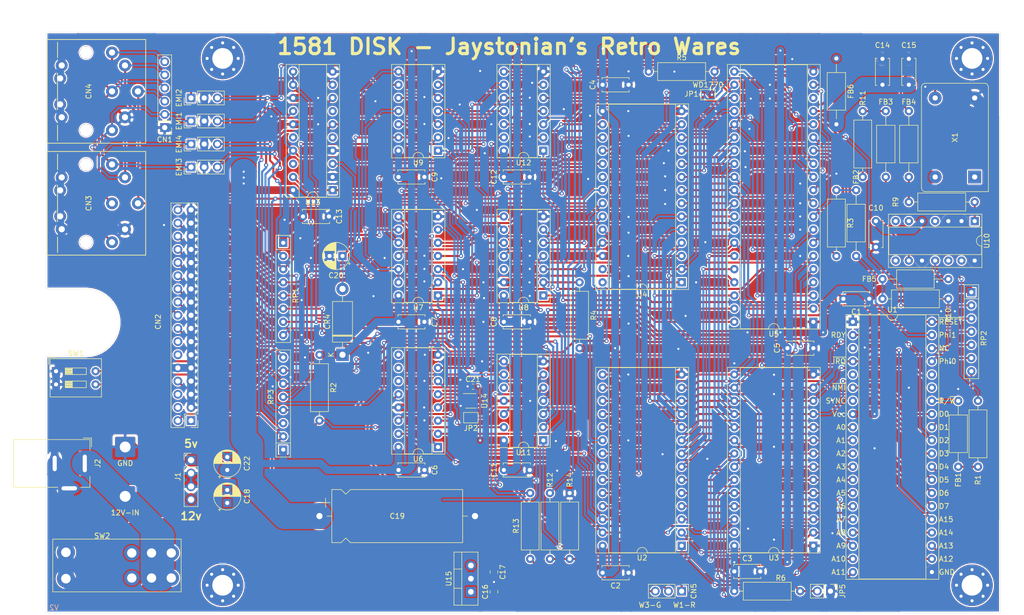
<source format=kicad_pcb>
(kicad_pcb (version 20171130) (host pcbnew "(5.1.10)-1")
  (layers (0 F.Cu signal) (31 B.Cu signal) (34 B.Paste user) (35 F.Paste user) (36 B.SilkS user) (37 F.SilkS user) (38 B.Mask user) (39 F.Mask user) (44 Edge.Cuts user))
  (net 0 "")
  (net 1 +5V)
  (net 2 GND)
  (net 3 +5VP)
  (net 4 +12V)
  (net 5 /~RESET2)
  (net 6 /FASTCLK)
  (net 7 /~ATN)
  (net 8 /SLOWCLK)
  (net 9 /DATA)
  (net 10 /~RESET0)
  (net 11 "Net-(CN2-Pad1)")
  (net 12 /~DISKCH)
  (net 13 "Net-(CN2-Pad4)")
  (net 14 "Net-(CN2-Pad6)")
  (net 15 /~IP)
  (net 16 "Net-(CN2-Pad12)")
  (net 17 "Net-(CN2-Pad14)")
  (net 18 /~MOTORX)
  (net 19 /~DIRC)
  (net 20 /~STEP)
  (net 21 /~WD)
  (net 22 /~WG)
  (net 23 /~TR00)
  (net 24 /~WPRT)
  (net 25 /~RD)
  (net 26 /SIDE0X)
  (net 27 /~RDY)
  (net 28 "Net-(CN5-Pad1)")
  (net 29 "Net-(CN5-Pad3)")
  (net 30 /EFC)
  (net 31 /E~ATN)
  (net 32 /EDATA)
  (net 33 /ESC)
  (net 34 "Net-(FB1-Pad1)")
  (net 35 "Net-(FB1-Pad2)")
  (net 36 "Net-(FB2-Pad2)")
  (net 37 "Net-(FB2-Pad1)")
  (net 38 "Net-(FB3-Pad1)")
  (net 39 "Net-(FB3-Pad2)")
  (net 40 "Net-(FB4-Pad2)")
  (net 41 "Net-(FB4-Pad1)")
  (net 42 "Net-(FB5-Pad1)")
  (net 43 "Net-(FB5-Pad2)")
  (net 44 /PHI2)
  (net 45 /TOD)
  (net 46 /R~W)
  (net 47 /~RWE)
  (net 48 /PHI0)
  (net 49 /WDCLK)
  (net 50 "Net-(R12-Pad1)")
  (net 51 "Net-(R13-Pad2)")
  (net 52 /CNT)
  (net 53 /SP)
  (net 54 /~NMI)
  (net 55 /~IRQ)
  (net 56 /~SO)
  (net 57 /RDY)
  (net 58 /~RESET)
  (net 59 /CNTX)
  (net 60 /SPX)
  (net 61 /DRSEL1)
  (net 62 /DRSEL0)
  (net 63 /A12)
  (net 64 /A13)
  (net 65 /A14)
  (net 66 /A15)
  (net 67 /D7)
  (net 68 /D6)
  (net 69 /D5)
  (net 70 /A0)
  (net 71 /D4)
  (net 72 /A1)
  (net 73 /D3)
  (net 74 /A2)
  (net 75 /D2)
  (net 76 /A3)
  (net 77 /D1)
  (net 78 /A4)
  (net 79 /D0)
  (net 80 /A5)
  (net 81 /A6)
  (net 82 /A7)
  (net 83 /A8)
  (net 84 /A9)
  (net 85 /A10)
  (net 86 /A11)
  (net 87 /~ROMOE)
  (net 88 /~RAMOE)
  (net 89 /~RAMWE)
  (net 90 /~WDSEL2)
  (net 91 /STEP)
  (net 92 /DIRC)
  (net 93 "Net-(U4-Pad20)")
  (net 94 /WG)
  (net 95 /WD)
  (net 96 "Net-(U4-Pad27)")
  (net 97 "Net-(U4-Pad28)")
  (net 98 /SIDE0)
  (net 99 /~VIASEL)
  (net 100 /~MOTOR)
  (net 101 /~FLAG)
  (net 102 /PWRLED)
  (net 103 /ACTLED)
  (net 104 /DATAIN)
  (net 105 /DATAOUT)
  (net 106 /CLKIN)
  (net 107 /CLKOUT)
  (net 108 /ATNACK)
  (net 109 /FSD)
  (net 110 /ATNIN)
  (net 111 "Net-(U5-Pad18)")
  (net 112 "Net-(U6-Pad9)")
  (net 113 "Net-(U6-Pad10)")
  (net 114 "Net-(U6-Pad11)")
  (net 115 /~WDSEL)
  (net 116 "Net-(U11-Pad13)")
  (net 117 "Net-(U7-Pad4)")
  (net 118 "Net-(U8-Pad12)")
  (net 119 "Net-(U12-Pad13)")
  (net 120 "Net-(U12-Pad11)")
  (net 121 "Net-(U10-Pad12)")
  (net 122 "Net-(U10-Pad8)")
  (net 123 "Net-(U11-Pad10)")
  (net 124 "Net-(U13-Pad5)")
  (net 125 "Net-(U13-Pad16)")
  (net 126 "Net-(U13-Pad7)")
  (net 127 "Net-(U13-Pad18)")
  (net 128 "Net-(X1-Pad1)")
  (net 129 "Net-(U14-Pad1)")
  (net 130 "Net-(JP2-Pad1)")
  (net 131 /A15ROM)
  (net 132 "Net-(U1-Pad3)")
  (net 133 "Net-(U1-Pad7)")
  (net 134 "Net-(R9-Pad1)")
  (net 135 +12P)
  (module Package_DIP:DIP-40_W15.24mm_Socket (layer F.Cu) (at 206.375 91.44)
    (fp_text reference U1 (at 7.62 -2.33) (layer F.SilkS))
    (fp_text value MOS6502AD)
    (fp_text user ~RESET~ (at 16.51 0) (layer F.SilkS) (effects (justify left)))
    (fp_text user Phi0 (at 16.51 7.62) (layer F.SilkS) (effects (justify left)))
    (fp_text user R/~W~ (at 16.51 15.24) (layer F.SilkS) (effects (justify left)))
    (fp_text user D0 (at 16.51 17.78) (layer F.SilkS) (effects (justify left)))
    (fp_text user D1 (at 16.51 20.32) (layer F.SilkS) (effects (justify left)))
    (fp_text user D2 (at 16.51 22.86) (layer F.SilkS) (effects (justify left)))
    (fp_text user D3 (at 16.51 25.4) (layer F.SilkS) (effects (justify left)))
    (fp_text user D4 (at 16.51 27.94) (layer F.SilkS) (effects (justify left)))
    (fp_text user D5 (at 16.51 30.48) (layer F.SilkS) (effects (justify left)))
    (fp_text user D6 (at 16.51 33.02) (layer F.SilkS) (effects (justify left)))
    (fp_text user D7 (at 16.51 35.56) (layer F.SilkS) (effects (justify left)))
    (fp_text user A15 (at 16.51 38.1) (layer F.SilkS) (effects (justify left)))
    (fp_text user A14 (at 16.51 40.64) (layer F.SilkS) (effects (justify left)))
    (fp_text user A13 (at 16.51 43.18) (layer F.SilkS) (effects (justify left)))
    (fp_text user A12 (at 16.51 45.72) (layer F.SilkS) (effects (justify left)))
    (fp_text user A11 (at -1.27 48.26) (layer F.SilkS) (effects (justify right)))
    (fp_text user A10 (at -1.27 45.72) (layer F.SilkS) (effects (justify right)))
    (fp_text user A9 (at -1.27 43.18) (layer F.SilkS) (effects (justify right)))
    (fp_text user A8 (at -1.27 40.64) (layer F.SilkS) (effects (justify right)))
    (fp_text user A7 (at -1.27 38.1) (layer F.SilkS) (effects (justify right)))
    (fp_text user A6 (at -1.27 35.56) (layer F.SilkS) (effects (justify right)))
    (fp_text user A5 (at -1.27 33.02) (layer F.SilkS) (effects (justify right)))
    (fp_text user A4 (at -1.27 30.48) (layer F.SilkS) (effects (justify right)))
    (fp_text user A3 (at -1.27 27.94) (layer F.SilkS) (effects (justify right)))
    (fp_text user A2 (at -1.27 25.4) (layer F.SilkS) (effects (justify right)))
    (fp_text user A1 (at -1.27 22.86) (layer F.SilkS) (effects (justify right)))
    (fp_text user A0 (at -1.27 20.32) (layer F.SilkS) (effects (justify right)))
    (fp_text user Vcc (at -1.27 17.78) (layer F.SilkS) (effects (justify right)))
    (fp_text user SYNC (at -1.27 15.24) (layer F.SilkS) (effects (justify right)))
    (fp_text user ~NMI~ (at -1.27 12.7) (layer F.SilkS) (effects (justify right)))
    (fp_text user NC (at 16.51 5.08) (layer F.SilkS) (effects (justify left)))
    (fp_text user ~IRQ~ (at -1.27 7.62) (layer F.SilkS) (effects (justify right)))
    (fp_text user Phi1 (at 16.51 2.54) (layer F.SilkS) (effects (justify left)))
    (fp_text user RDY (at -1.27 2.54) (layer F.SilkS) (effects (justify right)))
    (fp_text user GND (at 16.51 48.26) (layer F.SilkS) (effects (justify left)))
    (pad 40 thru_hole oval (at 15.24 0) (size 1.6 1.6) (drill 0.8) (layers *.Cu *.Mask) (net 58 /~RESET))
    (pad 20 thru_hole oval (at 0 48.26) (size 1.6 1.6) (drill 0.8) (layers *.Cu *.Mask) (net 86 /A11))
    (pad 39 thru_hole oval (at 15.24 2.54) (size 1.6 1.6) (drill 0.8) (layers *.Cu *.Mask) (net 37 "Net-(FB2-Pad1)"))
    (pad 19 thru_hole oval (at 0 45.72) (size 1.6 1.6) (drill 0.8) (layers *.Cu *.Mask) (net 85 /A10))
    (pad 38 thru_hole oval (at 15.24 5.08) (size 1.6 1.6) (drill 0.8) (layers *.Cu *.Mask) (net 56 /~SO))
    (pad 18 thru_hole oval (at 0 43.18) (size 1.6 1.6) (drill 0.8) (layers *.Cu *.Mask) (net 84 /A9))
    (pad 37 thru_hole oval (at 15.24 7.62) (size 1.6 1.6) (drill 0.8) (layers *.Cu *.Mask) (net 48 /PHI0))
    (pad 17 thru_hole oval (at 0 40.64) (size 1.6 1.6) (drill 0.8) (layers *.Cu *.Mask) (net 83 /A8))
    (pad 36 thru_hole oval (at 15.24 10.16) (size 1.6 1.6) (drill 0.8) (layers *.Cu *.Mask))
    (pad 16 thru_hole oval (at 0 38.1) (size 1.6 1.6) (drill 0.8) (layers *.Cu *.Mask) (net 82 /A7))
    (pad 35 thru_hole oval (at 15.24 12.7) (size 1.6 1.6) (drill 0.8) (layers *.Cu *.Mask))
    (pad 15 thru_hole oval (at 0 35.56) (size 1.6 1.6) (drill 0.8) (layers *.Cu *.Mask) (net 81 /A6))
    (pad 34 thru_hole oval (at 15.24 15.24) (size 1.6 1.6) (drill 0.8) (layers *.Cu *.Mask) (net 34 "Net-(FB1-Pad1)"))
    (pad 14 thru_hole oval (at 0 33.02) (size 1.6 1.6) (drill 0.8) (layers *.Cu *.Mask) (net 80 /A5))
    (pad 33 thru_hole oval (at 15.24 17.78) (size 1.6 1.6) (drill 0.8) (layers *.Cu *.Mask) (net 79 /D0))
    (pad 13 thru_hole oval (at 0 30.48) (size 1.6 1.6) (drill 0.8) (layers *.Cu *.Mask) (net 78 /A4))
    (pad 32 thru_hole oval (at 15.24 20.32) (size 1.6 1.6) (drill 0.8) (layers *.Cu *.Mask) (net 77 /D1))
    (pad 12 thru_hole oval (at 0 27.94) (size 1.6 1.6) (drill 0.8) (layers *.Cu *.Mask) (net 76 /A3))
    (pad 31 thru_hole oval (at 15.24 22.86) (size 1.6 1.6) (drill 0.8) (layers *.Cu *.Mask) (net 75 /D2))
    (pad 11 thru_hole oval (at 0 25.4) (size 1.6 1.6) (drill 0.8) (layers *.Cu *.Mask) (net 74 /A2))
    (pad 30 thru_hole oval (at 15.24 25.4) (size 1.6 1.6) (drill 0.8) (layers *.Cu *.Mask) (net 73 /D3))
    (pad 10 thru_hole oval (at 0 22.86) (size 1.6 1.6) (drill 0.8) (layers *.Cu *.Mask) (net 72 /A1))
    (pad 29 thru_hole oval (at 15.24 27.94) (size 1.6 1.6) (drill 0.8) (layers *.Cu *.Mask) (net 71 /D4))
    (pad 9 thru_hole oval (at 0 20.32) (size 1.6 1.6) (drill 0.8) (layers *.Cu *.Mask) (net 70 /A0))
    (pad 28 thru_hole oval (at 15.24 30.48) (size 1.6 1.6) (drill 0.8) (layers *.Cu *.Mask) (net 69 /D5))
    (pad 8 thru_hole oval (at 0 17.78) (size 1.6 1.6) (drill 0.8) (layers *.Cu *.Mask) (net 1 +5V))
    (pad 27 thru_hole oval (at 15.24 33.02) (size 1.6 1.6) (drill 0.8) (layers *.Cu *.Mask) (net 68 /D6))
    (pad 7 thru_hole oval (at 0 15.24) (size 1.6 1.6) (drill 0.8) (layers *.Cu *.Mask) (net 133 "Net-(U1-Pad7)"))
    (pad 26 thru_hole oval (at 15.24 35.56) (size 1.6 1.6) (drill 0.8) (layers *.Cu *.Mask) (net 67 /D7))
    (pad 6 thru_hole oval (at 0 12.7) (size 1.6 1.6) (drill 0.8) (layers *.Cu *.Mask) (net 54 /~NMI))
    (pad 25 thru_hole oval (at 15.24 38.1) (size 1.6 1.6) (drill 0.8) (layers *.Cu *.Mask) (net 66 /A15))
    (pad 5 thru_hole oval (at 0 10.16) (size 1.6 1.6) (drill 0.8) (layers *.Cu *.Mask))
    (pad 24 thru_hole oval (at 15.24 40.64) (size 1.6 1.6) (drill 0.8) (layers *.Cu *.Mask) (net 65 /A14))
    (pad 4 thru_hole oval (at 0 7.62) (size 1.6 1.6) (drill 0.8) (layers *.Cu *.Mask) (net 55 /~IRQ))
    (pad 23 thru_hole oval (at 15.24 43.18) (size 1.6 1.6) (drill 0.8) (layers *.Cu *.Mask) (net 64 /A13))
    (pad 3 thru_hole oval (at 0 5.08) (size 1.6 1.6) (drill 0.8) (layers *.Cu *.Mask) (net 132 "Net-(U1-Pad3)"))
    (pad 22 thru_hole oval (at 15.24 45.72) (size 1.6 1.6) (drill 0.8) (layers *.Cu *.Mask) (net 63 /A12))
    (pad 2 thru_hole oval (at 0 2.54) (size 1.6 1.6) (drill 0.8) (layers *.Cu *.Mask) (net 57 /RDY))
    (pad 21 thru_hole oval (at 15.24 48.26) (size 1.6 1.6) (drill 0.8) (layers *.Cu *.Mask) (net 2 GND))
    (pad 1 thru_hole rect (at 0 0) (size 1.6 1.6) (drill 0.8) (layers *.Cu *.Mask) (net 2 GND))
  )
  (module Jumper:SolderJumper-2_P1.3mm_Open_TrianglePad1.0x1.5mm (layer F.Cu) (at 178.435 47.625 180)
    (fp_text reference JP1 (at 3.175 0.127) (layer F.SilkS))
    (fp_text value WD1770 (at 0 1.9) (layer F.SilkS))
    (pad 2 smd custom (at 0.725 0 180) (size 0.3 0.3) (layers F.Cu F.Mask) (net 44 /PHI2) (options (clearance outline) (anchor rect)) (primitives (gr_poly (pts (xy -0.65 -0.75) (xy 0.5 -0.75) (xy 0.5 0.75) (xy -0.65 0.75) (xy -0.15 0)) (width 0))))
    (pad 1 smd custom (at -0.725 0 180) (size 0.3 0.3) (layers F.Cu F.Mask) (net 45 /TOD) (options (clearance outline) (anchor rect)) (primitives (gr_poly (pts (xy -0.5 -0.75) (xy 0.5 -0.75) (xy 1 0) (xy 0.5 0.75) (xy -0.5 0.75)) (width 0))))
  )
  (module MountingHole:MountingHole_4mm_Pad_Via (layer F.Cu) (at 229.362 142.24)
    (fp_text reference REF** hide)
    (fp_text value MountingHole_4mm_Pad_Via hide)
    (pad 1 thru_hole circle (at 2.12132 -2.12132) (size 0.9 0.9) (drill 0.6) (layers *.Cu *.Mask))
    (pad 1 thru_hole circle (at 0 -3) (size 0.9 0.9) (drill 0.6) (layers *.Cu *.Mask))
    (pad 1 thru_hole circle (at -2.12132 -2.12132) (size 0.9 0.9) (drill 0.6) (layers *.Cu *.Mask))
    (pad 1 thru_hole circle (at -3 0) (size 0.9 0.9) (drill 0.6) (layers *.Cu *.Mask))
    (pad 1 thru_hole circle (at -2.12132 2.12132) (size 0.9 0.9) (drill 0.6) (layers *.Cu *.Mask))
    (pad 1 thru_hole circle (at 0 3) (size 0.9 0.9) (drill 0.6) (layers *.Cu *.Mask))
    (pad 1 thru_hole circle (at 2.12132 2.12132) (size 0.9 0.9) (drill 0.6) (layers *.Cu *.Mask))
    (pad 1 thru_hole circle (at 3 0) (size 0.9 0.9) (drill 0.6) (layers *.Cu *.Mask))
    (pad "" thru_hole circle (at 0 0) (size 8 8) (drill 4) (layers *.Cu *.Mask))
  )
  (module MountingHole:MountingHole_4mm_Pad_Via (layer F.Cu) (at 229.362 40.64)
    (fp_text reference REF** hide)
    (fp_text value MountingHole_4mm_Pad_Via hide)
    (pad 1 thru_hole circle (at 2.12132 -2.12132) (size 0.9 0.9) (drill 0.6) (layers *.Cu *.Mask))
    (pad 1 thru_hole circle (at 0 -3) (size 0.9 0.9) (drill 0.6) (layers *.Cu *.Mask))
    (pad 1 thru_hole circle (at -2.12132 -2.12132) (size 0.9 0.9) (drill 0.6) (layers *.Cu *.Mask))
    (pad 1 thru_hole circle (at -3 0) (size 0.9 0.9) (drill 0.6) (layers *.Cu *.Mask))
    (pad 1 thru_hole circle (at -2.12132 2.12132) (size 0.9 0.9) (drill 0.6) (layers *.Cu *.Mask))
    (pad 1 thru_hole circle (at 0 3) (size 0.9 0.9) (drill 0.6) (layers *.Cu *.Mask))
    (pad 1 thru_hole circle (at 2.12132 2.12132) (size 0.9 0.9) (drill 0.6) (layers *.Cu *.Mask))
    (pad 1 thru_hole circle (at 3 0) (size 0.9 0.9) (drill 0.6) (layers *.Cu *.Mask))
    (pad "" thru_hole circle (at 0 0) (size 8 8) (drill 4) (layers *.Cu *.Mask))
  )
  (module MountingHole:MountingHole_4mm_Pad_Via (layer F.Cu) (at 84.836 142.24)
    (fp_text reference REF** hide)
    (fp_text value MountingHole_4mm_Pad_Via hide)
    (pad 1 thru_hole circle (at 2.12132 -2.12132) (size 0.9 0.9) (drill 0.6) (layers *.Cu *.Mask))
    (pad 1 thru_hole circle (at 0 -3) (size 0.9 0.9) (drill 0.6) (layers *.Cu *.Mask))
    (pad 1 thru_hole circle (at -2.12132 -2.12132) (size 0.9 0.9) (drill 0.6) (layers *.Cu *.Mask))
    (pad 1 thru_hole circle (at -3 0) (size 0.9 0.9) (drill 0.6) (layers *.Cu *.Mask))
    (pad 1 thru_hole circle (at -2.12132 2.12132) (size 0.9 0.9) (drill 0.6) (layers *.Cu *.Mask))
    (pad 1 thru_hole circle (at 0 3) (size 0.9 0.9) (drill 0.6) (layers *.Cu *.Mask))
    (pad 1 thru_hole circle (at 2.12132 2.12132) (size 0.9 0.9) (drill 0.6) (layers *.Cu *.Mask))
    (pad 1 thru_hole circle (at 3 0) (size 0.9 0.9) (drill 0.6) (layers *.Cu *.Mask))
    (pad "" thru_hole circle (at 0 0) (size 8 8) (drill 4) (layers *.Cu *.Mask))
  )
  (module MountingHole:MountingHole_4mm_Pad_Via (layer F.Cu) (at 84.836 40.64)
    (fp_text reference REF** hide)
    (fp_text value MountingHole_4mm_Pad_Via hide)
    (pad 1 thru_hole circle (at 2.12132 -2.12132) (size 0.9 0.9) (drill 0.6) (layers *.Cu *.Mask))
    (pad 1 thru_hole circle (at 0 -3) (size 0.9 0.9) (drill 0.6) (layers *.Cu *.Mask))
    (pad 1 thru_hole circle (at -2.12132 -2.12132) (size 0.9 0.9) (drill 0.6) (layers *.Cu *.Mask))
    (pad 1 thru_hole circle (at -3 0) (size 0.9 0.9) (drill 0.6) (layers *.Cu *.Mask))
    (pad 1 thru_hole circle (at -2.12132 2.12132) (size 0.9 0.9) (drill 0.6) (layers *.Cu *.Mask))
    (pad 1 thru_hole circle (at 0 3) (size 0.9 0.9) (drill 0.6) (layers *.Cu *.Mask))
    (pad 1 thru_hole circle (at 2.12132 2.12132) (size 0.9 0.9) (drill 0.6) (layers *.Cu *.Mask))
    (pad 1 thru_hole circle (at 3 0) (size 0.9 0.9) (drill 0.6) (layers *.Cu *.Mask))
    (pad "" thru_hole circle (at 0 0) (size 8 8) (drill 4) (layers *.Cu *.Mask))
  )
  (module Capacitor_THT:CP_Radial_D5.0mm_P2.50mm (layer F.Cu) (at 85.725 126.365 90)
    (fp_text reference C18 (at 1.27 3.81 90) (layer F.SilkS))
    (fp_text value 10u)
    (pad 1 thru_hole rect (at 0 0 90) (size 1.6 1.6) (drill 0.8) (layers *.Cu *.Mask) (net 4 +12V))
    (pad 2 thru_hole circle (at 2.5 0 90) (size 1.6 1.6) (drill 0.8) (layers *.Cu *.Mask) (net 2 GND))
  )
  (module Capacitor_THT:CP_Radial_D5.0mm_P2.50mm (layer F.Cu) (at 107.95 78.74 180)
    (fp_text reference C20 (at 1.25 -3.75) (layer F.SilkS))
    (fp_text value 47u)
    (pad 1 thru_hole rect (at 0 0 180) (size 1.6 1.6) (drill 0.8) (layers *.Cu *.Mask) (net 5 /~RESET2))
    (pad 2 thru_hole circle (at 2.5 0 180) (size 1.6 1.6) (drill 0.8) (layers *.Cu *.Mask) (net 2 GND))
  )
  (module Capacitor_THT:CP_Radial_D5.0mm_P2.50mm (layer F.Cu) (at 85.725 120.015 90)
    (fp_text reference C22 (at 1.25 3.81 90) (layer F.SilkS))
    (fp_text value 10u)
    (pad 2 thru_hole circle (at 2.5 0 90) (size 1.6 1.6) (drill 0.8) (layers *.Cu *.Mask) (net 2 GND))
    (pad 1 thru_hole rect (at 0 0 90) (size 1.6 1.6) (drill 0.8) (layers *.Cu *.Mask) (net 1 +5V))
  )
  (module Connector_PinHeader_2.54mm:PinHeader_1x06_P2.54mm_Vertical (layer F.Cu) (at 73.66 53.975 180)
    (fp_text reference CN1 (at 0 -2.33) (layer F.SilkS))
    (fp_text value IEC)
    (pad 1 thru_hole rect (at 0 0 180) (size 1.7 1.7) (drill 1) (layers *.Cu *.Mask) (net 2 GND))
    (pad 2 thru_hole oval (at 0 2.54 180) (size 1.7 1.7) (drill 1) (layers *.Cu *.Mask) (net 6 /FASTCLK))
    (pad 3 thru_hole oval (at 0 5.08 180) (size 1.7 1.7) (drill 1) (layers *.Cu *.Mask) (net 10 /~RESET0))
    (pad 4 thru_hole oval (at 0 7.62 180) (size 1.7 1.7) (drill 1) (layers *.Cu *.Mask) (net 7 /~ATN))
    (pad 5 thru_hole oval (at 0 10.16 180) (size 1.7 1.7) (drill 1) (layers *.Cu *.Mask) (net 8 /SLOWCLK))
    (pad 6 thru_hole oval (at 0 12.7 180) (size 1.7 1.7) (drill 1) (layers *.Cu *.Mask) (net 9 /DATA))
  )
  (module Connector_PinHeader_2.54mm:PinHeader_2x17_P2.54mm_Vertical (layer F.Cu) (at 78.74 110.49 180)
    (fp_text reference CN2 (at 6.35 19.05 90) (layer F.SilkS))
    (fp_text value FLOPPY)
    (pad 1 thru_hole rect (at 0 0 180) (size 1.7 1.7) (drill 1) (layers *.Cu *.Mask) (net 11 "Net-(CN2-Pad1)"))
    (pad 2 thru_hole oval (at 2.54 0 180) (size 1.7 1.7) (drill 1) (layers *.Cu *.Mask) (net 12 /~DISKCH))
    (pad 3 thru_hole oval (at 0 2.54 180) (size 1.7 1.7) (drill 1) (layers *.Cu *.Mask) (net 2 GND))
    (pad 4 thru_hole oval (at 2.54 2.54 180) (size 1.7 1.7) (drill 1) (layers *.Cu *.Mask) (net 13 "Net-(CN2-Pad4)"))
    (pad 5 thru_hole oval (at 0 5.08 180) (size 1.7 1.7) (drill 1) (layers *.Cu *.Mask) (net 2 GND))
    (pad 6 thru_hole oval (at 2.54 5.08 180) (size 1.7 1.7) (drill 1) (layers *.Cu *.Mask) (net 14 "Net-(CN2-Pad6)"))
    (pad 7 thru_hole oval (at 0 7.62 180) (size 1.7 1.7) (drill 1) (layers *.Cu *.Mask) (net 2 GND))
    (pad 8 thru_hole oval (at 2.54 7.62 180) (size 1.7 1.7) (drill 1) (layers *.Cu *.Mask) (net 15 /~IP))
    (pad 9 thru_hole oval (at 0 10.16 180) (size 1.7 1.7) (drill 1) (layers *.Cu *.Mask) (net 2 GND))
    (pad 10 thru_hole oval (at 2.54 10.16 180) (size 1.7 1.7) (drill 1) (layers *.Cu *.Mask) (net 2 GND))
    (pad 11 thru_hole oval (at 0 12.7 180) (size 1.7 1.7) (drill 1) (layers *.Cu *.Mask) (net 2 GND))
    (pad 12 thru_hole oval (at 2.54 12.7 180) (size 1.7 1.7) (drill 1) (layers *.Cu *.Mask) (net 16 "Net-(CN2-Pad12)"))
    (pad 13 thru_hole oval (at 0 15.24 180) (size 1.7 1.7) (drill 1) (layers *.Cu *.Mask) (net 2 GND))
    (pad 14 thru_hole oval (at 2.54 15.24 180) (size 1.7 1.7) (drill 1) (layers *.Cu *.Mask) (net 17 "Net-(CN2-Pad14)"))
    (pad 15 thru_hole oval (at 0 17.78 180) (size 1.7 1.7) (drill 1) (layers *.Cu *.Mask) (net 2 GND))
    (pad 16 thru_hole oval (at 2.54 17.78 180) (size 1.7 1.7) (drill 1) (layers *.Cu *.Mask) (net 18 /~MOTORX))
    (pad 17 thru_hole oval (at 0 20.32 180) (size 1.7 1.7) (drill 1) (layers *.Cu *.Mask) (net 2 GND))
    (pad 18 thru_hole oval (at 2.54 20.32 180) (size 1.7 1.7) (drill 1) (layers *.Cu *.Mask) (net 19 /~DIRC))
    (pad 19 thru_hole oval (at 0 22.86 180) (size 1.7 1.7) (drill 1) (layers *.Cu *.Mask) (net 2 GND))
    (pad 20 thru_hole oval (at 2.54 22.86 180) (size 1.7 1.7) (drill 1) (layers *.Cu *.Mask) (net 20 /~STEP))
    (pad 21 thru_hole oval (at 0 25.4 180) (size 1.7 1.7) (drill 1) (layers *.Cu *.Mask) (net 2 GND))
    (pad 22 thru_hole oval (at 2.54 25.4 180) (size 1.7 1.7) (drill 1) (layers *.Cu *.Mask) (net 21 /~WD))
    (pad 23 thru_hole oval (at 0 27.94 180) (size 1.7 1.7) (drill 1) (layers *.Cu *.Mask) (net 2 GND))
    (pad 24 thru_hole oval (at 2.54 27.94 180) (size 1.7 1.7) (drill 1) (layers *.Cu *.Mask) (net 22 /~WG))
    (pad 25 thru_hole oval (at 0 30.48 180) (size 1.7 1.7) (drill 1) (layers *.Cu *.Mask) (net 2 GND))
    (pad 26 thru_hole oval (at 2.54 30.48 180) (size 1.7 1.7) (drill 1) (layers *.Cu *.Mask) (net 23 /~TR00))
    (pad 27 thru_hole oval (at 0 33.02 180) (size 1.7 1.7) (drill 1) (layers *.Cu *.Mask) (net 2 GND))
    (pad 28 thru_hole oval (at 2.54 33.02 180) (size 1.7 1.7) (drill 1) (layers *.Cu *.Mask) (net 24 /~WPRT))
    (pad 29 thru_hole oval (at 0 35.56 180) (size 1.7 1.7) (drill 1) (layers *.Cu *.Mask) (net 2 GND))
    (pad 30 thru_hole oval (at 2.54 35.56 180) (size 1.7 1.7) (drill 1) (layers *.Cu *.Mask) (net 25 /~RD))
    (pad 31 thru_hole oval (at 0 38.1 180) (size 1.7 1.7) (drill 1) (layers *.Cu *.Mask) (net 2 GND))
    (pad 32 thru_hole oval (at 2.54 38.1 180) (size 1.7 1.7) (drill 1) (layers *.Cu *.Mask) (net 26 /SIDE0X))
    (pad 33 thru_hole oval (at 0 40.64 180) (size 1.7 1.7) (drill 1) (layers *.Cu *.Mask) (net 2 GND))
    (pad 34 thru_hole oval (at 2.54 40.64 180) (size 1.7 1.7) (drill 1) (layers *.Cu *.Mask) (net 27 /~RDY))
  )
  (module CPU2:SDF-60J_DIN-6-240 (layer F.Cu) (at 63.5 68.58 90)
    (fp_text reference CN3 (at 0 -4.5 270) (layer F.SilkS))
    (fp_text value DIN6)
    (pad 6 thru_hole circle (at 0 5 90) (size 2.3 2.3) (drill 1.2) (layers *.Cu *.Mask) (net 10 /~RESET0) (clearance 0.3))
    (pad 2 thru_hole circle (at -5 2.5 90) (size 2.3 2.3) (drill 1.2) (layers *.Cu *.Mask) (net 2 GND) (clearance 0.3))
    (pad 4 thru_hole circle (at 5 2.5 90) (size 2.3 2.3) (drill 1.2) (layers *.Cu *.Mask) (net 8 /SLOWCLK) (clearance 0.3))
    (pad 1 thru_hole circle (at -7.5 0 90) (size 2.3 2.3) (drill 1.2) (layers *.Cu *.Mask) (net 6 /FASTCLK) (clearance 0.3))
    (pad 3 thru_hole circle (at 0 0 90) (size 2.3 2.3) (drill 1.2) (layers *.Cu *.Mask) (net 7 /~ATN) (clearance 0.3))
    (pad 5 thru_hole circle (at 7.5 0 90) (size 2.3 2.3) (drill 1.2) (layers *.Cu *.Mask) (net 9 /DATA) (clearance 0.3))
    (pad GND thru_hole circle (at 5 -9.7 90) (size 2.3 2.3) (drill 1.2) (layers *.Cu *.Mask))
    (pad GND thru_hole circle (at -5 -9.7 90) (size 2.3 2.3) (drill 1.2) (layers *.Cu *.Mask))
    (pad GND thru_hole circle (at 2.5 -10 90) (size 2.3 2.3) (drill 1.2) (layers *.Cu *.Mask))
    (pad GND thru_hole circle (at -2.5 -10 90) (size 2.3 2.3) (drill 1.2) (layers *.Cu *.Mask))
    (pad "" thru_hole circle (at -7.5 -5 90) (size 2.45 2.45) (drill 2.4) (layers *.Cu *.Mask))
    (pad "" thru_hole circle (at 7.5 -5 90) (size 2.45 2.45) (drill 2.4) (layers *.Cu *.Mask))
  )
  (module Connector_PinHeader_2.54mm:PinHeader_1x03_P2.54mm_Vertical (layer F.Cu) (at 173.355 143.383 270)
    (fp_text reference CN5 (at 0 -2.33 90) (layer F.SilkS))
    (fp_text value CN5)
    (pad 1 thru_hole rect (at 0 0 270) (size 1.7 1.7) (drill 1) (layers *.Cu *.Mask) (net 28 "Net-(CN5-Pad1)"))
    (pad 2 thru_hole oval (at 0 2.54 270) (size 1.7 1.7) (drill 1) (layers *.Cu *.Mask) (net 1 +5V))
    (pad 3 thru_hole oval (at 0 5.08 270) (size 1.7 1.7) (drill 1) (layers *.Cu *.Mask) (net 29 "Net-(CN5-Pad3)"))
  )
  (module Connector_PinHeader_2.54mm:PinHeader_1x03_P2.54mm_Vertical (layer F.Cu) (at 78.74 52.705 90)
    (fp_text reference EMI1 (at 0 -2.33 90) (layer F.SilkS))
    (fp_text value 270pF)
    (pad 3 thru_hole oval (at 0 5.08 90) (size 1.7 1.7) (drill 1) (layers *.Cu *.Mask) (net 30 /EFC))
    (pad 2 thru_hole oval (at 0 2.54 90) (size 1.7 1.7) (drill 1) (layers *.Cu *.Mask) (net 2 GND))
    (pad 1 thru_hole rect (at 0 0 90) (size 1.7 1.7) (drill 1) (layers *.Cu *.Mask) (net 6 /FASTCLK))
  )
  (module Connector_PinHeader_2.54mm:PinHeader_1x03_P2.54mm_Vertical (layer F.Cu) (at 78.74 48.26 90)
    (fp_text reference EMI2 (at 0 -2.33 90) (layer F.SilkS))
    (fp_text value 270pF)
    (pad 1 thru_hole rect (at 0 0 90) (size 1.7 1.7) (drill 1) (layers *.Cu *.Mask) (net 7 /~ATN))
    (pad 2 thru_hole oval (at 0 2.54 90) (size 1.7 1.7) (drill 1) (layers *.Cu *.Mask) (net 2 GND))
    (pad 3 thru_hole oval (at 0 5.08 90) (size 1.7 1.7) (drill 1) (layers *.Cu *.Mask) (net 31 /E~ATN))
  )
  (module Connector_PinHeader_2.54mm:PinHeader_1x03_P2.54mm_Vertical (layer F.Cu) (at 78.74 61.595 90)
    (fp_text reference EMI3 (at 0 -2.33 90) (layer F.SilkS))
    (fp_text value 270pF)
    (pad 1 thru_hole rect (at 0 0 90) (size 1.7 1.7) (drill 1) (layers *.Cu *.Mask) (net 9 /DATA))
    (pad 2 thru_hole oval (at 0 2.54 90) (size 1.7 1.7) (drill 1) (layers *.Cu *.Mask) (net 2 GND))
    (pad 3 thru_hole oval (at 0 5.08 90) (size 1.7 1.7) (drill 1) (layers *.Cu *.Mask) (net 32 /EDATA))
  )
  (module Connector_PinHeader_2.54mm:PinHeader_1x03_P2.54mm_Vertical (layer F.Cu) (at 78.74 57.15 90)
    (fp_text reference EMI4 (at 0 -2.33 90) (layer F.SilkS))
    (fp_text value 270pF)
    (pad 3 thru_hole oval (at 0 5.08 90) (size 1.7 1.7) (drill 1) (layers *.Cu *.Mask) (net 33 /ESC))
    (pad 2 thru_hole oval (at 0 2.54 90) (size 1.7 1.7) (drill 1) (layers *.Cu *.Mask) (net 2 GND))
    (pad 1 thru_hole rect (at 0 0 90) (size 1.7 1.7) (drill 1) (layers *.Cu *.Mask) (net 8 /SLOWCLK))
  )
  (module Resistor_THT:R_Array_SIP8 (layer F.Cu) (at 96.52 116.078 90)
    (fp_text reference RP3 (at 10.16 -2.4 90) (layer F.SilkS))
    (fp_text value 1k)
    (pad 1 thru_hole rect (at 0 0 90) (size 1.6 1.6) (drill 0.8) (layers *.Cu *.Mask) (net 1 +5V))
    (pad 2 thru_hole oval (at 2.54 0 90) (size 1.6 1.6) (drill 0.8) (layers *.Cu *.Mask) (net 59 /CNTX))
    (pad 3 thru_hole oval (at 5.08 0 90) (size 1.6 1.6) (drill 0.8) (layers *.Cu *.Mask) (net 31 /E~ATN))
    (pad 4 thru_hole oval (at 7.62 0 90) (size 1.6 1.6) (drill 0.8) (layers *.Cu *.Mask) (net 30 /EFC))
    (pad 5 thru_hole oval (at 10.16 0 90) (size 1.6 1.6) (drill 0.8) (layers *.Cu *.Mask) (net 60 /SPX))
    (pad 6 thru_hole oval (at 12.7 0 90) (size 1.6 1.6) (drill 0.8) (layers *.Cu *.Mask) (net 32 /EDATA))
    (pad 7 thru_hole oval (at 15.24 0 90) (size 1.6 1.6) (drill 0.8) (layers *.Cu *.Mask) (net 15 /~IP))
    (pad 8 thru_hole oval (at 17.78 0 90) (size 1.6 1.6) (drill 0.8) (layers *.Cu *.Mask) (net 10 /~RESET0))
  )
  (module Button_Switch_THT:SW_DIP_SPSTx02_Slide_9.78x7.26mm_W7.62mm_P2.54mm (layer F.Cu) (at 52.705 100.965)
    (fp_text reference SW1 (at 3.81 -3.42) (layer F.SilkS))
    (fp_text value DS02-254-1L-02BE)
    (pad 1 thru_hole rect (at 0 0) (size 1.6 1.6) (drill 0.8) (layers *.Cu *.Mask) (net 2 GND))
    (pad 3 thru_hole oval (at 7.62 2.54) (size 1.6 1.6) (drill 0.8) (layers *.Cu *.Mask) (net 61 /DRSEL1))
    (pad 2 thru_hole oval (at 0 2.54) (size 1.6 1.6) (drill 0.8) (layers *.Cu *.Mask) (net 2 GND))
    (pad 4 thru_hole oval (at 7.62 0) (size 1.6 1.6) (drill 0.8) (layers *.Cu *.Mask) (net 62 /DRSEL0))
  )
  (module Package_DIP:DIP-28_W15.24mm_Socket (layer F.Cu) (at 173.355 83.82 180)
    (fp_text reference U4 (at 7.62 -2.33) (layer F.SilkS))
    (fp_text value WD1770)
    (pad 1 thru_hole rect (at 0 0 180) (size 1.6 1.6) (drill 0.8) (layers *.Cu *.Mask) (net 90 /~WDSEL2))
    (pad 15 thru_hole oval (at 15.24 33.02 180) (size 1.6 1.6) (drill 0.8) (layers *.Cu *.Mask) (net 1 +5V))
    (pad 2 thru_hole oval (at 0 2.54 180) (size 1.6 1.6) (drill 0.8) (layers *.Cu *.Mask) (net 46 /R~W))
    (pad 16 thru_hole oval (at 15.24 30.48 180) (size 1.6 1.6) (drill 0.8) (layers *.Cu *.Mask) (net 91 /STEP))
    (pad 3 thru_hole oval (at 0 5.08 180) (size 1.6 1.6) (drill 0.8) (layers *.Cu *.Mask) (net 70 /A0))
    (pad 17 thru_hole oval (at 15.24 27.94 180) (size 1.6 1.6) (drill 0.8) (layers *.Cu *.Mask) (net 92 /DIRC))
    (pad 4 thru_hole oval (at 0 7.62 180) (size 1.6 1.6) (drill 0.8) (layers *.Cu *.Mask) (net 72 /A1))
    (pad 18 thru_hole oval (at 15.24 25.4 180) (size 1.6 1.6) (drill 0.8) (layers *.Cu *.Mask) (net 49 /WDCLK))
    (pad 5 thru_hole oval (at 0 10.16 180) (size 1.6 1.6) (drill 0.8) (layers *.Cu *.Mask) (net 79 /D0))
    (pad 19 thru_hole oval (at 15.24 22.86 180) (size 1.6 1.6) (drill 0.8) (layers *.Cu *.Mask) (net 25 /~RD))
    (pad 6 thru_hole oval (at 0 12.7 180) (size 1.6 1.6) (drill 0.8) (layers *.Cu *.Mask) (net 77 /D1))
    (pad 20 thru_hole oval (at 15.24 20.32 180) (size 1.6 1.6) (drill 0.8) (layers *.Cu *.Mask) (net 93 "Net-(U4-Pad20)"))
    (pad 7 thru_hole oval (at 0 15.24 180) (size 1.6 1.6) (drill 0.8) (layers *.Cu *.Mask) (net 75 /D2))
    (pad 21 thru_hole oval (at 15.24 17.78 180) (size 1.6 1.6) (drill 0.8) (layers *.Cu *.Mask) (net 94 /WG))
    (pad 8 thru_hole oval (at 0 17.78 180) (size 1.6 1.6) (drill 0.8) (layers *.Cu *.Mask) (net 73 /D3))
    (pad 22 thru_hole oval (at 15.24 15.24 180) (size 1.6 1.6) (drill 0.8) (layers *.Cu *.Mask) (net 95 /WD))
    (pad 9 thru_hole oval (at 0 20.32 180) (size 1.6 1.6) (drill 0.8) (layers *.Cu *.Mask) (net 71 /D4))
    (pad 23 thru_hole oval (at 15.24 12.7 180) (size 1.6 1.6) (drill 0.8) (layers *.Cu *.Mask) (net 23 /~TR00))
    (pad 10 thru_hole oval (at 0 22.86 180) (size 1.6 1.6) (drill 0.8) (layers *.Cu *.Mask) (net 69 /D5))
    (pad 24 thru_hole oval (at 15.24 10.16 180) (size 1.6 1.6) (drill 0.8) (layers *.Cu *.Mask) (net 15 /~IP))
    (pad 11 thru_hole oval (at 0 25.4 180) (size 1.6 1.6) (drill 0.8) (layers *.Cu *.Mask) (net 68 /D6))
    (pad 25 thru_hole oval (at 15.24 7.62 180) (size 1.6 1.6) (drill 0.8) (layers *.Cu *.Mask) (net 24 /~WPRT))
    (pad 12 thru_hole oval (at 0 27.94 180) (size 1.6 1.6) (drill 0.8) (layers *.Cu *.Mask) (net 67 /D7))
    (pad 26 thru_hole oval (at 15.24 5.08 180) (size 1.6 1.6) (drill 0.8) (layers *.Cu *.Mask) (net 2 GND))
    (pad 13 thru_hole oval (at 0 30.48 180) (size 1.6 1.6) (drill 0.8) (layers *.Cu *.Mask) (net 58 /~RESET))
    (pad 27 thru_hole oval (at 15.24 2.54 180) (size 1.6 1.6) (drill 0.8) (layers *.Cu *.Mask) (net 96 "Net-(U4-Pad27)"))
    (pad 14 thru_hole oval (at 0 33.02 180) (size 1.6 1.6) (drill 0.8) (layers *.Cu *.Mask) (net 2 GND))
    (pad 28 thru_hole oval (at 15.24 0 180) (size 1.6 1.6) (drill 0.8) (layers *.Cu *.Mask) (net 97 "Net-(U4-Pad28)"))
  )
  (module CPU2:SDF-60J_DIN-6-240 (layer F.Cu) (at 63.5 46.99 90)
    (fp_text reference CN4 (at 0 -4.5 270) (layer F.SilkS))
    (fp_text value DIN6)
    (pad 6 thru_hole circle (at 0 5 90) (size 2.3 2.3) (drill 1.2) (layers *.Cu *.Mask) (net 10 /~RESET0) (clearance 0.3))
    (pad 2 thru_hole circle (at -5 2.5 90) (size 2.3 2.3) (drill 1.2) (layers *.Cu *.Mask) (net 2 GND) (clearance 0.3))
    (pad 4 thru_hole circle (at 5 2.5 90) (size 2.3 2.3) (drill 1.2) (layers *.Cu *.Mask) (net 8 /SLOWCLK) (clearance 0.3))
    (pad 1 thru_hole circle (at -7.5 0 90) (size 2.3 2.3) (drill 1.2) (layers *.Cu *.Mask) (net 6 /FASTCLK) (clearance 0.3))
    (pad 3 thru_hole circle (at 0 0 90) (size 2.3 2.3) (drill 1.2) (layers *.Cu *.Mask) (net 7 /~ATN) (clearance 0.3))
    (pad 5 thru_hole circle (at 7.5 0 90) (size 2.3 2.3) (drill 1.2) (layers *.Cu *.Mask) (net 9 /DATA) (clearance 0.3))
    (pad GND thru_hole circle (at 5 -9.7 90) (size 2.3 2.3) (drill 1.2) (layers *.Cu *.Mask))
    (pad GND thru_hole circle (at -5 -9.7 90) (size 2.3 2.3) (drill 1.2) (layers *.Cu *.Mask))
    (pad GND thru_hole circle (at 2.5 -10 90) (size 2.3 2.3) (drill 1.2) (layers *.Cu *.Mask))
    (pad GND thru_hole circle (at -2.5 -10 90) (size 2.3 2.3) (drill 1.2) (layers *.Cu *.Mask))
    (pad "" thru_hole circle (at -7.5 -5 90) (size 2.45 2.45) (drill 2.4) (layers *.Cu *.Mask))
    (pad "" thru_hole circle (at 7.5 -5 90) (size 2.45 2.45) (drill 2.4) (layers *.Cu *.Mask))
  )
  (module Connector_PinHeader_2.54mm:PinHeader_1x04_P2.54mm_Vertical (layer F.Cu) (at 78.74 118.11)
    (fp_text reference J1 (at -2.54 3.175 90) (layer F.SilkS))
    (fp_text value DRVPWR)
    (pad 1 thru_hole rect (at 0 0) (size 1.8 1.8) (drill 1.2) (layers *.Cu *.Mask) (net 1 +5V))
    (pad 2 thru_hole oval (at 0 2.54) (size 1.8 1.8) (drill 1.2) (layers *.Cu *.Mask) (net 2 GND))
    (pad 3 thru_hole oval (at 0 5.08) (size 1.8 1.8) (drill 1.2) (layers *.Cu *.Mask) (net 2 GND))
    (pad 4 thru_hole oval (at 0 7.62) (size 1.8 1.8) (drill 1.2) (layers *.Cu *.Mask) (net 4 +12V))
  )
  (module Connector_BarrelJack:BarrelJack_Wuerth_6941xx301002 (layer F.Cu) (at 58.245 118.745 270)
    (fp_text reference J2 (at 0 -2.5 90) (layer F.SilkS))
    (fp_text value 12VDC)
    (pad 3 thru_hole oval (at 4.8 3) (size 4 1.8) (drill oval 3 0.8) (layers *.Cu *.Mask) (net 2 GND))
    (pad 2 thru_hole oval (at 0 5.8 270) (size 4 1.8) (drill oval 3 0.8) (layers *.Cu *.Mask) (net 2 GND))
    (pad 1 thru_hole rect (at 0 0 270) (size 4.4 1.8) (drill oval 3.4 0.8) (layers *.Cu *.Mask) (net 135 +12P))
  )
  (module CPU2:SOT-753 (layer F.Cu) (at 132.715 106.68)
    (fp_text reference U14 (at 2.667 0 90) (layer F.SilkS))
    (fp_text value 74LVC1G08GV)
    (pad 1 smd rect (at -1.3335 -0.9525) (size 1 0.5) (layers F.Cu F.Paste F.Mask) (net 129 "Net-(U14-Pad1)"))
    (pad 3 smd rect (at -1.3335 0.9525) (size 1 0.5) (layers F.Cu F.Paste F.Mask) (net 2 GND))
    (pad 2 smd rect (at -1.3335 0) (size 1 0.5) (layers F.Cu F.Paste F.Mask) (net 130 "Net-(JP2-Pad1)"))
    (pad 4 smd rect (at 1.3335 0.9525) (size 1 0.5) (layers F.Cu F.Paste F.Mask) (net 88 /~RAMOE))
    (pad 5 smd rect (at 1.3335 -0.9525) (size 1 0.5) (layers F.Cu F.Paste F.Mask) (net 1 +5V))
  )
  (module Oscillator:Oscillator_DIP-14_LargePads (layer F.Cu) (at 229.87 63.5 90)
    (fp_text reference X1 (at 7.62 -3.81 90) (layer F.SilkS))
    (fp_text value ACO-16.000MHZ-EK)
    (pad 1 thru_hole rect (at 0 0 90) (size 2.5 2.5) (drill 1) (layers *.Cu *.Mask) (net 128 "Net-(X1-Pad1)"))
    (pad 14 thru_hole circle (at 0 -7.62 90) (size 2.5 2.5) (drill 1) (layers *.Cu *.Mask) (net 3 +5VP))
    (pad 8 thru_hole circle (at 15.24 -7.62 90) (size 2.5 2.5) (drill 1) (layers *.Cu *.Mask) (net 40 "Net-(FB4-Pad2)"))
    (pad 7 thru_hole circle (at 15.24 0 90) (size 2.5 2.5) (drill 1) (layers *.Cu *.Mask) (net 2 GND))
  )
  (module Capacitor_SMD:C_0805_2012Metric_Pad1.18x1.45mm_HandSolder (layer F.Cu) (at 137.16 143.51 90)
    (fp_text reference C16 (at 0 -1.68 90) (layer F.SilkS))
    (fp_text value 10u)
    (pad 1 smd roundrect (at -1.0375 0 90) (size 1.175 1.45) (layers F.Cu F.Paste F.Mask) (roundrect_rratio 0.2127659574468085) (net 4 +12V))
    (pad 2 smd roundrect (at 1.0375 0 90) (size 1.175 1.45) (layers F.Cu F.Paste F.Mask) (roundrect_rratio 0.2127659574468085) (net 2 GND))
  )
  (module Capacitor_SMD:C_0805_2012Metric_Pad1.18x1.45mm_HandSolder (layer F.Cu) (at 137.16 139.7 270)
    (fp_text reference C17 (at 0 -1.68 90) (layer F.SilkS))
    (fp_text value 22u)
    (pad 2 smd roundrect (at 1.0375 0 270) (size 1.175 1.45) (layers F.Cu F.Paste F.Mask) (roundrect_rratio 0.2127659574468085) (net 2 GND))
    (pad 1 smd roundrect (at -1.0375 0 270) (size 1.175 1.45) (layers F.Cu F.Paste F.Mask) (roundrect_rratio 0.2127659574468085) (net 1 +5V))
  )
  (module CPU2:DPDT_1581 (layer F.Cu) (at 54.61 135.89)
    (fp_text reference SW2 (at 6.985 -3.175 180) (layer F.SilkS))
    (fp_text value 300DP1J1BLKM7QE)
    (pad "" thru_hole circle (at 0 0) (size 3.5 3.5) (drill 1.85) (layers *.Cu *.Mask))
    (pad "" thru_hole circle (at 0 5.08) (size 3.5 3.5) (drill 1.85) (layers *.Cu *.Mask))
    (pad 4 thru_hole circle (at 12.7 0.127) (size 3 3) (drill 1.8) (layers *.Cu *.Mask) (net 4 +12V))
    (pad 1 thru_hole circle (at 12.7 4.953) (size 3 3) (drill 1.8) (layers *.Cu *.Mask) (net 4 +12V))
    (pad 5 thru_hole circle (at 16.51 0.127) (size 3 3) (drill 1.8) (layers *.Cu *.Mask) (net 135 +12P))
    (pad 2 thru_hole circle (at 16.51 4.953) (size 3 3) (drill 1.8) (layers *.Cu *.Mask) (net 135 +12P))
    (pad 6 thru_hole circle (at 20.32 0.127) (size 3 3) (drill 1.8) (layers *.Cu *.Mask) (net 135 +12P))
    (pad 3 thru_hole circle (at 20.32 4.953) (size 3 3) (drill 1.8) (layers *.Cu *.Mask) (net 135 +12P))
  )
  (module Package_TO_SOT_THT:TO-220-3_Vertical (layer F.Cu) (at 132.715 143.51 90)
    (fp_text reference U15 (at 2.54 -4.27 90) (layer F.SilkS))
    (fp_text value V7805-2000R)
    (pad 1 thru_hole rect (at 0 0 90) (size 1.905 2) (drill 1.1) (layers *.Cu *.Mask) (net 4 +12V))
    (pad 2 thru_hole oval (at 2.54 0 90) (size 1.905 2) (drill 1.1) (layers *.Cu *.Mask) (net 2 GND))
    (pad 3 thru_hole oval (at 5.08 0 90) (size 1.905 2) (drill 1.1) (layers *.Cu *.Mask) (net 1 +5V))
  )
  (module Capacitor_THT:CP_Axial_L25.0mm_D10.0mm_P30.00mm_Horizontal (layer F.Cu) (at 103.505 128.905)
    (fp_text reference C19 (at 15 0) (layer F.SilkS))
    (fp_text value 1000u)
    (pad 1 thru_hole rect (at 0 0) (size 2.4 2.4) (drill 1.2) (layers *.Cu *.Mask) (net 1 +5V))
    (pad 2 thru_hole oval (at 30 0) (size 2.4 2.4) (drill 1.2) (layers *.Cu *.Mask) (net 2 GND))
  )
  (module Jumper:SolderJumper-2_P1.3mm_Open_TrianglePad1.0x1.5mm (layer F.Cu) (at 132.715 109.9185)
    (fp_text reference JP2 (at 0 2.032) (layer F.SilkS))
    (fp_text value 8KB-RAM)
    (pad 2 smd custom (at 0.725 0) (size 0.3 0.3) (layers F.Cu F.Mask) (net 88 /~RAMOE) (options (clearance outline) (anchor rect)) (primitives (gr_poly (pts (xy -0.65 -0.75) (xy 0.5 -0.75) (xy 0.5 0.75) (xy -0.65 0.75) (xy -0.15 0)) (width 0))))
    (pad 1 smd custom (at -0.725 0) (size 0.3 0.3) (layers F.Cu F.Mask) (net 130 "Net-(JP2-Pad1)") (options (clearance outline) (anchor rect)) (primitives (gr_poly (pts (xy -0.5 -0.75) (xy 0.5 -0.75) (xy 1 0) (xy 0.5 0.75) (xy -0.5 0.75)) (width 0))))
  )
  (module Connector_PinHeader_2.54mm:PinHeader_1x02_P2.54mm_Vertical (layer F.Cu) (at 202.057 143.383 270)
    (fp_text reference JP5 (at 0 -2.33 90) (layer F.SilkS))
    (fp_text value ROM)
    (pad 1 thru_hole rect (at 0 0 270) (size 1.7 1.7) (drill 1) (layers *.Cu *.Mask) (net 2 GND))
    (pad 2 thru_hole oval (at 0 2.54 270) (size 1.7 1.7) (drill 1) (layers *.Cu *.Mask) (net 131 /A15ROM))
  )
  (module Package_DIP:DIP-28_W15.24mm_Socket (layer F.Cu) (at 173.355 134.62 180)
    (fp_text reference U2 (at 7.62 -2.33) (layer F.SilkS))
    (fp_text value 27C512)
    (pad 1 thru_hole rect (at 0 0 180) (size 1.6 1.6) (drill 0.8) (layers *.Cu *.Mask) (net 131 /A15ROM))
    (pad 15 thru_hole oval (at 15.24 33.02 180) (size 1.6 1.6) (drill 0.8) (layers *.Cu *.Mask) (net 73 /D3))
    (pad 2 thru_hole oval (at 0 2.54 180) (size 1.6 1.6) (drill 0.8) (layers *.Cu *.Mask) (net 63 /A12))
    (pad 16 thru_hole oval (at 15.24 30.48 180) (size 1.6 1.6) (drill 0.8) (layers *.Cu *.Mask) (net 71 /D4))
    (pad 3 thru_hole oval (at 0 5.08 180) (size 1.6 1.6) (drill 0.8) (layers *.Cu *.Mask) (net 82 /A7))
    (pad 17 thru_hole oval (at 15.24 27.94 180) (size 1.6 1.6) (drill 0.8) (layers *.Cu *.Mask) (net 69 /D5))
    (pad 4 thru_hole oval (at 0 7.62 180) (size 1.6 1.6) (drill 0.8) (layers *.Cu *.Mask) (net 81 /A6))
    (pad 18 thru_hole oval (at 15.24 25.4 180) (size 1.6 1.6) (drill 0.8) (layers *.Cu *.Mask) (net 68 /D6))
    (pad 5 thru_hole oval (at 0 10.16 180) (size 1.6 1.6) (drill 0.8) (layers *.Cu *.Mask) (net 80 /A5))
    (pad 19 thru_hole oval (at 15.24 22.86 180) (size 1.6 1.6) (drill 0.8) (layers *.Cu *.Mask) (net 67 /D7))
    (pad 6 thru_hole oval (at 0 12.7 180) (size 1.6 1.6) (drill 0.8) (layers *.Cu *.Mask) (net 78 /A4))
    (pad 20 thru_hole oval (at 15.24 20.32 180) (size 1.6 1.6) (drill 0.8) (layers *.Cu *.Mask) (net 87 /~ROMOE))
    (pad 7 thru_hole oval (at 0 15.24 180) (size 1.6 1.6) (drill 0.8) (layers *.Cu *.Mask) (net 76 /A3))
    (pad 21 thru_hole oval (at 15.24 17.78 180) (size 1.6 1.6) (drill 0.8) (layers *.Cu *.Mask) (net 85 /A10))
    (pad 8 thru_hole oval (at 0 17.78 180) (size 1.6 1.6) (drill 0.8) (layers *.Cu *.Mask) (net 74 /A2))
    (pad 22 thru_hole oval (at 15.24 15.24 180) (size 1.6 1.6) (drill 0.8) (layers *.Cu *.Mask) (net 87 /~ROMOE))
    (pad 9 thru_hole oval (at 0 20.32 180) (size 1.6 1.6) (drill 0.8) (layers *.Cu *.Mask) (net 72 /A1))
    (pad 23 thru_hole oval (at 15.24 12.7 180) (size 1.6 1.6) (drill 0.8) (layers *.Cu *.Mask) (net 86 /A11))
    (pad 10 thru_hole oval (at 0 22.86 180) (size 1.6 1.6) (drill 0.8) (layers *.Cu *.Mask) (net 70 /A0))
    (pad 24 thru_hole oval (at 15.24 10.16 180) (size 1.6 1.6) (drill 0.8) (layers *.Cu *.Mask) (net 84 /A9))
    (pad 11 thru_hole oval (at 0 25.4 180) (size 1.6 1.6) (drill 0.8) (layers *.Cu *.Mask) (net 79 /D0))
    (pad 25 thru_hole oval (at 15.24 7.62 180) (size 1.6 1.6) (drill 0.8) (layers *.Cu *.Mask) (net 83 /A8))
    (pad 12 thru_hole oval (at 0 27.94 180) (size 1.6 1.6) (drill 0.8) (layers *.Cu *.Mask) (net 77 /D1))
    (pad 26 thru_hole oval (at 15.24 5.08 180) (size 1.6 1.6) (drill 0.8) (layers *.Cu *.Mask) (net 64 /A13))
    (pad 13 thru_hole oval (at 0 30.48 180) (size 1.6 1.6) (drill 0.8) (layers *.Cu *.Mask) (net 75 /D2))
    (pad 27 thru_hole oval (at 15.24 2.54 180) (size 1.6 1.6) (drill 0.8) (layers *.Cu *.Mask) (net 65 /A14))
    (pad 14 thru_hole oval (at 0 33.02 180) (size 1.6 1.6) (drill 0.8) (layers *.Cu *.Mask) (net 2 GND))
    (pad 28 thru_hole oval (at 15.24 0 180) (size 1.6 1.6) (drill 0.8) (layers *.Cu *.Mask) (net 1 +5V))
  )
  (module Package_DIP:DIP-16_W7.62mm_Socket (layer F.Cu) (at 126.365 115.57 180)
    (fp_text reference U6 (at 3.81 -2.33) (layer F.SilkS))
    (fp_text value 74LS139)
    (pad 1 thru_hole rect (at 0 0 180) (size 1.6 1.6) (drill 0.8) (layers *.Cu *.Mask) (net 66 /A15))
    (pad 9 thru_hole oval (at 7.62 17.78 180) (size 1.6 1.6) (drill 0.8) (layers *.Cu *.Mask) (net 112 "Net-(U6-Pad9)"))
    (pad 2 thru_hole oval (at 0 2.54 180) (size 1.6 1.6) (drill 0.8) (layers *.Cu *.Mask) (net 64 /A13))
    (pad 10 thru_hole oval (at 7.62 15.24 180) (size 1.6 1.6) (drill 0.8) (layers *.Cu *.Mask) (net 113 "Net-(U6-Pad10)"))
    (pad 3 thru_hole oval (at 0 5.08 180) (size 1.6 1.6) (drill 0.8) (layers *.Cu *.Mask) (net 65 /A14))
    (pad 11 thru_hole oval (at 7.62 12.7 180) (size 1.6 1.6) (drill 0.8) (layers *.Cu *.Mask) (net 114 "Net-(U6-Pad11)"))
    (pad 4 thru_hole oval (at 0 7.62 180) (size 1.6 1.6) (drill 0.8) (layers *.Cu *.Mask) (net 130 "Net-(JP2-Pad1)"))
    (pad 12 thru_hole oval (at 7.62 10.16 180) (size 1.6 1.6) (drill 0.8) (layers *.Cu *.Mask) (net 89 /~RAMWE))
    (pad 5 thru_hole oval (at 0 10.16 180) (size 1.6 1.6) (drill 0.8) (layers *.Cu *.Mask) (net 129 "Net-(U14-Pad1)"))
    (pad 13 thru_hole oval (at 7.62 7.62 180) (size 1.6 1.6) (drill 0.8) (layers *.Cu *.Mask) (net 2 GND))
    (pad 6 thru_hole oval (at 0 12.7 180) (size 1.6 1.6) (drill 0.8) (layers *.Cu *.Mask) (net 99 /~VIASEL))
    (pad 14 thru_hole oval (at 7.62 5.08 180) (size 1.6 1.6) (drill 0.8) (layers *.Cu *.Mask) (net 46 /R~W))
    (pad 7 thru_hole oval (at 0 15.24 180) (size 1.6 1.6) (drill 0.8) (layers *.Cu *.Mask) (net 115 /~WDSEL))
    (pad 15 thru_hole oval (at 7.62 2.54 180) (size 1.6 1.6) (drill 0.8) (layers *.Cu *.Mask) (net 47 /~RWE))
    (pad 8 thru_hole oval (at 0 17.78 180) (size 1.6 1.6) (drill 0.8) (layers *.Cu *.Mask) (net 2 GND))
    (pad 16 thru_hole oval (at 7.62 0 180) (size 1.6 1.6) (drill 0.8) (layers *.Cu *.Mask) (net 1 +5V))
  )
  (module Package_DIP:DIP-14_W7.62mm_Socket (layer F.Cu) (at 126.365 86.36 180)
    (fp_text reference U7 (at 3.81 -2.33) (layer F.SilkS))
    (fp_text value 74LS00)
    (pad 14 thru_hole oval (at 7.62 0 180) (size 1.6 1.6) (drill 0.8) (layers *.Cu *.Mask) (net 1 +5V))
    (pad 7 thru_hole oval (at 0 15.24 180) (size 1.6 1.6) (drill 0.8) (layers *.Cu *.Mask) (net 2 GND))
    (pad 13 thru_hole oval (at 7.62 2.54 180) (size 1.6 1.6) (drill 0.8) (layers *.Cu *.Mask) (net 110 /ATNIN))
    (pad 6 thru_hole oval (at 0 12.7 180) (size 1.6 1.6) (drill 0.8) (layers *.Cu *.Mask) (net 90 /~WDSEL2))
    (pad 12 thru_hole oval (at 7.62 5.08 180) (size 1.6 1.6) (drill 0.8) (layers *.Cu *.Mask) (net 110 /ATNIN))
    (pad 5 thru_hole oval (at 0 10.16 180) (size 1.6 1.6) (drill 0.8) (layers *.Cu *.Mask) (net 44 /PHI2))
    (pad 11 thru_hole oval (at 7.62 7.62 180) (size 1.6 1.6) (drill 0.8) (layers *.Cu *.Mask) (net 101 /~FLAG))
    (pad 4 thru_hole oval (at 0 7.62 180) (size 1.6 1.6) (drill 0.8) (layers *.Cu *.Mask) (net 117 "Net-(U7-Pad4)"))
    (pad 10 thru_hole oval (at 7.62 10.16 180) (size 1.6 1.6) (drill 0.8) (layers *.Cu *.Mask) (net 108 /ATNACK))
    (pad 3 thru_hole oval (at 0 5.08 180) (size 1.6 1.6) (drill 0.8) (layers *.Cu *.Mask) (net 87 /~ROMOE))
    (pad 9 thru_hole oval (at 7.62 12.7 180) (size 1.6 1.6) (drill 0.8) (layers *.Cu *.Mask) (net 110 /ATNIN))
    (pad 2 thru_hole oval (at 0 2.54 180) (size 1.6 1.6) (drill 0.8) (layers *.Cu *.Mask) (net 66 /A15))
    (pad 8 thru_hole oval (at 7.62 15.24 180) (size 1.6 1.6) (drill 0.8) (layers *.Cu *.Mask) (net 116 "Net-(U11-Pad13)"))
    (pad 1 thru_hole rect (at 0 0 180) (size 1.6 1.6) (drill 0.8) (layers *.Cu *.Mask) (net 46 /R~W))
  )
  (module Package_DIP:DIP-14_W7.62mm_Socket (layer F.Cu) (at 146.685 86.36 180)
    (fp_text reference U8 (at 3.81 -2.33) (layer F.SilkS))
    (fp_text value SN7406N)
    (pad 1 thru_hole rect (at 0 0 180) (size 1.6 1.6) (drill 0.8) (layers *.Cu *.Mask) (net 48 /PHI0))
    (pad 8 thru_hole oval (at 7.62 15.24 180) (size 1.6 1.6) (drill 0.8) (layers *.Cu *.Mask) (net 19 /~DIRC))
    (pad 2 thru_hole oval (at 0 2.54 180) (size 1.6 1.6) (drill 0.8) (layers *.Cu *.Mask) (net 47 /~RWE))
    (pad 9 thru_hole oval (at 7.62 12.7 180) (size 1.6 1.6) (drill 0.8) (layers *.Cu *.Mask) (net 92 /DIRC))
    (pad 3 thru_hole oval (at 0 5.08 180) (size 1.6 1.6) (drill 0.8) (layers *.Cu *.Mask) (net 95 /WD))
    (pad 10 thru_hole oval (at 7.62 10.16 180) (size 1.6 1.6) (drill 0.8) (layers *.Cu *.Mask) (net 20 /~STEP))
    (pad 4 thru_hole oval (at 0 7.62 180) (size 1.6 1.6) (drill 0.8) (layers *.Cu *.Mask) (net 21 /~WD))
    (pad 11 thru_hole oval (at 7.62 7.62 180) (size 1.6 1.6) (drill 0.8) (layers *.Cu *.Mask) (net 91 /STEP))
    (pad 5 thru_hole oval (at 0 10.16 180) (size 1.6 1.6) (drill 0.8) (layers *.Cu *.Mask) (net 94 /WG))
    (pad 12 thru_hole oval (at 7.62 5.08 180) (size 1.6 1.6) (drill 0.8) (layers *.Cu *.Mask) (net 118 "Net-(U8-Pad12)"))
    (pad 6 thru_hole oval (at 0 12.7 180) (size 1.6 1.6) (drill 0.8) (layers *.Cu *.Mask) (net 22 /~WG))
    (pad 13 thru_hole oval (at 7.62 2.54 180) (size 1.6 1.6) (drill 0.8) (layers *.Cu *.Mask) (net 2 GND))
    (pad 7 thru_hole oval (at 0 15.24 180) (size 1.6 1.6) (drill 0.8) (layers *.Cu *.Mask) (net 2 GND))
    (pad 14 thru_hole oval (at 7.62 0 180) (size 1.6 1.6) (drill 0.8) (layers *.Cu *.Mask) (net 1 +5V))
  )
  (module Package_DIP:DIP-14_W7.62mm_Socket (layer F.Cu) (at 126.365 58.42 180)
    (fp_text reference U9 (at 3.81 -2.33) (layer F.SilkS))
    (fp_text value 74LS14)
    (pad 1 thru_hole rect (at 0 0 180) (size 1.6 1.6) (drill 0.8) (layers *.Cu *.Mask) (net 115 /~WDSEL))
    (pad 8 thru_hole oval (at 7.62 15.24 180) (size 1.6 1.6) (drill 0.8) (layers *.Cu *.Mask) (net 110 /ATNIN))
    (pad 2 thru_hole oval (at 0 2.54 180) (size 1.6 1.6) (drill 0.8) (layers *.Cu *.Mask) (net 117 "Net-(U7-Pad4)"))
    (pad 9 thru_hole oval (at 7.62 12.7 180) (size 1.6 1.6) (drill 0.8) (layers *.Cu *.Mask) (net 31 /E~ATN))
    (pad 3 thru_hole oval (at 0 5.08 180) (size 1.6 1.6) (drill 0.8) (layers *.Cu *.Mask) (net 32 /EDATA))
    (pad 10 thru_hole oval (at 7.62 10.16 180) (size 1.6 1.6) (drill 0.8) (layers *.Cu *.Mask) (net 120 "Net-(U12-Pad11)"))
    (pad 4 thru_hole oval (at 0 7.62 180) (size 1.6 1.6) (drill 0.8) (layers *.Cu *.Mask) (net 104 /DATAIN))
    (pad 11 thru_hole oval (at 7.62 7.62 180) (size 1.6 1.6) (drill 0.8) (layers *.Cu *.Mask) (net 10 /~RESET0))
    (pad 5 thru_hole oval (at 0 10.16 180) (size 1.6 1.6) (drill 0.8) (layers *.Cu *.Mask) (net 33 /ESC))
    (pad 12 thru_hole oval (at 7.62 5.08 180) (size 1.6 1.6) (drill 0.8) (layers *.Cu *.Mask) (net 119 "Net-(U12-Pad13)"))
    (pad 6 thru_hole oval (at 0 12.7 180) (size 1.6 1.6) (drill 0.8) (layers *.Cu *.Mask) (net 106 /CLKIN))
    (pad 13 thru_hole oval (at 7.62 2.54 180) (size 1.6 1.6) (drill 0.8) (layers *.Cu *.Mask) (net 5 /~RESET2))
    (pad 7 thru_hole oval (at 0 15.24 180) (size 1.6 1.6) (drill 0.8) (layers *.Cu *.Mask) (net 2 GND))
    (pad 14 thru_hole oval (at 7.62 0 180) (size 1.6 1.6) (drill 0.8) (layers *.Cu *.Mask) (net 1 +5V))
  )
  (module Package_DIP:DIP-14_W7.62mm_Socket (layer F.Cu) (at 229.87 72.009 270)
    (fp_text reference U10 (at 3.81 -2.33 90) (layer F.SilkS))
    (fp_text value 74LS93)
    (pad 1 thru_hole rect (at 0 0 270) (size 1.6 1.6) (drill 0.8) (layers *.Cu *.Mask) (net 134 "Net-(R9-Pad1)"))
    (pad 8 thru_hole oval (at 7.62 15.24 270) (size 1.6 1.6) (drill 0.8) (layers *.Cu *.Mask) (net 122 "Net-(U10-Pad8)"))
    (pad 2 thru_hole oval (at 0 2.54 270) (size 1.6 1.6) (drill 0.8) (layers *.Cu *.Mask) (net 2 GND))
    (pad 9 thru_hole oval (at 7.62 12.7 270) (size 1.6 1.6) (drill 0.8) (layers *.Cu *.Mask) (net 39 "Net-(FB3-Pad2)"))
    (pad 3 thru_hole oval (at 0 5.08 270) (size 1.6 1.6) (drill 0.8) (layers *.Cu *.Mask) (net 2 GND))
    (pad 10 thru_hole oval (at 7.62 10.16 270) (size 1.6 1.6) (drill 0.8) (layers *.Cu *.Mask) (net 2 GND))
    (pad 4 thru_hole oval (at 0 7.62 270) (size 1.6 1.6) (drill 0.8) (layers *.Cu *.Mask))
    (pad 11 thru_hole oval (at 7.62 7.62 270) (size 1.6 1.6) (drill 0.8) (layers *.Cu *.Mask) (net 42 "Net-(FB5-Pad1)"))
    (pad 5 thru_hole oval (at 0 10.16 270) (size 1.6 1.6) (drill 0.8) (layers *.Cu *.Mask) (net 3 +5VP))
    (pad 12 thru_hole oval (at 7.62 5.08 270) (size 1.6 1.6) (drill 0.8) (layers *.Cu *.Mask) (net 121 "Net-(U10-Pad12)"))
    (pad 6 thru_hole oval (at 0 12.7 270) (size 1.6 1.6) (drill 0.8) (layers *.Cu *.Mask))
    (pad 13 thru_hole oval (at 7.62 2.54 270) (size 1.6 1.6) (drill 0.8) (layers *.Cu *.Mask))
    (pad 7 thru_hole oval (at 0 15.24 270) (size 1.6 1.6) (drill 0.8) (layers *.Cu *.Mask))
    (pad 14 thru_hole oval (at 7.62 0 270) (size 1.6 1.6) (drill 0.8) (layers *.Cu *.Mask) (net 2 GND))
  )
  (module Package_DIP:DIP-14_W7.62mm_Socket (layer F.Cu) (at 146.685 114.3 180)
    (fp_text reference U11 (at 3.81 -2.33) (layer F.SilkS))
    (fp_text value 74LS07)
    (pad 14 thru_hole oval (at 7.62 0 180) (size 1.6 1.6) (drill 0.8) (layers *.Cu *.Mask) (net 1 +5V))
    (pad 7 thru_hole oval (at 0 15.24 180) (size 1.6 1.6) (drill 0.8) (layers *.Cu *.Mask) (net 2 GND))
    (pad 13 thru_hole oval (at 7.62 2.54 180) (size 1.6 1.6) (drill 0.8) (layers *.Cu *.Mask) (net 116 "Net-(U11-Pad13)"))
    (pad 6 thru_hole oval (at 0 12.7 180) (size 1.6 1.6) (drill 0.8) (layers *.Cu *.Mask) (net 30 /EFC))
    (pad 12 thru_hole oval (at 7.62 5.08 180) (size 1.6 1.6) (drill 0.8) (layers *.Cu *.Mask) (net 32 /EDATA))
    (pad 5 thru_hole oval (at 0 10.16 180) (size 1.6 1.6) (drill 0.8) (layers *.Cu *.Mask) (net 59 /CNTX))
    (pad 11 thru_hole oval (at 7.62 7.62 180) (size 1.6 1.6) (drill 0.8) (layers *.Cu *.Mask) (net 2 GND))
    (pad 4 thru_hole oval (at 0 7.62 180) (size 1.6 1.6) (drill 0.8) (layers *.Cu *.Mask) (net 26 /SIDE0X))
    (pad 10 thru_hole oval (at 7.62 10.16 180) (size 1.6 1.6) (drill 0.8) (layers *.Cu *.Mask) (net 123 "Net-(U11-Pad10)"))
    (pad 3 thru_hole oval (at 0 5.08 180) (size 1.6 1.6) (drill 0.8) (layers *.Cu *.Mask) (net 98 /SIDE0))
    (pad 9 thru_hole oval (at 7.62 12.7 180) (size 1.6 1.6) (drill 0.8) (layers *.Cu *.Mask) (net 60 /SPX))
    (pad 2 thru_hole oval (at 0 2.54 180) (size 1.6 1.6) (drill 0.8) (layers *.Cu *.Mask) (net 18 /~MOTORX))
    (pad 8 thru_hole oval (at 7.62 15.24 180) (size 1.6 1.6) (drill 0.8) (layers *.Cu *.Mask) (net 32 /EDATA))
    (pad 1 thru_hole rect (at 0 0 180) (size 1.6 1.6) (drill 0.8) (layers *.Cu *.Mask) (net 100 /~MOTOR))
  )
  (module Package_DIP:DIP-14_W7.62mm_Socket (layer F.Cu) (at 146.685 58.42 180)
    (fp_text reference U12 (at 3.81 -2.33) (layer F.SilkS))
    (fp_text value SN7406N)
    (pad 14 thru_hole oval (at 7.62 0 180) (size 1.6 1.6) (drill 0.8) (layers *.Cu *.Mask) (net 1 +5V))
    (pad 7 thru_hole oval (at 0 15.24 180) (size 1.6 1.6) (drill 0.8) (layers *.Cu *.Mask) (net 2 GND))
    (pad 13 thru_hole oval (at 7.62 2.54 180) (size 1.6 1.6) (drill 0.8) (layers *.Cu *.Mask) (net 119 "Net-(U12-Pad13)"))
    (pad 6 thru_hole oval (at 0 12.7 180) (size 1.6 1.6) (drill 0.8) (layers *.Cu *.Mask) (net 33 /ESC))
    (pad 12 thru_hole oval (at 7.62 5.08 180) (size 1.6 1.6) (drill 0.8) (layers *.Cu *.Mask) (net 58 /~RESET))
    (pad 5 thru_hole oval (at 0 10.16 180) (size 1.6 1.6) (drill 0.8) (layers *.Cu *.Mask) (net 107 /CLKOUT))
    (pad 11 thru_hole oval (at 7.62 7.62 180) (size 1.6 1.6) (drill 0.8) (layers *.Cu *.Mask) (net 120 "Net-(U12-Pad11)"))
    (pad 4 thru_hole oval (at 0 7.62 180) (size 1.6 1.6) (drill 0.8) (layers *.Cu *.Mask) (net 32 /EDATA))
    (pad 10 thru_hole oval (at 7.62 10.16 180) (size 1.6 1.6) (drill 0.8) (layers *.Cu *.Mask) (net 5 /~RESET2))
    (pad 3 thru_hole oval (at 0 5.08 180) (size 1.6 1.6) (drill 0.8) (layers *.Cu *.Mask) (net 105 /DATAOUT))
    (pad 9 thru_hole oval (at 7.62 12.7 180) (size 1.6 1.6) (drill 0.8) (layers *.Cu *.Mask) (net 102 /PWRLED))
    (pad 2 thru_hole oval (at 0 2.54 180) (size 1.6 1.6) (drill 0.8) (layers *.Cu *.Mask) (net 51 "Net-(R13-Pad2)"))
    (pad 8 thru_hole oval (at 7.62 15.24 180) (size 1.6 1.6) (drill 0.8) (layers *.Cu *.Mask) (net 50 "Net-(R12-Pad1)"))
    (pad 1 thru_hole rect (at 0 0 180) (size 1.6 1.6) (drill 0.8) (layers *.Cu *.Mask) (net 103 /ACTLED))
  )
  (module Package_DIP:DIP-20_W7.62mm_Socket (layer F.Cu) (at 106.045 66.04 180)
    (fp_text reference U13 (at 3.81 -2.33) (layer F.SilkS))
    (fp_text value 74LS241)
    (pad 1 thru_hole rect (at 0 0 180) (size 1.6 1.6) (drill 0.8) (layers *.Cu *.Mask) (net 109 /FSD))
    (pad 11 thru_hole oval (at 7.62 22.86 180) (size 1.6 1.6) (drill 0.8) (layers *.Cu *.Mask) (net 52 /CNT))
    (pad 2 thru_hole oval (at 0 2.54 180) (size 1.6 1.6) (drill 0.8) (layers *.Cu *.Mask) (net 2 GND))
    (pad 12 thru_hole oval (at 7.62 20.32 180) (size 1.6 1.6) (drill 0.8) (layers *.Cu *.Mask) (net 52 /CNT))
    (pad 3 thru_hole oval (at 0 5.08 180) (size 1.6 1.6) (drill 0.8) (layers *.Cu *.Mask) (net 60 /SPX))
    (pad 13 thru_hole oval (at 7.62 17.78 180) (size 1.6 1.6) (drill 0.8) (layers *.Cu *.Mask) (net 2 GND))
    (pad 4 thru_hole oval (at 0 7.62 180) (size 1.6 1.6) (drill 0.8) (layers *.Cu *.Mask) (net 2 GND))
    (pad 14 thru_hole oval (at 7.62 15.24 180) (size 1.6 1.6) (drill 0.8) (layers *.Cu *.Mask) (net 53 /SP))
    (pad 5 thru_hole oval (at 0 10.16 180) (size 1.6 1.6) (drill 0.8) (layers *.Cu *.Mask) (net 124 "Net-(U13-Pad5)"))
    (pad 15 thru_hole oval (at 7.62 12.7 180) (size 1.6 1.6) (drill 0.8) (layers *.Cu *.Mask) (net 2 GND))
    (pad 6 thru_hole oval (at 0 12.7 180) (size 1.6 1.6) (drill 0.8) (layers *.Cu *.Mask) (net 32 /EDATA))
    (pad 16 thru_hole oval (at 7.62 10.16 180) (size 1.6 1.6) (drill 0.8) (layers *.Cu *.Mask) (net 125 "Net-(U13-Pad16)"))
    (pad 7 thru_hole oval (at 0 15.24 180) (size 1.6 1.6) (drill 0.8) (layers *.Cu *.Mask) (net 126 "Net-(U13-Pad7)"))
    (pad 17 thru_hole oval (at 7.62 7.62 180) (size 1.6 1.6) (drill 0.8) (layers *.Cu *.Mask) (net 53 /SP))
    (pad 8 thru_hole oval (at 0 17.78 180) (size 1.6 1.6) (drill 0.8) (layers *.Cu *.Mask) (net 30 /EFC))
    (pad 18 thru_hole oval (at 7.62 5.08 180) (size 1.6 1.6) (drill 0.8) (layers *.Cu *.Mask) (net 127 "Net-(U13-Pad18)"))
    (pad 9 thru_hole oval (at 0 20.32 180) (size 1.6 1.6) (drill 0.8) (layers *.Cu *.Mask) (net 59 /CNTX))
    (pad 19 thru_hole oval (at 7.62 2.54 180) (size 1.6 1.6) (drill 0.8) (layers *.Cu *.Mask) (net 109 /FSD))
    (pad 10 thru_hole oval (at 0 22.86 180) (size 1.6 1.6) (drill 0.8) (layers *.Cu *.Mask) (net 2 GND))
    (pad 20 thru_hole oval (at 7.62 0 180) (size 1.6 1.6) (drill 0.8) (layers *.Cu *.Mask) (net 1 +5V))
  )
  (module Diode_THT:D_DO-15_P12.70mm_Horizontal (layer F.Cu) (at 107.95 97.79 90)
    (fp_text reference CR4 (at 6.35 -2.92 90) (layer F.SilkS))
    (fp_text value 1n4148)
    (fp_text user K (at 0 -2.2 90) (layer F.SilkS))
    (pad 1 thru_hole rect (at 0 0 90) (size 2.4 2.4) (drill 1.2) (layers *.Cu *.Mask) (net 1 +5V))
    (pad 2 thru_hole oval (at 12.7 0 90) (size 2.4 2.4) (drill 1.2) (layers *.Cu *.Mask) (net 5 /~RESET2))
  )
  (module Capacitor_THT:C_Disc_D5.0mm_W2.5mm_P5.00mm (layer F.Cu) (at 209.55 86.995 180)
    (fp_text reference C1 (at 2.5 -2.5) (layer F.SilkS))
    (fp_text value 0.1u)
    (pad 2 thru_hole circle (at 5 0 180) (size 1.6 1.6) (drill 0.8) (layers *.Cu *.Mask) (net 2 GND))
    (pad 1 thru_hole circle (at 0 0 180) (size 1.6 1.6) (drill 0.8) (layers *.Cu *.Mask) (net 1 +5V))
  )
  (module Capacitor_THT:C_Disc_D5.0mm_W2.5mm_P5.00mm (layer F.Cu) (at 163.115 139.827 180)
    (fp_text reference C2 (at 2.5 -2.5) (layer F.SilkS))
    (fp_text value 0.1u)
    (pad 1 thru_hole circle (at 0 0 180) (size 1.6 1.6) (drill 0.8) (layers *.Cu *.Mask) (net 2 GND))
    (pad 2 thru_hole circle (at 5 0 180) (size 1.6 1.6) (drill 0.8) (layers *.Cu *.Mask) (net 1 +5V))
  )
  (module Capacitor_THT:C_Disc_D5.0mm_W2.5mm_P5.00mm (layer F.Cu) (at 183.515 139.573)
    (fp_text reference C3 (at 2.5 -2.5) (layer F.SilkS))
    (fp_text value 0.1u)
    (pad 2 thru_hole circle (at 5 0) (size 1.6 1.6) (drill 0.8) (layers *.Cu *.Mask) (net 2 GND))
    (pad 1 thru_hole circle (at 0 0) (size 1.6 1.6) (drill 0.8) (layers *.Cu *.Mask) (net 1 +5V))
  )
  (module Capacitor_THT:C_Disc_D5.0mm_W2.5mm_P5.00mm (layer F.Cu) (at 163.115 45.72 180)
    (fp_text reference C4 (at 6.905 0 90) (layer F.SilkS))
    (fp_text value 0.1u)
    (pad 1 thru_hole circle (at 0 0 180) (size 1.6 1.6) (drill 0.8) (layers *.Cu *.Mask) (net 2 GND))
    (pad 2 thru_hole circle (at 5 0 180) (size 1.6 1.6) (drill 0.8) (layers *.Cu *.Mask) (net 1 +5V))
  )
  (module Capacitor_THT:C_Disc_D5.0mm_W2.5mm_P5.00mm (layer F.Cu) (at 193.755 96.52)
    (fp_text reference C5 (at -1.985 0 90) (layer F.SilkS))
    (fp_text value 0.1u)
    (pad 1 thru_hole circle (at 0 0) (size 1.6 1.6) (drill 0.8) (layers *.Cu *.Mask) (net 1 +5V))
    (pad 2 thru_hole circle (at 5 0) (size 1.6 1.6) (drill 0.8) (layers *.Cu *.Mask) (net 2 GND))
  )
  (module Capacitor_THT:C_Disc_D5.0mm_W2.5mm_P5.00mm (layer F.Cu) (at 123.745 120.015 180)
    (fp_text reference C6 (at -1.985 0 90) (layer F.SilkS))
    (fp_text value 0.1u)
    (pad 2 thru_hole circle (at 5 0 180) (size 1.6 1.6) (drill 0.8) (layers *.Cu *.Mask) (net 1 +5V))
    (pad 1 thru_hole circle (at 0 0 180) (size 1.6 1.6) (drill 0.8) (layers *.Cu *.Mask) (net 2 GND))
  )
  (module Capacitor_THT:C_Disc_D5.0mm_W2.5mm_P5.00mm (layer F.Cu) (at 118.745 91.44)
    (fp_text reference C7 (at 6.985 0 90) (layer F.SilkS))
    (fp_text value 0.1u)
    (pad 2 thru_hole circle (at 5 0) (size 1.6 1.6) (drill 0.8) (layers *.Cu *.Mask) (net 2 GND))
    (pad 1 thru_hole circle (at 0 0) (size 1.6 1.6) (drill 0.8) (layers *.Cu *.Mask) (net 1 +5V))
  )
  (module Capacitor_THT:C_Disc_D5.0mm_W2.5mm_P5.00mm (layer F.Cu) (at 144.065 91.44 180)
    (fp_text reference C8 (at 6.905 0 90) (layer F.SilkS))
    (fp_text value 0.1u)
    (pad 1 thru_hole circle (at 0 0 180) (size 1.6 1.6) (drill 0.8) (layers *.Cu *.Mask) (net 2 GND))
    (pad 2 thru_hole circle (at 5 0 180) (size 1.6 1.6) (drill 0.8) (layers *.Cu *.Mask) (net 1 +5V))
  )
  (module Capacitor_THT:C_Disc_D5.0mm_W2.5mm_P5.00mm (layer F.Cu) (at 118.745 63.5)
    (fp_text reference C9 (at 6.985 0 90) (layer F.SilkS))
    (fp_text value 0.1u)
    (pad 1 thru_hole circle (at 0 0) (size 1.6 1.6) (drill 0.8) (layers *.Cu *.Mask) (net 1 +5V))
    (pad 2 thru_hole circle (at 5 0) (size 1.6 1.6) (drill 0.8) (layers *.Cu *.Mask) (net 2 GND))
  )
  (module Capacitor_THT:C_Disc_D5.0mm_W2.5mm_P5.00mm (layer F.Cu) (at 210.82 72.009 270)
    (fp_text reference C10 (at -2.54 0 180) (layer F.SilkS))
    (fp_text value 0.1u)
    (pad 1 thru_hole circle (at 0 0 270) (size 1.6 1.6) (drill 0.8) (layers *.Cu *.Mask) (net 3 +5VP))
    (pad 2 thru_hole circle (at 5 0 270) (size 1.6 1.6) (drill 0.8) (layers *.Cu *.Mask) (net 2 GND))
  )
  (module Capacitor_THT:C_Disc_D5.0mm_W2.5mm_P5.00mm (layer F.Cu) (at 139.065 120.015)
    (fp_text reference C11 (at -1.905 0 90) (layer F.SilkS))
    (fp_text value 0.1u)
    (pad 1 thru_hole circle (at 0 0) (size 1.6 1.6) (drill 0.8) (layers *.Cu *.Mask) (net 1 +5V))
    (pad 2 thru_hole circle (at 5 0) (size 1.6 1.6) (drill 0.8) (layers *.Cu *.Mask) (net 2 GND))
  )
  (module Capacitor_THT:C_Disc_D5.0mm_W2.5mm_P5.00mm (layer F.Cu) (at 144.065 63.5 180)
    (fp_text reference C12 (at 6.905 0 90) (layer F.SilkS))
    (fp_text value 0.1u)
    (pad 2 thru_hole circle (at 5 0 180) (size 1.6 1.6) (drill 0.8) (layers *.Cu *.Mask) (net 1 +5V))
    (pad 1 thru_hole circle (at 0 0 180) (size 1.6 1.6) (drill 0.8) (layers *.Cu *.Mask) (net 2 GND))
  )
  (module Capacitor_THT:C_Disc_D5.0mm_W2.5mm_P5.00mm (layer F.Cu) (at 100.33 71.12)
    (fp_text reference C13 (at 6.985 0 90) (layer F.SilkS))
    (fp_text value 0.1u)
    (pad 2 thru_hole circle (at 5 0) (size 1.6 1.6) (drill 0.8) (layers *.Cu *.Mask) (net 2 GND))
    (pad 1 thru_hole circle (at 0 0) (size 1.6 1.6) (drill 0.8) (layers *.Cu *.Mask) (net 1 +5V))
  )
  (module Capacitor_THT:C_Disc_D5.0mm_W2.5mm_P5.00mm (layer F.Cu) (at 212.09 45.72 90)
    (fp_text reference C14 (at 7.62 0 180) (layer F.SilkS))
    (fp_text value 0.1u)
    (pad 1 thru_hole circle (at 0 0 90) (size 1.6 1.6) (drill 0.8) (layers *.Cu *.Mask) (net 3 +5VP))
    (pad 2 thru_hole circle (at 5 0 90) (size 1.6 1.6) (drill 0.8) (layers *.Cu *.Mask) (net 2 GND))
  )
  (module Capacitor_THT:C_Disc_D5.0mm_W2.5mm_P5.00mm (layer F.Cu) (at 217.17 45.72 90)
    (fp_text reference C15 (at 7.62 0 180) (layer F.SilkS))
    (fp_text value 10n)
    (pad 2 thru_hole circle (at 5 0 90) (size 1.6 1.6) (drill 0.8) (layers *.Cu *.Mask) (net 2 GND))
    (pad 1 thru_hole circle (at 0 0 90) (size 1.6 1.6) (drill 0.8) (layers *.Cu *.Mask) (net 3 +5VP))
  )
  (module Resistor_THT:R_Axial_DIN0309_L9.0mm_D3.2mm_P12.70mm_Horizontal (layer F.Cu) (at 230.505 119.38 90)
    (fp_text reference R1 (at -2.54 0 90) (layer F.SilkS))
    (fp_text value 47R)
    (pad 1 thru_hole circle (at 0 0 90) (size 1.6 1.6) (drill 0.8) (layers *.Cu *.Mask) (net 35 "Net-(FB1-Pad2)"))
    (pad 2 thru_hole oval (at 12.7 0 90) (size 1.6 1.6) (drill 0.8) (layers *.Cu *.Mask) (net 46 /R~W))
  )
  (module Resistor_THT:R_Axial_DIN0309_L9.0mm_D3.2mm_P12.70mm_Horizontal (layer F.Cu) (at 203.2 66.04 270)
    (fp_text reference R3 (at 6.35 -2.72 90) (layer F.SilkS))
    (fp_text value 47R)
    (pad 2 thru_hole oval (at 12.7 0 270) (size 1.6 1.6) (drill 0.8) (layers *.Cu *.Mask) (net 44 /PHI2))
    (pad 1 thru_hole circle (at 0 0 270) (size 1.6 1.6) (drill 0.8) (layers *.Cu *.Mask) (net 36 "Net-(FB2-Pad2)"))
  )
  (module Resistor_THT:R_Axial_DIN0309_L9.0mm_D3.2mm_P12.70mm_Horizontal (layer F.Cu) (at 153.67 83.82 270)
    (fp_text reference R4 (at 6.35 -2.72 90) (layer F.SilkS))
    (fp_text value 1k)
    (pad 1 thru_hole circle (at 0 0 270) (size 1.6 1.6) (drill 0.8) (layers *.Cu *.Mask) (net 47 /~RWE))
    (pad 2 thru_hole oval (at 12.7 0 270) (size 1.6 1.6) (drill 0.8) (layers *.Cu *.Mask) (net 1 +5V))
  )
  (module Resistor_THT:R_Axial_DIN0309_L9.0mm_D3.2mm_P12.70mm_Horizontal (layer F.Cu) (at 167.005 43.18)
    (fp_text reference R5 (at 6.35 -2.72) (layer F.SilkS))
    (fp_text value 2k7)
    (pad 2 thru_hole oval (at 12.7 0) (size 1.6 1.6) (drill 0.8) (layers *.Cu *.Mask) (net 45 /TOD))
    (pad 1 thru_hole circle (at 0 0) (size 1.6 1.6) (drill 0.8) (layers *.Cu *.Mask) (net 1 +5V))
  )
  (module Resistor_THT:R_Axial_DIN0309_L9.0mm_D3.2mm_P12.70mm_Horizontal (layer F.Cu) (at 229.87 68.326 180)
    (fp_text reference R9 (at 15.24 0 90) (layer F.SilkS))
    (fp_text value 47R)
    (pad 2 thru_hole oval (at 12.7 0 180) (size 1.6 1.6) (drill 0.8) (layers *.Cu *.Mask) (net 41 "Net-(FB4-Pad1)"))
    (pad 1 thru_hole circle (at 0 0 180) (size 1.6 1.6) (drill 0.8) (layers *.Cu *.Mask) (net 134 "Net-(R9-Pad1)"))
  )
  (module Resistor_THT:R_Axial_DIN0309_L9.0mm_D3.2mm_P12.70mm_Horizontal (layer F.Cu) (at 212.09 86.995)
    (fp_text reference R10 (at 12.7 3.175 90) (layer F.SilkS))
    (fp_text value 47R)
    (pad 1 thru_hole circle (at 0 0) (size 1.6 1.6) (drill 0.8) (layers *.Cu *.Mask) (net 43 "Net-(FB5-Pad2)"))
    (pad 2 thru_hole oval (at 12.7 0) (size 1.6 1.6) (drill 0.8) (layers *.Cu *.Mask) (net 48 /PHI0))
  )
  (module Resistor_THT:R_Axial_DIN0309_L9.0mm_D3.2mm_P12.70mm_Horizontal (layer F.Cu) (at 208.28 63.5 90)
    (fp_text reference R11 (at 15.24 0 270) (layer F.SilkS))
    (fp_text value 47R)
    (pad 2 thru_hole oval (at 12.7 0 90) (size 1.6 1.6) (drill 0.8) (layers *.Cu *.Mask) (net 38 "Net-(FB3-Pad1)"))
    (pad 1 thru_hole circle (at 0 0 90) (size 1.6 1.6) (drill 0.8) (layers *.Cu *.Mask) (net 49 /WDCLK))
  )
  (module Resistor_THT:R_Axial_DIN0309_L9.0mm_D3.2mm_P12.70mm_Horizontal (layer F.Cu) (at 147.955 124.46 270)
    (fp_text reference R12 (at -2.54 0 90) (layer F.SilkS))
    (fp_text value 620R)
    (pad 1 thru_hole circle (at 0 0 270) (size 1.6 1.6) (drill 0.8) (layers *.Cu *.Mask) (net 50 "Net-(R12-Pad1)"))
    (pad 2 thru_hole oval (at 12.7 0 270) (size 1.6 1.6) (drill 0.8) (layers *.Cu *.Mask) (net 28 "Net-(CN5-Pad1)"))
  )
  (module Resistor_THT:R_Axial_DIN0309_L9.0mm_D3.2mm_P12.70mm_Horizontal (layer F.Cu) (at 144.145 137.16 90)
    (fp_text reference R13 (at 6.35 -2.72 90) (layer F.SilkS))
    (fp_text value 150R)
    (pad 2 thru_hole oval (at 12.7 0 90) (size 1.6 1.6) (drill 0.8) (layers *.Cu *.Mask) (net 51 "Net-(R13-Pad2)"))
    (pad 1 thru_hole circle (at 0 0 90) (size 1.6 1.6) (drill 0.8) (layers *.Cu *.Mask) (net 29 "Net-(CN5-Pad3)"))
  )
  (module Resistor_THT:R_Axial_DIN0309_L9.0mm_D3.2mm_P12.70mm_Horizontal (layer F.Cu) (at 151.765 124.46 270)
    (fp_text reference R14 (at -2.54 0 90) (layer F.SilkS))
    (fp_text value 1k)
    (pad 1 thru_hole circle (at 0 0 270) (size 1.6 1.6) (drill 0.8) (layers *.Cu *.Mask) (net 2 GND))
    (pad 2 thru_hole oval (at 12.7 0 270) (size 1.6 1.6) (drill 0.8) (layers *.Cu *.Mask) (net 28 "Net-(CN5-Pad1)"))
  )
  (module Resistor_THT:R_Axial_DIN0309_L9.0mm_D3.2mm_P12.70mm_Horizontal (layer F.Cu) (at 183.515 143.383)
    (fp_text reference R6 (at 8.9535 -2.54) (layer F.SilkS))
    (fp_text value 6k8)
    (pad 1 thru_hole circle (at 0 0) (size 1.6 1.6) (drill 0.8) (layers *.Cu *.Mask) (net 1 +5V))
    (pad 2 thru_hole oval (at 12.7 0) (size 1.6 1.6) (drill 0.8) (layers *.Cu *.Mask) (net 131 /A15ROM))
  )
  (module Resistor_THT:R_Array_SIP7 (layer F.Cu) (at 229.235 85.725 270)
    (fp_text reference RP2 (at 8.89 -2.4 90) (layer F.SilkS))
    (fp_text value 2k7)
    (pad 1 thru_hole rect (at 0 0 270) (size 1.6 1.6) (drill 0.8) (layers *.Cu *.Mask) (net 1 +5V))
    (pad 2 thru_hole oval (at 2.54 0 270) (size 1.6 1.6) (drill 0.8) (layers *.Cu *.Mask) (net 5 /~RESET2))
    (pad 3 thru_hole oval (at 5.08 0 270) (size 1.6 1.6) (drill 0.8) (layers *.Cu *.Mask) (net 58 /~RESET))
    (pad 4 thru_hole oval (at 7.62 0 270) (size 1.6 1.6) (drill 0.8) (layers *.Cu *.Mask) (net 57 /RDY))
    (pad 5 thru_hole oval (at 10.16 0 270) (size 1.6 1.6) (drill 0.8) (layers *.Cu *.Mask) (net 56 /~SO))
    (pad 6 thru_hole oval (at 12.7 0 270) (size 1.6 1.6) (drill 0.8) (layers *.Cu *.Mask) (net 55 /~IRQ))
    (pad 7 thru_hole oval (at 15.24 0 270) (size 1.6 1.6) (drill 0.8) (layers *.Cu *.Mask) (net 54 /~NMI))
  )
  (module Inductor_THT:L_Axial_L7.0mm_D3.3mm_P12.70mm_Horizontal_Fastron_MICC (layer F.Cu) (at 226.695 106.68 270)
    (fp_text reference FB1 (at 15.24 0 90) (layer F.SilkS))
    (fp_text value Ferrite_Bead_Small)
    (pad 2 thru_hole oval (at 12.7 0 270) (size 1.6 1.6) (drill 0.8) (layers *.Cu *.Mask) (net 35 "Net-(FB1-Pad2)"))
    (pad 1 thru_hole circle (at 0 0 270) (size 1.6 1.6) (drill 0.8) (layers *.Cu *.Mask) (net 34 "Net-(FB1-Pad1)"))
  )
  (module Inductor_THT:L_Axial_L7.0mm_D3.3mm_P12.70mm_Horizontal_Fastron_MICC (layer F.Cu) (at 207.01 78.74 90)
    (fp_text reference FB2 (at 15.24 0 90) (layer F.SilkS))
    (fp_text value Ferrite_Bead_Small)
    (pad 1 thru_hole circle (at 0 0 90) (size 1.6 1.6) (drill 0.8) (layers *.Cu *.Mask) (net 37 "Net-(FB2-Pad1)"))
    (pad 2 thru_hole oval (at 12.7 0 90) (size 1.6 1.6) (drill 0.8) (layers *.Cu *.Mask) (net 36 "Net-(FB2-Pad2)"))
  )
  (module Inductor_THT:L_Axial_L7.0mm_D3.3mm_P12.70mm_Horizontal_Fastron_MICC (layer F.Cu) (at 212.725 50.8 270)
    (fp_text reference FB3 (at -1.778 0 180) (layer F.SilkS))
    (fp_text value Ferrite_Bead_Small)
    (pad 2 thru_hole oval (at 12.7 0 270) (size 1.6 1.6) (drill 0.8) (layers *.Cu *.Mask) (net 39 "Net-(FB3-Pad2)"))
    (pad 1 thru_hole circle (at 0 0 270) (size 1.6 1.6) (drill 0.8) (layers *.Cu *.Mask) (net 38 "Net-(FB3-Pad1)"))
  )
  (module Inductor_THT:L_Axial_L7.0mm_D3.3mm_P12.70mm_Horizontal_Fastron_MICC (layer F.Cu) (at 217.17 63.5 90)
    (fp_text reference FB4 (at 14.478 0 180) (layer F.SilkS))
    (fp_text value Ferrite_Bead_Small)
    (pad 1 thru_hole circle (at 0 0 90) (size 1.6 1.6) (drill 0.8) (layers *.Cu *.Mask) (net 41 "Net-(FB4-Pad1)"))
    (pad 2 thru_hole oval (at 12.7 0 90) (size 1.6 1.6) (drill 0.8) (layers *.Cu *.Mask) (net 40 "Net-(FB4-Pad2)"))
  )
  (module Inductor_THT:L_Axial_L7.0mm_D3.3mm_P12.70mm_Horizontal_Fastron_MICC (layer F.Cu) (at 224.79 83.185 180)
    (fp_text reference FB5 (at 15.24 0) (layer F.SilkS))
    (fp_text value Ferrite_Bead_Small)
    (pad 2 thru_hole oval (at 12.7 0 180) (size 1.6 1.6) (drill 0.8) (layers *.Cu *.Mask) (net 43 "Net-(FB5-Pad2)"))
    (pad 1 thru_hole circle (at 0 0 180) (size 1.6 1.6) (drill 0.8) (layers *.Cu *.Mask) (net 42 "Net-(FB5-Pad1)"))
  )
  (module Inductor_THT:L_Axial_L7.0mm_D3.3mm_P12.70mm_Horizontal_Fastron_MICC (layer F.Cu) (at 203.2 40.64 270)
    (fp_text reference FB6 (at 6.35 -2.77 90) (layer F.SilkS))
    (fp_text value Ferrite_Bead_Small)
    (pad 1 thru_hole circle (at 0 0 270) (size 1.6 1.6) (drill 0.8) (layers *.Cu *.Mask) (net 1 +5V))
    (pad 2 thru_hole oval (at 12.7 0 270) (size 1.6 1.6) (drill 0.8) (layers *.Cu *.Mask) (net 3 +5VP))
  )
  (module Capacitor_SMD:C_0603_1608Metric_Pad1.08x0.95mm_HandSolder (layer F.Cu) (at 133.096 103.9495)
    (fp_text reference C21 (at 0 -1.43) (layer F.SilkS))
    (fp_text value 0.1u)
    (pad 1 smd roundrect (at -0.8625 0) (size 1.075 0.95) (layers F.Cu F.Paste F.Mask) (net 2 GND))
    (pad 2 smd roundrect (at 0.8625 0) (size 1.075 0.95) (layers F.Cu F.Paste F.Mask) (net 1 +5V))
  )
  (module Package_DIP:DIP-28_W15.24mm_Socket (layer F.Cu) (at 198.755 134.62 180)
    (fp_text reference U3 (at 7.62 -2.33) (layer F.SilkS))
    (fp_text value 62256)
    (pad 1 thru_hole rect (at 0 0 180) (size 1.6 1.6) (drill 0.8) (layers *.Cu *.Mask) (net 2 GND))
    (pad 15 thru_hole oval (at 15.24 33.02 180) (size 1.6 1.6) (drill 0.8) (layers *.Cu *.Mask) (net 73 /D3))
    (pad 2 thru_hole oval (at 0 2.54 180) (size 1.6 1.6) (drill 0.8) (layers *.Cu *.Mask) (net 63 /A12))
    (pad 16 thru_hole oval (at 15.24 30.48 180) (size 1.6 1.6) (drill 0.8) (layers *.Cu *.Mask) (net 71 /D4))
    (pad 3 thru_hole oval (at 0 5.08 180) (size 1.6 1.6) (drill 0.8) (layers *.Cu *.Mask) (net 82 /A7))
    (pad 17 thru_hole oval (at 15.24 27.94 180) (size 1.6 1.6) (drill 0.8) (layers *.Cu *.Mask) (net 69 /D5))
    (pad 4 thru_hole oval (at 0 7.62 180) (size 1.6 1.6) (drill 0.8) (layers *.Cu *.Mask) (net 81 /A6))
    (pad 18 thru_hole oval (at 15.24 25.4 180) (size 1.6 1.6) (drill 0.8) (layers *.Cu *.Mask) (net 68 /D6))
    (pad 5 thru_hole oval (at 0 10.16 180) (size 1.6 1.6) (drill 0.8) (layers *.Cu *.Mask) (net 80 /A5))
    (pad 19 thru_hole oval (at 15.24 22.86 180) (size 1.6 1.6) (drill 0.8) (layers *.Cu *.Mask) (net 67 /D7))
    (pad 6 thru_hole oval (at 0 12.7 180) (size 1.6 1.6) (drill 0.8) (layers *.Cu *.Mask) (net 78 /A4))
    (pad 20 thru_hole oval (at 15.24 20.32 180) (size 1.6 1.6) (drill 0.8) (layers *.Cu *.Mask) (net 88 /~RAMOE))
    (pad 7 thru_hole oval (at 0 15.24 180) (size 1.6 1.6) (drill 0.8) (layers *.Cu *.Mask) (net 76 /A3))
    (pad 21 thru_hole oval (at 15.24 17.78 180) (size 1.6 1.6) (drill 0.8) (layers *.Cu *.Mask) (net 85 /A10))
    (pad 8 thru_hole oval (at 0 17.78 180) (size 1.6 1.6) (drill 0.8) (layers *.Cu *.Mask) (net 74 /A2))
    (pad 22 thru_hole oval (at 15.24 15.24 180) (size 1.6 1.6) (drill 0.8) (layers *.Cu *.Mask) (net 88 /~RAMOE))
    (pad 9 thru_hole oval (at 0 20.32 180) (size 1.6 1.6) (drill 0.8) (layers *.Cu *.Mask) (net 72 /A1))
    (pad 23 thru_hole oval (at 15.24 12.7 180) (size 1.6 1.6) (drill 0.8) (layers *.Cu *.Mask) (net 86 /A11))
    (pad 10 thru_hole oval (at 0 22.86 180) (size 1.6 1.6) (drill 0.8) (layers *.Cu *.Mask) (net 70 /A0))
    (pad 24 thru_hole oval (at 15.24 10.16 180) (size 1.6 1.6) (drill 0.8) (layers *.Cu *.Mask) (net 84 /A9))
    (pad 11 thru_hole oval (at 0 25.4 180) (size 1.6 1.6) (drill 0.8) (layers *.Cu *.Mask) (net 79 /D0))
    (pad 25 thru_hole oval (at 15.24 7.62 180) (size 1.6 1.6) (drill 0.8) (layers *.Cu *.Mask) (net 83 /A8))
    (pad 12 thru_hole oval (at 0 27.94 180) (size 1.6 1.6) (drill 0.8) (layers *.Cu *.Mask) (net 77 /D1))
    (pad 26 thru_hole oval (at 15.24 5.08 180) (size 1.6 1.6) (drill 0.8) (layers *.Cu *.Mask) (net 64 /A13))
    (pad 13 thru_hole oval (at 0 30.48 180) (size 1.6 1.6) (drill 0.8) (layers *.Cu *.Mask) (net 75 /D2))
    (pad 27 thru_hole oval (at 15.24 2.54 180) (size 1.6 1.6) (drill 0.8) (layers *.Cu *.Mask) (net 89 /~RAMWE))
    (pad 14 thru_hole oval (at 0 33.02 180) (size 1.6 1.6) (drill 0.8) (layers *.Cu *.Mask) (net 2 GND))
    (pad 28 thru_hole oval (at 15.24 0 180) (size 1.6 1.6) (drill 0.8) (layers *.Cu *.Mask) (net 1 +5V))
  )
  (module Package_DIP:DIP-40_W15.24mm_Socket (layer F.Cu) (at 198.755 91.44 180)
    (fp_text reference U5 (at 7.62 -2.33) (layer F.SilkS))
    (fp_text value MOS6520)
    (pad 1 thru_hole rect (at 0 0 180) (size 1.6 1.6) (drill 0.8) (layers *.Cu *.Mask) (net 2 GND))
    (pad 21 thru_hole oval (at 15.24 48.26 180) (size 1.6 1.6) (drill 0.8) (layers *.Cu *.Mask) (net 55 /~IRQ))
    (pad 2 thru_hole oval (at 0 2.54 180) (size 1.6 1.6) (drill 0.8) (layers *.Cu *.Mask) (net 98 /SIDE0))
    (pad 22 thru_hole oval (at 15.24 45.72 180) (size 1.6 1.6) (drill 0.8) (layers *.Cu *.Mask) (net 46 /R~W))
    (pad 3 thru_hole oval (at 0 5.08 180) (size 1.6 1.6) (drill 0.8) (layers *.Cu *.Mask) (net 27 /~RDY))
    (pad 23 thru_hole oval (at 15.24 43.18 180) (size 1.6 1.6) (drill 0.8) (layers *.Cu *.Mask) (net 99 /~VIASEL))
    (pad 4 thru_hole oval (at 0 7.62 180) (size 1.6 1.6) (drill 0.8) (layers *.Cu *.Mask) (net 100 /~MOTOR))
    (pad 24 thru_hole oval (at 15.24 40.64 180) (size 1.6 1.6) (drill 0.8) (layers *.Cu *.Mask) (net 101 /~FLAG))
    (pad 5 thru_hole oval (at 0 10.16 180) (size 1.6 1.6) (drill 0.8) (layers *.Cu *.Mask) (net 62 /DRSEL0))
    (pad 25 thru_hole oval (at 15.24 38.1 180) (size 1.6 1.6) (drill 0.8) (layers *.Cu *.Mask) (net 44 /PHI2))
    (pad 6 thru_hole oval (at 0 12.7 180) (size 1.6 1.6) (drill 0.8) (layers *.Cu *.Mask) (net 61 /DRSEL1))
    (pad 26 thru_hole oval (at 15.24 35.56 180) (size 1.6 1.6) (drill 0.8) (layers *.Cu *.Mask) (net 67 /D7))
    (pad 7 thru_hole oval (at 0 15.24 180) (size 1.6 1.6) (drill 0.8) (layers *.Cu *.Mask) (net 102 /PWRLED))
    (pad 27 thru_hole oval (at 15.24 33.02 180) (size 1.6 1.6) (drill 0.8) (layers *.Cu *.Mask) (net 68 /D6))
    (pad 8 thru_hole oval (at 0 17.78 180) (size 1.6 1.6) (drill 0.8) (layers *.Cu *.Mask) (net 103 /ACTLED))
    (pad 28 thru_hole oval (at 15.24 30.48 180) (size 1.6 1.6) (drill 0.8) (layers *.Cu *.Mask) (net 69 /D5))
    (pad 9 thru_hole oval (at 0 20.32 180) (size 1.6 1.6) (drill 0.8) (layers *.Cu *.Mask) (net 12 /~DISKCH))
    (pad 29 thru_hole oval (at 15.24 27.94 180) (size 1.6 1.6) (drill 0.8) (layers *.Cu *.Mask) (net 71 /D4))
    (pad 10 thru_hole oval (at 0 22.86 180) (size 1.6 1.6) (drill 0.8) (layers *.Cu *.Mask) (net 104 /DATAIN))
    (pad 30 thru_hole oval (at 15.24 25.4 180) (size 1.6 1.6) (drill 0.8) (layers *.Cu *.Mask) (net 73 /D3))
    (pad 11 thru_hole oval (at 0 25.4 180) (size 1.6 1.6) (drill 0.8) (layers *.Cu *.Mask) (net 105 /DATAOUT))
    (pad 31 thru_hole oval (at 15.24 22.86 180) (size 1.6 1.6) (drill 0.8) (layers *.Cu *.Mask) (net 75 /D2))
    (pad 12 thru_hole oval (at 0 27.94 180) (size 1.6 1.6) (drill 0.8) (layers *.Cu *.Mask) (net 106 /CLKIN))
    (pad 32 thru_hole oval (at 15.24 20.32 180) (size 1.6 1.6) (drill 0.8) (layers *.Cu *.Mask) (net 77 /D1))
    (pad 13 thru_hole oval (at 0 30.48 180) (size 1.6 1.6) (drill 0.8) (layers *.Cu *.Mask) (net 107 /CLKOUT))
    (pad 33 thru_hole oval (at 15.24 17.78 180) (size 1.6 1.6) (drill 0.8) (layers *.Cu *.Mask) (net 79 /D0))
    (pad 14 thru_hole oval (at 0 33.02 180) (size 1.6 1.6) (drill 0.8) (layers *.Cu *.Mask) (net 108 /ATNACK))
    (pad 34 thru_hole oval (at 15.24 15.24 180) (size 1.6 1.6) (drill 0.8) (layers *.Cu *.Mask) (net 58 /~RESET))
    (pad 15 thru_hole oval (at 0 35.56 180) (size 1.6 1.6) (drill 0.8) (layers *.Cu *.Mask) (net 109 /FSD))
    (pad 35 thru_hole oval (at 15.24 12.7 180) (size 1.6 1.6) (drill 0.8) (layers *.Cu *.Mask) (net 76 /A3))
    (pad 16 thru_hole oval (at 0 38.1 180) (size 1.6 1.6) (drill 0.8) (layers *.Cu *.Mask) (net 24 /~WPRT))
    (pad 36 thru_hole oval (at 15.24 10.16 180) (size 1.6 1.6) (drill 0.8) (layers *.Cu *.Mask) (net 74 /A2))
    (pad 17 thru_hole oval (at 0 40.64 180) (size 1.6 1.6) (drill 0.8) (layers *.Cu *.Mask) (net 110 /ATNIN))
    (pad 37 thru_hole oval (at 15.24 7.62 180) (size 1.6 1.6) (drill 0.8) (layers *.Cu *.Mask) (net 72 /A1))
    (pad 18 thru_hole oval (at 0 43.18 180) (size 1.6 1.6) (drill 0.8) (layers *.Cu *.Mask) (net 111 "Net-(U5-Pad18)"))
    (pad 38 thru_hole oval (at 15.24 5.08 180) (size 1.6 1.6) (drill 0.8) (layers *.Cu *.Mask) (net 70 /A0))
    (pad 19 thru_hole oval (at 0 45.72 180) (size 1.6 1.6) (drill 0.8) (layers *.Cu *.Mask) (net 45 /TOD))
    (pad 39 thru_hole oval (at 15.24 2.54 180) (size 1.6 1.6) (drill 0.8) (layers *.Cu *.Mask) (net 53 /SP))
    (pad 20 thru_hole oval (at 0 48.26 180) (size 1.6 1.6) (drill 0.8) (layers *.Cu *.Mask) (net 1 +5V))
    (pad 40 thru_hole oval (at 15.24 0 180) (size 1.6 1.6) (drill 0.8) (layers *.Cu *.Mask) (net 52 /CNT))
  )
  (module Resistor_THT:R_Axial_DIN0309_L9.0mm_D3.2mm_P12.70mm_Horizontal (layer F.Cu) (at 103.505 97.79 270)
    (fp_text reference R2 (at 6.35 -2.72 90) (layer F.SilkS))
    (fp_text value 1k)
    (pad 1 thru_hole circle (at 0 0 270) (size 1.6 1.6) (drill 0.8) (layers *.Cu *.Mask) (net 1 +5V))
    (pad 2 thru_hole oval (at 12.7 0 270) (size 1.6 1.6) (drill 0.8) (layers *.Cu *.Mask) (net 12 /~DISKCH))
  )
  (module Resistor_THT:R_Array_SIP8 (layer F.Cu) (at 96.52 76.2 270)
    (fp_text reference RP1 (at 10.16 -2.4 90) (layer F.SilkS))
    (fp_text value 1k)
    (pad 1 thru_hole rect (at 0 0 270) (size 1.6 1.6) (drill 0.8) (layers *.Cu *.Mask) (net 1 +5V))
    (pad 2 thru_hole oval (at 2.54 0 270) (size 1.6 1.6) (drill 0.8) (layers *.Cu *.Mask) (net 33 /ESC))
    (pad 3 thru_hole oval (at 5.08 0 270) (size 1.6 1.6) (drill 0.8) (layers *.Cu *.Mask) (net 27 /~RDY))
    (pad 4 thru_hole oval (at 7.62 0 270) (size 1.6 1.6) (drill 0.8) (layers *.Cu *.Mask) (net 25 /~RD))
    (pad 5 thru_hole oval (at 10.16 0 270) (size 1.6 1.6) (drill 0.8) (layers *.Cu *.Mask) (net 24 /~WPRT))
    (pad 6 thru_hole oval (at 12.7 0 270) (size 1.6 1.6) (drill 0.8) (layers *.Cu *.Mask) (net 23 /~TR00))
    (pad 7 thru_hole oval (at 15.24 0 270) (size 1.6 1.6) (drill 0.8) (layers *.Cu *.Mask) (net 52 /CNT))
    (pad 8 thru_hole oval (at 17.78 0 270) (size 1.6 1.6) (drill 0.8) (layers *.Cu *.Mask) (net 53 /SP))
  )
  (module Connector_Wire:SolderWire-1.5sqmm_1x01_D1.7mm_OD3.9mm (layer F.Cu) (at 66.04 125.095)
    (fp_text reference J3 hide)
    (fp_text value 12V-IN (at 0 3.15) (layer F.SilkS))
    (pad 1 thru_hole roundrect (at 0 0) (size 3.9 3.9) (drill 2.1) (layers *.Cu *.Mask) (roundrect_rratio 0.06410282051282051) (net 135 +12P))
  )
  (module Connector_Wire:SolderWire-1.5sqmm_1x01_D1.7mm_OD3.9mm (layer F.Cu) (at 66.04 115.57)
    (fp_text reference J4 hide)
    (fp_text value GND (at 0 3.15) (layer F.SilkS))
    (pad 1 thru_hole roundrect (at 0 0) (size 3.9 3.9) (drill 2.1) (layers *.Cu *.Mask) (roundrect_rratio 0.06410282051282051) (net 2 GND))
  )
  (gr_text V2 (at 52.324 146.558) (layer B.SilkS) (effects (font (size 1 1)) (justify mirror)))
  (gr_text 12v (at 78.74 128.905) (layer F.SilkS) (effects (font (size 1.5 1.5) (thickness 0.3))))
  (gr_text 5v (at 78.74 114.935) (layer F.SilkS) (effects (font (size 1.5 1.5) (thickness 0.3))))
  (gr_text "1581 DISK - Jaystonian's Retro Wares" (at 140.081 38.354) (layer F.SilkS) (effects (font (size 3 3) (thickness 0.6))))
  (gr_text "W3-G   W1-R" (at 170.561 146.05) (layer F.SilkS) (effects (font (size 1 1))))
  (gr_line (start 50.8 98.06) (end 58.42 98.06) (layer Edge.Cuts) (width 0.05))
  (gr_line (start 50.8 85.06) (end 58.42 85.06) (layer Edge.Cuts) (width 0.05))
  (gr_arc (start 58.42 91.56) (end 58.42 98.06) (angle -180) (layer Edge.Cuts) (width 0.05))
  (gr_line (start 50.8 35.56) (end 50.8 85.06) (layer Edge.Cuts) (width 0.05))
  (gr_line (start 50.8 147.56) (end 50.8 98.06) (layer Edge.Cuts) (width 0.05))
  (gr_line (start 234.8 147.56) (end 50.8 147.56) (layer Edge.Cuts) (width 0.05))
  (gr_line (start 234.8 35.56) (end 234.8 147.56) (layer Edge.Cuts) (width 0.05))
  (gr_line (start 50.8 35.56) (end 234.8 35.56) (layer Edge.Cuts) (width 0.05))
  (segment (start 134.0485 104.0395) (end 133.9585 103.9495) (width 0.4) (layer F.Cu) (net 1))
  (segment (start 134.0485 105.7275) (end 134.0485 104.0395) (width 0.4) (layer F.Cu) (net 1))
  (segment (start 137.16 138.6625) (end 137.3085 138.6625) (width 1.5) (layer F.Cu) (net 1))
  (segment (start 103.505 128.905) (end 120.015 128.905) (width 5) (layer F.Cu) (net 1))
  (segment (start 121.158 128.905) (end 129.54 137.287) (width 5) (layer F.Cu) (net 1))
  (segment (start 135.763 137.287) (end 135.76349 137.28749) (width 5) (layer F.Cu) (net 1))
  (segment (start 129.54 137.287) (end 135.763 137.287) (width 5) (layer F.Cu) (net 1))
  (segment (start 82.666999 118.099999) (end 78.74 118.099999) (width 2.5) (layer F.Cu) (net 1))
  (segment (start 84.582 120.015) (end 82.666999 118.099999) (width 3) (layer F.Cu) (net 1))
  (segment (start 85.725 120.015) (end 84.582 120.015) (width 3) (layer F.Cu) (net 1))
  (segment (start 158.115 45.72) (end 158.115 50.8) (width 1.5) (layer B.Cu) (net 1))
  (segment (start 139.065 58.42) (end 139.065 63.5) (width 1.5) (layer B.Cu) (net 1))
  (segment (start 118.745 58.42) (end 118.745 63.5) (width 1.5) (layer B.Cu) (net 1))
  (segment (start 118.745 86.36) (end 118.745 91.44) (width 1.5) (layer B.Cu) (net 1))
  (segment (start 139.065 114.3) (end 139.065 120.015) (width 1.5) (layer B.Cu) (net 1))
  (segment (start 139.065 120.015) (end 140.97 120.015) (width 1.5) (layer B.Cu) (net 1))
  (segment (start 140.97 120.015) (end 141.605 119.38) (width 1.5) (layer B.Cu) (net 1))
  (segment (start 158.115 134.62) (end 158.115 139.827) (width 1.5) (layer B.Cu) (net 1))
  (segment (start 183.515 134.62) (end 183.515 137.795) (width 1.5) (layer B.Cu) (net 1))
  (segment (start 183.515 143.3195) (end 183.4515 143.383) (width 1.5) (layer B.Cu) (net 1))
  (segment (start 183.515 139.827) (end 183.515 143.3195) (width 1.5) (layer B.Cu) (net 1))
  (segment (start 100.33 67.945) (end 98.425 66.04) (width 1.5) (layer B.Cu) (net 1))
  (segment (start 100.33 71.12) (end 100.33 67.945) (width 1.5) (layer B.Cu) (net 1))
  (segment (start 96.52 74.93) (end 100.33 71.12) (width 1.5) (layer F.Cu) (net 1))
  (segment (start 96.52 76.2) (end 96.52 74.93) (width 1.5) (layer F.Cu) (net 1))
  (segment (start 88.9 47.625) (end 88.9 45.72) (width 3) (layer F.Cu) (net 1))
  (segment (start 88.9 45.72) (end 95.885 38.735) (width 3) (layer F.Cu) (net 1))
  (segment (start 140.843 91.44) (end 141.605 90.678) (width 1.5) (layer B.Cu) (net 1))
  (segment (start 139.065 91.44) (end 140.843 91.44) (width 1.5) (layer B.Cu) (net 1))
  (segment (start 141.605 119.38) (end 141.605 90.678) (width 1.5) (layer B.Cu) (net 1))
  (segment (start 139.065 91.44) (end 139.065 86.36) (width 1.5) (layer B.Cu) (net 1))
  (segment (start 140.97 63.5) (end 141.605 62.865) (width 1.5) (layer B.Cu) (net 1))
  (segment (start 139.065 63.5) (end 140.97 63.5) (width 1.5) (layer B.Cu) (net 1))
  (segment (start 141.605 62.865) (end 141.605 46) (width 1.5) (layer B.Cu) (net 1))
  (segment (start 141.605 90.678) (end 141.605 62.865) (width 1.5) (layer B.Cu) (net 1))
  (segment (start 169.564999 142.132999) (end 159.277999 142.132999) (width 0.4) (layer F.Cu) (net 1))
  (segment (start 170.815 143.383) (end 169.564999 142.132999) (width 0.4) (layer F.Cu) (net 1))
  (segment (start 158.115 140.97) (end 158.115 139.827) (width 0.4) (layer F.Cu) (net 1))
  (segment (start 159.277999 142.132999) (end 158.115 140.97) (width 0.4) (layer F.Cu) (net 1))
  (segment (start 158.115 45.72) (end 158.115 38.735) (width 1.5) (layer B.Cu) (net 1))
  (segment (start 158.115 38.735) (end 158.115 38.735) (width 1.5) (layer B.Cu) (net 1))
  (via (at 158.115 38.735) (size 0.8) (drill 0.4) (layers F.Cu B.Cu) (net 1))
  (segment (start 158.115 139.827) (end 159.766 139.827) (width 1.5) (layer B.Cu) (net 1))
  (segment (start 159.766 139.827) (end 160.528 139.065) (width 1.5) (layer B.Cu) (net 1))
  (segment (start 160.528 53.213) (end 158.115 50.8) (width 1.5) (layer B.Cu) (net 1))
  (segment (start 160.528 139.065) (end 160.528 53.213) (width 1.5) (layer B.Cu) (net 1))
  (segment (start 209.55 86.995) (end 211.455 85.09) (width 1.5) (layer F.Cu) (net 1))
  (segment (start 228.6 85.09) (end 229.235 85.725) (width 1.5) (layer F.Cu) (net 1))
  (segment (start 211.455 85.09) (end 228.6 85.09) (width 1.5) (layer F.Cu) (net 1))
  (segment (start 114.554 91.44) (end 118.745 91.44) (width 1.5) (layer B.Cu) (net 1))
  (segment (start 120.015 128.905) (end 121.158 128.905) (width 5) (layer F.Cu) (net 1))
  (segment (start 90.17 66.04) (end 88.9 64.77) (width 1.5) (layer F.Cu) (net 1))
  (via (at 88.9 64.77) (size 0.8) (drill 0.4) (layers F.Cu B.Cu) (net 1))
  (via (at 88.9 63.627) (size 0.8) (drill 0.4) (layers F.Cu B.Cu) (net 1))
  (via (at 88.9 62.484) (size 0.8) (drill 0.4) (layers F.Cu B.Cu) (net 1))
  (segment (start 103.505 128.905) (end 96.774 128.905) (width 5) (layer B.Cu) (net 1))
  (segment (start 96.774 128.905) (end 90.17 122.301) (width 5) (layer B.Cu) (net 1))
  (segment (start 88.9 62.484) (end 88.9 113.919) (width 5) (layer B.Cu) (net 1))
  (segment (start 88.9 113.919) (end 90.17 115.189) (width 5) (layer B.Cu) (net 1))
  (segment (start 87.884 120.015) (end 90.17 122.301) (width 3) (layer B.Cu) (net 1))
  (segment (start 85.725 120.015) (end 87.884 120.015) (width 3) (layer B.Cu) (net 1))
  (segment (start 90.678 118.745) (end 90.17 118.237) (width 1.5) (layer B.Cu) (net 1))
  (segment (start 96.52 118.745) (end 90.678 118.745) (width 1.5) (layer B.Cu) (net 1))
  (segment (start 90.17 118.237) (end 90.17 122.301) (width 5) (layer B.Cu) (net 1))
  (segment (start 90.17 115.189) (end 90.17 118.237) (width 5) (layer B.Cu) (net 1))
  (segment (start 96.52 118.745) (end 103.759 118.745) (width 1.5) (layer B.Cu) (net 1))
  (segment (start 103.759 118.745) (end 105.029 120.015) (width 1.5) (layer B.Cu) (net 1))
  (segment (start 117.602 120.015) (end 118.745 118.872) (width 1.5) (layer B.Cu) (net 1))
  (segment (start 116.84 120.015) (end 117.602 120.015) (width 1.5) (layer B.Cu) (net 1))
  (segment (start 118.745 115.57) (end 118.745 118.872) (width 1.5) (layer B.Cu) (net 1))
  (segment (start 118.745 118.872) (end 118.745 120.015) (width 1.5) (layer B.Cu) (net 1))
  (segment (start 105.029 120.015) (end 116.84 120.015) (width 1.5) (layer B.Cu) (net 1))
  (segment (start 116.84 120.015) (end 118.745 120.015) (width 1.5) (layer B.Cu) (net 1))
  (segment (start 167.005 43.18) (end 167.005 38.735) (width 1.5) (layer B.Cu) (net 1))
  (segment (start 167.005 38.735) (end 167.005 38.735) (width 1.5) (layer B.Cu) (net 1))
  (via (at 167.005 38.735) (size 0.8) (drill 0.4) (layers F.Cu B.Cu) (net 1))
  (segment (start 199.84501 37.28501) (end 203.2 40.64) (width 3) (layer F.Cu) (net 1))
  (segment (start 198.755 43.18) (end 198.755 42.037) (width 1.5) (layer F.Cu) (net 1))
  (segment (start 194.00301 37.28501) (end 199.84501 37.28501) (width 3) (layer F.Cu) (net 1))
  (segment (start 198.755 42.037) (end 194.00301 37.28501) (width 1.5) (layer F.Cu) (net 1))
  (segment (start 141.605 46) (end 141.605 40.513) (width 1.5) (layer B.Cu) (net 1))
  (segment (start 141.605 40.513) (end 141.605 38.735) (width 1.5) (layer B.Cu) (net 1))
  (segment (start 141.605 38.735) (end 141.605 38.735) (width 1.5) (layer B.Cu) (net 1))
  (via (at 141.605 38.735) (size 0.8) (drill 0.4) (layers F.Cu B.Cu) (net 1))
  (segment (start 88.9 62.484) (end 88.9 47.625) (width 5) (layer F.Cu) (net 1))
  (segment (start 88.9 62.484) (end 88.9 63.627) (width 5) (layer F.Cu) (net 1))
  (segment (start 91.313 66.04) (end 88.9 63.627) (width 1.5) (layer F.Cu) (net 1))
  (segment (start 92.075 66.04) (end 91.313 66.04) (width 1.5) (layer F.Cu) (net 1))
  (segment (start 98.425 66.04) (end 92.075 66.04) (width 1.5) (layer F.Cu) (net 1))
  (segment (start 92.075 66.04) (end 90.17 66.04) (width 1.5) (layer F.Cu) (net 1))
  (segment (start 108.204 97.79) (end 114.554 91.44) (width 1.5) (layer B.Cu) (net 1))
  (segment (start 107.95 97.79) (end 108.204 97.79) (width 1.5) (layer B.Cu) (net 1))
  (segment (start 103.505 97.79) (end 107.95 97.79) (width 1.5) (layer F.Cu) (net 1))
  (segment (start 121.285 119.38) (end 121.285 93.98) (width 1.5) (layer B.Cu) (net 1))
  (segment (start 120.65 120.015) (end 121.285 119.38) (width 1.5) (layer B.Cu) (net 1))
  (segment (start 118.745 120.015) (end 120.65 120.015) (width 1.5) (layer B.Cu) (net 1))
  (segment (start 153.67 96.52) (end 160.528 96.52) (width 1.5) (layer F.Cu) (net 1))
  (segment (start 160.528 96.52) (end 160.528 96.52) (width 1.5) (layer F.Cu) (net 1))
  (via (at 160.528 96.52) (size 0.8) (drill 0.4) (layers F.Cu B.Cu) (net 1))
  (segment (start 93.038999 40.675999) (end 95.429988 38.28501) (width 5) (layer F.Cu) (net 1))
  (segment (start 93.038999 42.353003) (end 93.038999 40.675999) (width 5) (layer F.Cu) (net 1))
  (segment (start 88.9 46.492002) (end 93.038999 42.353003) (width 5) (layer F.Cu) (net 1))
  (segment (start 88.9 47.625) (end 88.9 46.492002) (width 5) (layer F.Cu) (net 1))
  (segment (start 192.405 39.116) (end 192.405 39.116) (width 1.5) (layer B.Cu) (net 1))
  (via (at 192.405 39.116) (size 0.8) (drill 0.4) (layers F.Cu B.Cu) (net 1))
  (segment (start 192.405 95.17) (end 193.755 96.52) (width 1.5) (layer B.Cu) (net 1))
  (segment (start 192.405 39.116) (end 192.405 95.17) (width 1.5) (layer B.Cu) (net 1))
  (segment (start 209.55 86.995) (end 209.55 88.265) (width 1.5) (layer B.Cu) (net 1))
  (segment (start 209.55 88.265) (end 210.566 89.281) (width 1.5) (layer B.Cu) (net 1))
  (segment (start 210.566 89.281) (end 210.566 109.22) (width 1.5) (layer B.Cu) (net 1))
  (segment (start 210.566 109.22) (end 210.566 109.22) (width 1.5) (layer B.Cu) (net 1))
  (via (at 210.566 109.22) (size 0.8) (drill 0.4) (layers F.Cu B.Cu) (net 1))
  (segment (start 206.375 109.22) (end 210.566 109.22) (width 1.5) (layer F.Cu) (net 1))
  (segment (start 203.709999 85.244999) (end 200.66 88.294998) (width 1.5) (layer B.Cu) (net 1))
  (segment (start 207.799999 85.244999) (end 203.709999 85.244999) (width 1.5) (layer B.Cu) (net 1))
  (segment (start 209.55 86.995) (end 207.799999 85.244999) (width 1.5) (layer B.Cu) (net 1))
  (segment (start 200.66 88.294998) (end 200.66 93.472) (width 1.5) (layer B.Cu) (net 1))
  (segment (start 95.429988 38.28501) (end 131.37601 38.28501) (width 5) (layer F.Cu) (net 1))
  (segment (start 131.37601 38.28501) (end 175.387 38.28501) (width 5) (layer F.Cu) (net 1))
  (segment (start 175.387 38.227) (end 175.514 38.1) (width 4) (layer F.Cu) (net 1))
  (segment (start 175.387 38.28501) (end 175.387 38.227) (width 4) (layer F.Cu) (net 1))
  (segment (start 176.46399 37.78501) (end 194.00301 37.78501) (width 4) (layer F.Cu) (net 1))
  (segment (start 176.149 38.1) (end 176.46399 37.78501) (width 4) (layer F.Cu) (net 1))
  (segment (start 175.514 38.1) (end 176.149 38.1) (width 4) (layer F.Cu) (net 1))
  (segment (start 193.755 96.52) (end 193.755 137.748) (width 1.5) (layer B.Cu) (net 1))
  (segment (start 193.755 137.748) (end 193.755 137.748) (width 1.5) (layer B.Cu) (net 1))
  (via (at 193.755 137.748) (size 0.8) (drill 0.4) (layers F.Cu B.Cu) (net 1))
  (segment (start 193.755 137.748) (end 183.562 137.748) (width 1.5) (layer F.Cu) (net 1))
  (segment (start 183.515 137.795) (end 183.515 139.827) (width 1.5) (layer B.Cu) (net 1))
  (via (at 183.515 137.795) (size 0.8) (drill 0.4) (layers F.Cu B.Cu) (net 1))
  (segment (start 118.745 63.5) (end 120.523 63.5) (width 1.5) (layer B.Cu) (net 1))
  (segment (start 120.523 63.5) (end 121.285 62.738) (width 1.5) (layer B.Cu) (net 1))
  (segment (start 121.285 62.738) (end 121.285 39.243) (width 1.5) (layer B.Cu) (net 1))
  (segment (start 121.285 39.243) (end 121.285 39.243) (width 1.5) (layer B.Cu) (net 1))
  (via (at 121.285 39.243) (size 0.8) (drill 0.4) (layers F.Cu B.Cu) (net 1))
  (segment (start 120.142 91.44) (end 118.745 91.44) (width 1.5) (layer B.Cu) (net 1))
  (segment (start 121.285 92.583) (end 120.142 91.44) (width 1.5) (layer B.Cu) (net 1))
  (segment (start 121.285 93.98) (end 121.285 92.583) (width 1.5) (layer B.Cu) (net 1))
  (segment (start 120.269 91.44) (end 121.285 90.424) (width 1.5) (layer B.Cu) (net 1))
  (segment (start 120.142 91.44) (end 120.269 91.44) (width 1.5) (layer B.Cu) (net 1))
  (segment (start 121.285 90.424) (end 121.285 93.98) (width 1.5) (layer B.Cu) (net 1))
  (segment (start 121.285 62.738) (end 121.285 90.424) (width 1.5) (layer B.Cu) (net 1))
  (via (at 200.66 93.472) (size 0.8) (drill 0.4) (layers F.Cu B.Cu) (net 1))
  (segment (start 200.66 93.472) (end 192.405 93.472) (width 1.5) (layer F.Cu) (net 1))
  (segment (start 192.405 93.472) (end 192.405 93.472) (width 1.5) (layer F.Cu) (net 1))
  (via (at 192.405 93.472) (size 0.8) (drill 0.4) (layers F.Cu B.Cu) (net 1))
  (segment (start 139.065 114.3) (end 134.493 114.3) (width 1.5) (layer F.Cu) (net 1))
  (segment (start 134.493 114.3) (end 134.493 114.3) (width 1.5) (layer F.Cu) (net 1))
  (via (at 134.493 114.3) (size 0.8) (drill 0.4) (layers F.Cu B.Cu) (net 1))
  (segment (start 134.493 114.3) (end 134.493 104.267) (width 0.4) (layer B.Cu) (net 1))
  (segment (start 134.493 104.267) (end 134.112 103.886) (width 0.4) (layer B.Cu) (net 1))
  (segment (start 134.112 103.886) (end 134.112 103.886) (width 0.4) (layer B.Cu) (net 1))
  (via (at 134.112 103.886) (size 0.8) (drill 0.4) (layers F.Cu B.Cu) (net 1))
  (segment (start 96.52 116.078) (end 96.52 118.745) (width 1.5) (layer B.Cu) (net 1))
  (segment (start 53.5 71.08) (end 53.5 66.08) (width 1.5) (layer B.Cu) (net 2))
  (segment (start 53.5 63.88) (end 53.8 63.58) (width 1.5) (layer B.Cu) (net 2))
  (segment (start 53.5 66.08) (end 53.5 63.88) (width 1.5) (layer B.Cu) (net 2))
  (segment (start 53.5 49.49) (end 53.5 44.49) (width 1.5) (layer B.Cu) (net 2))
  (segment (start 53.5 42.29) (end 53.8 41.99) (width 1.5) (layer B.Cu) (net 2))
  (segment (start 53.5 44.49) (end 53.5 42.29) (width 1.5) (layer B.Cu) (net 2))
  (segment (start 53.5 51.69) (end 53.8 51.99) (width 1.5) (layer B.Cu) (net 2))
  (segment (start 53.5 49.49) (end 53.5 51.69) (width 1.5) (layer B.Cu) (net 2))
  (segment (start 53.5 73.28) (end 53.8 73.58) (width 1.5) (layer B.Cu) (net 2))
  (segment (start 53.5 71.08) (end 53.5 73.28) (width 1.5) (layer B.Cu) (net 2))
  (segment (start 66 51.99) (end 68.5 51.99) (width 0.4) (layer B.Cu) (net 2))
  (segment (start 70.485 53.975) (end 73.66 53.975) (width 0.4) (layer B.Cu) (net 2))
  (segment (start 68.5 51.99) (end 70.485 53.975) (width 0.4) (layer B.Cu) (net 2))
  (segment (start 80.518 54.864) (end 81.28 54.102) (width 1.5) (layer B.Cu) (net 2))
  (segment (start 76.2 53.975) (end 77.089 54.864) (width 1.5) (layer B.Cu) (net 2))
  (segment (start 73.66 53.975) (end 76.2 53.975) (width 1.5) (layer B.Cu) (net 2))
  (segment (start 77.089 54.864) (end 80.518 54.864) (width 1.5) (layer B.Cu) (net 2))
  (segment (start 81.28 54.102) (end 81.28 61.595) (width 1.5) (layer B.Cu) (net 2))
  (segment (start 81.28 48.26) (end 81.28 54.102) (width 1.5) (layer B.Cu) (net 2))
  (segment (start 52.705 100.965) (end 52.705 103.505) (width 1.5) (layer B.Cu) (net 2))
  (segment (start 52.445 120.745) (end 55.245 123.545) (width 1.5) (layer B.Cu) (net 2))
  (segment (start 52.445 118.745) (end 52.445 120.745) (width 1.5) (layer B.Cu) (net 2))
  (segment (start 52.445 118.745) (end 52.445 110.242) (width 1.5) (layer B.Cu) (net 2))
  (segment (start 52.705 109.982) (end 52.705 103.505) (width 1.5) (layer B.Cu) (net 2))
  (segment (start 52.445 110.242) (end 52.705 109.982) (width 1.5) (layer B.Cu) (net 2))
  (segment (start 136.9275 140.97) (end 137.16 140.7375) (width 1.5) (layer F.Cu) (net 2))
  (segment (start 137.16 142.4725) (end 137.16 140.7375) (width 1.5) (layer F.Cu) (net 2))
  (segment (start 135.6575 140.97) (end 137.16 142.4725) (width 1.5) (layer F.Cu) (net 2))
  (segment (start 135.382 140.97) (end 135.6575 140.97) (width 1.5) (layer F.Cu) (net 2))
  (segment (start 132.715 140.97) (end 135.382 140.97) (width 1.5) (layer F.Cu) (net 2))
  (segment (start 135.382 140.97) (end 136.9275 140.97) (width 1.5) (layer F.Cu) (net 2))
  (segment (start 83.40999 123.41499) (end 85.725 123.41499) (width 2.5) (layer F.Cu) (net 2))
  (segment (start 83.058 123.063) (end 83.40999 123.41499) (width 2.5) (layer F.Cu) (net 2))
  (segment (start 82.169 123.063) (end 83.058 123.063) (width 2.5) (layer F.Cu) (net 2))
  (segment (start 84.923 123.063) (end 85.177 123.317) (width 2.5) (layer F.Cu) (net 2))
  (segment (start 82.169 123.063) (end 84.923 123.063) (width 2.5) (layer F.Cu) (net 2))
  (segment (start 86.594944 123.317) (end 88.773 121.138944) (width 2.5) (layer F.Cu) (net 2))
  (segment (start 85.177 123.317) (end 86.594944 123.317) (width 2.5) (layer F.Cu) (net 2))
  (segment (start 86.946934 117.06499) (end 85.803934 117.06499) (width 2.5) (layer F.Cu) (net 2))
  (segment (start 88.773 118.891056) (end 86.946934 117.06499) (width 2.5) (layer F.Cu) (net 2))
  (segment (start 88.773 121.138944) (end 88.773 118.891056) (width 2.5) (layer F.Cu) (net 2))
  (segment (start 133.505 128.905) (end 137.16 132.56) (width 5) (layer B.Cu) (net 2))
  (segment (start 137.16 141.605) (end 137.16 141.605) (width 5) (layer B.Cu) (net 2))
  (via (at 137.16 141.605) (size 0.8) (drill 0.4) (layers F.Cu B.Cu) (net 2))
  (segment (start 133.505 128.905) (end 130.302 128.905) (width 5) (layer B.Cu) (net 2))
  (segment (start 130.302 128.905) (end 126.111 133.096) (width 5) (layer B.Cu) (net 2))
  (segment (start 126.111 133.096) (end 126.111 138.684) (width 5) (layer B.Cu) (net 2))
  (segment (start 126.111 138.684) (end 128.397 140.97) (width 5) (layer B.Cu) (net 2))
  (segment (start 128.397 140.97) (end 132.715 140.97) (width 2.5) (layer B.Cu) (net 2))
  (segment (start 136.525 140.97) (end 137.16 141.605) (width 2.5) (layer B.Cu) (net 2))
  (segment (start 132.715 140.97) (end 136.525 140.97) (width 2.5) (layer B.Cu) (net 2))
  (segment (start 134.112 140.97) (end 137.16 137.922) (width 2.5) (layer B.Cu) (net 2))
  (segment (start 132.715 140.97) (end 134.112 140.97) (width 2.5) (layer B.Cu) (net 2))
  (segment (start 137.16 137.922) (end 137.16 141.605) (width 5) (layer B.Cu) (net 2))
  (segment (start 137.16 132.56) (end 137.16 137.922) (width 5) (layer B.Cu) (net 2))
  (segment (start 52.52501 120.82501) (end 52.52501 118.745) (width 3) (layer B.Cu) (net 2))
  (segment (start 55.245 123.545) (end 52.52501 120.82501) (width 3) (layer B.Cu) (net 2))
  (segment (start 198.755 91.44) (end 201.713 91.44) (width 0.4) (layer F.Cu) (net 2))
  (segment (start 123.745 91.44) (end 123.745 83.646) (width 1.5) (layer B.Cu) (net 2))
  (segment (start 163.115 139.827) (end 163.115 91.774) (width 1.5) (layer B.Cu) (net 2))
  (segment (start 198.755 91.44) (end 198.755 101.6) (width 1.5) (layer B.Cu) (net 2))
  (segment (start 212.09 40.72) (end 217.17 40.72) (width 2.5) (layer B.Cu) (net 2))
  (segment (start 221.375998 40.72) (end 228.915998 48.26) (width 2.5) (layer B.Cu) (net 2))
  (segment (start 228.915998 48.26) (end 229.87 48.26) (width 2.5) (layer B.Cu) (net 2))
  (segment (start 217.17 40.72) (end 221.375998 40.72) (width 2.5) (layer B.Cu) (net 2))
  (segment (start 229.87 48.26) (end 232.918 51.308) (width 2.5) (layer B.Cu) (net 2))
  (segment (start 232.918 51.562) (end 233.32499 51.96899) (width 2.5) (layer B.Cu) (net 2))
  (segment (start 232.918 51.308) (end 232.918 51.562) (width 2.5) (layer B.Cu) (net 2))
  (segment (start 224.79 72.009) (end 227.33 72.009) (width 2.5) (layer B.Cu) (net 2))
  (segment (start 232.20798 79.629) (end 233.32499 78.51199) (width 2.5) (layer B.Cu) (net 2))
  (segment (start 229.87 79.629) (end 232.20798 79.629) (width 2.5) (layer B.Cu) (net 2))
  (segment (start 233.32499 51.96899) (end 233.32499 78.51199) (width 2.5) (layer B.Cu) (net 2))
  (segment (start 229.87 78.838998) (end 229.87 79.629) (width 2.5) (layer B.Cu) (net 2))
  (segment (start 227.33 76.298998) (end 229.87 78.838998) (width 2.5) (layer B.Cu) (net 2))
  (segment (start 227.33 73.025) (end 227.33 76.298998) (width 2.5) (layer B.Cu) (net 2))
  (segment (start 224.564002 73.025) (end 227.33 73.025) (width 2.5) (layer B.Cu) (net 2))
  (segment (start 219.71 79.629) (end 219.71 77.879002) (width 2.5) (layer B.Cu) (net 2))
  (segment (start 227.33 72.009) (end 227.33 73.025) (width 2.5) (layer B.Cu) (net 2))
  (segment (start 223.139 139.7) (end 221.615 139.7) (width 2.5) (layer B.Cu) (net 2))
  (segment (start 233.32499 129.51401) (end 223.139 139.7) (width 2.5) (layer B.Cu) (net 2))
  (segment (start 233.32499 78.51199) (end 233.32499 129.51401) (width 2.5) (layer B.Cu) (net 2))
  (segment (start 221.615 139.7) (end 215.23001 146.08499) (width 2.5) (layer B.Cu) (net 2))
  (segment (start 141.63999 146.08499) (end 137.16 141.605) (width 2.5) (layer B.Cu) (net 2))
  (segment (start 187.54401 146.08499) (end 163.61099 146.08499) (width 2.5) (layer B.Cu) (net 2))
  (segment (start 161.76301 146.08499) (end 141.63999 146.08499) (width 2.5) (layer B.Cu) (net 2))
  (segment (start 163.61099 146.08499) (end 161.76301 146.08499) (width 2.5) (layer B.Cu) (net 2))
  (segment (start 163.115 145.589) (end 163.61099 146.08499) (width 1.5) (layer B.Cu) (net 2))
  (segment (start 163.115 139.827) (end 163.115 145.589) (width 1.5) (layer B.Cu) (net 2))
  (segment (start 188.515 145.114) (end 187.54401 146.08499) (width 1.5) (layer B.Cu) (net 2))
  (segment (start 188.515 139.827) (end 188.515 145.114) (width 1.5) (layer B.Cu) (net 2))
  (segment (start 198.755 134.62) (end 198.755 138.049) (width 1.5) (layer B.Cu) (net 2))
  (segment (start 202.057 141.351) (end 202.057 143.383) (width 1.5) (layer B.Cu) (net 2))
  (segment (start 198.755 138.049) (end 202.057 141.351) (width 1.5) (layer B.Cu) (net 2))
  (segment (start 202.057 145.288) (end 201.26001 146.08499) (width 1.5) (layer B.Cu) (net 2))
  (segment (start 202.057 143.383) (end 202.057 145.288) (width 1.5) (layer B.Cu) (net 2))
  (segment (start 201.26001 146.08499) (end 200.49801 146.08499) (width 2.5) (layer B.Cu) (net 2))
  (segment (start 78.74 69.85) (end 78.74 107.95) (width 1.5) (layer B.Cu) (net 2))
  (segment (start 76.2 100.33) (end 78.74 100.33) (width 1.5) (layer B.Cu) (net 2))
  (segment (start 76.2 100.33) (end 66.675 100.33) (width 1.5) (layer B.Cu) (net 2))
  (segment (start 58.996665 99.027951) (end 58.964616 99.06) (width 1.5) (layer B.Cu) (net 2))
  (segment (start 66.675 100.33) (end 65.372951 99.027951) (width 1.5) (layer B.Cu) (net 2))
  (segment (start 54.61 99.06) (end 52.705 100.965) (width 1.5) (layer B.Cu) (net 2))
  (segment (start 58.964616 99.06) (end 54.61 99.06) (width 1.5) (layer B.Cu) (net 2))
  (segment (start 65.372951 99.027951) (end 60.292951 99.027951) (width 1.5) (layer B.Cu) (net 2))
  (segment (start 60.292951 99.027951) (end 58.996665 99.027951) (width 1.5) (layer B.Cu) (net 2))
  (segment (start 53.8 63.58) (end 53.8 51.99) (width 1.5) (layer B.Cu) (net 2))
  (segment (start 53.8 41.99) (end 53.8 39.672) (width 1.5) (layer B.Cu) (net 2))
  (segment (start 53.8 39.672) (end 56.93699 36.53501) (width 1.5) (layer B.Cu) (net 2))
  (segment (start 56.93699 36.53501) (end 71.71401 36.53501) (width 1.5) (layer B.Cu) (net 2))
  (segment (start 81.28 46.101) (end 81.28 48.26) (width 1.5) (layer B.Cu) (net 2))
  (segment (start 53.8 78.438) (end 53.8 73.58) (width 1.5) (layer B.Cu) (net 2))
  (segment (start 62.357 83.439) (end 58.801 83.439) (width 1.5) (layer B.Cu) (net 2))
  (segment (start 58.801 83.439) (end 53.8 78.438) (width 1.5) (layer B.Cu) (net 2))
  (segment (start 66.294 95.123) (end 66.294 87.376) (width 1.5) (layer B.Cu) (net 2))
  (segment (start 66.294 87.376) (end 62.357 83.439) (width 1.5) (layer B.Cu) (net 2))
  (segment (start 62.389049 99.027951) (end 66.294 95.123) (width 1.5) (layer B.Cu) (net 2))
  (segment (start 60.292951 99.027951) (end 62.389049 99.027951) (width 1.5) (layer B.Cu) (net 2))
  (segment (start 53.8 73.58) (end 66 73.58) (width 1.5) (layer B.Cu) (net 2))
  (segment (start 144.018 83.82) (end 144.018 83.82) (width 0.4) (layer F.Cu) (net 2))
  (via (at 144.018 83.82) (size 0.8) (drill 0.4) (layers F.Cu B.Cu) (net 2))
  (segment (start 123.745 45.8) (end 126.365 43.18) (width 1.5) (layer B.Cu) (net 2))
  (segment (start 123.745 63.5) (end 123.745 53.293) (width 1.5) (layer B.Cu) (net 2))
  (segment (start 144.065 45.8) (end 144.526 45.339) (width 1.5) (layer B.Cu) (net 2))
  (segment (start 144.065 63.5) (end 144.065 55.706) (width 1.5) (layer B.Cu) (net 2))
  (segment (start 124.333 71.12) (end 123.745 71.708) (width 1.5) (layer B.Cu) (net 2))
  (segment (start 126.365 71.12) (end 124.333 71.12) (width 1.5) (layer B.Cu) (net 2))
  (segment (start 123.745 71.708) (end 123.745 63.5) (width 1.5) (layer B.Cu) (net 2))
  (segment (start 123.745 73.689998) (end 123.745 71.708) (width 1.5) (layer B.Cu) (net 2))
  (segment (start 146.685 71.12) (end 144.747 71.12) (width 1.5) (layer B.Cu) (net 2))
  (segment (start 144.747 71.12) (end 144.065 71.802) (width 1.5) (layer B.Cu) (net 2))
  (segment (start 144.065 71.802) (end 144.065 63.5) (width 1.5) (layer B.Cu) (net 2))
  (segment (start 144.065 91.44) (end 144.065 86.44) (width 1.5) (layer B.Cu) (net 2))
  (segment (start 146.685 99.06) (end 144.653 99.06) (width 1.5) (layer B.Cu) (net 2))
  (segment (start 144.065 99.648) (end 144.065 91.44) (width 1.5) (layer B.Cu) (net 2))
  (segment (start 144.653 99.06) (end 144.065 99.648) (width 1.5) (layer B.Cu) (net 2))
  (segment (start 144.065 120.015) (end 144.065 99.648) (width 1.5) (layer B.Cu) (net 2))
  (segment (start 123.745 98.472) (end 123.745 91.44) (width 1.5) (layer B.Cu) (net 2))
  (segment (start 123.745 120.015) (end 123.745 110.443) (width 1.5) (layer B.Cu) (net 2))
  (segment (start 205.68137 86.995) (end 208.661 89.97463) (width 1.5) (layer B.Cu) (net 2))
  (segment (start 204.55 86.995) (end 205.68137 86.995) (width 1.5) (layer B.Cu) (net 2))
  (segment (start 208.661 89.97463) (end 208.661 96.393) (width 1.5) (layer B.Cu) (net 2))
  (segment (start 207.35601 146.08499) (end 201.26001 146.08499) (width 2.5) (layer B.Cu) (net 2))
  (segment (start 208.661 144.78) (end 207.35601 146.08499) (width 1.5) (layer B.Cu) (net 2))
  (segment (start 215.23001 146.08499) (end 207.35601 146.08499) (width 2.5) (layer B.Cu) (net 2))
  (segment (start 217.09 77.009) (end 219.71 79.629) (width 1.5) (layer B.Cu) (net 2))
  (segment (start 210.82 77.009) (end 217.09 77.009) (width 1.5) (layer B.Cu) (net 2))
  (segment (start 217.09 77.009) (end 220.580002 77.009) (width 1.5) (layer B.Cu) (net 2))
  (segment (start 220.676501 76.912501) (end 224.564002 73.025) (width 2.5) (layer B.Cu) (net 2))
  (segment (start 220.580002 77.009) (end 220.676501 76.912501) (width 1.5) (layer B.Cu) (net 2))
  (segment (start 219.71 77.879002) (end 220.676501 76.912501) (width 2.5) (layer B.Cu) (net 2))
  (segment (start 158.115 78.74) (end 163.068 78.74) (width 1.5) (layer F.Cu) (net 2))
  (segment (start 163.068 78.74) (end 163.068 78.74) (width 1.5) (layer F.Cu) (net 2))
  (via (at 163.068 78.74) (size 0.8) (drill 0.4) (layers F.Cu B.Cu) (net 2))
  (segment (start 139.065 83.82) (end 144.018 83.82) (width 1.5) (layer F.Cu) (net 2))
  (segment (start 105.33 78.62) (end 105.45 78.74) (width 1.5) (layer B.Cu) (net 2))
  (segment (start 105.33 71.12) (end 105.33 78.62) (width 1.5) (layer B.Cu) (net 2))
  (segment (start 81.28 48.26) (end 81.28 47.371) (width 1.5) (layer B.Cu) (net 2))
  (segment (start 81.28 47.371) (end 82.931 45.72) (width 1.5) (layer B.Cu) (net 2))
  (segment (start 80.899 45.72) (end 79.629 44.45) (width 1.5) (layer B.Cu) (net 2))
  (segment (start 79.629 44.45) (end 81.28 46.101) (width 1.5) (layer B.Cu) (net 2))
  (segment (start 84.201 45.72) (end 80.899 45.72) (width 1.5) (layer B.Cu) (net 2))
  (segment (start 71.71401 36.53501) (end 79.629 44.45) (width 1.5) (layer B.Cu) (net 2))
  (segment (start 82.931 45.72) (end 84.201 45.72) (width 1.5) (layer B.Cu) (net 2))
  (segment (start 102.87 40.005) (end 106.045 43.18) (width 1.5) (layer B.Cu) (net 2))
  (segment (start 87.884 45.72) (end 93.599 40.005) (width 1.5) (layer B.Cu) (net 2))
  (segment (start 84.201 45.72) (end 87.884 45.72) (width 1.5) (layer B.Cu) (net 2))
  (segment (start 101.473 40.005) (end 101.6 40.005) (width 1.5) (layer B.Cu) (net 2))
  (segment (start 93.599 40.005) (end 101.473 40.005) (width 1.5) (layer B.Cu) (net 2))
  (segment (start 101.473 40.005) (end 102.87 40.005) (width 1.5) (layer B.Cu) (net 2))
  (segment (start 101.6 40.005) (end 103.251 41.656) (width 1.5) (layer B.Cu) (net 2))
  (segment (start 104.394 63.5) (end 106.045 63.5) (width 1.5) (layer B.Cu) (net 2))
  (segment (start 103.251 62.357) (end 104.394 63.5) (width 1.5) (layer B.Cu) (net 2))
  (segment (start 106.045 63.5) (end 107.315 63.5) (width 1.5) (layer B.Cu) (net 2))
  (segment (start 107.315 63.5) (end 108.712 64.897) (width 1.5) (layer B.Cu) (net 2))
  (segment (start 108.712 67.738) (end 105.33 71.12) (width 1.5) (layer B.Cu) (net 2))
  (segment (start 108.712 64.897) (end 108.712 67.738) (width 1.5) (layer B.Cu) (net 2))
  (segment (start 103.886 58.42) (end 103.251 57.785) (width 1.5) (layer B.Cu) (net 2))
  (segment (start 106.045 58.42) (end 103.886 58.42) (width 1.5) (layer B.Cu) (net 2))
  (segment (start 103.251 57.785) (end 103.251 62.357) (width 1.5) (layer B.Cu) (net 2))
  (segment (start 103.251 41.656) (end 103.251 57.785) (width 1.5) (layer B.Cu) (net 2))
  (segment (start 98.425 53.34) (end 103.251 53.34) (width 1.5) (layer F.Cu) (net 2))
  (segment (start 103.251 53.34) (end 103.251 53.34) (width 1.5) (layer F.Cu) (net 2))
  (via (at 103.251 53.34) (size 0.8) (drill 0.4) (layers F.Cu B.Cu) (net 2))
  (segment (start 98.425 48.26) (end 103.251 48.26) (width 1.5) (layer F.Cu) (net 2))
  (segment (start 103.251 48.26) (end 103.251 48.26) (width 1.5) (layer F.Cu) (net 2))
  (via (at 103.251 48.26) (size 0.8) (drill 0.4) (layers F.Cu B.Cu) (net 2))
  (segment (start 207.90501 36.53501) (end 212.09 40.72) (width 1.5) (layer B.Cu) (net 2))
  (segment (start 106.807 40.005) (end 110.27699 36.53501) (width 1.5) (layer B.Cu) (net 2))
  (segment (start 102.87 40.005) (end 106.807 40.005) (width 1.5) (layer B.Cu) (net 2))
  (segment (start 142.91599 36.53501) (end 143.59601 36.53501) (width 1.5) (layer B.Cu) (net 2))
  (segment (start 146.685 39.624) (end 146.685 43.18) (width 1.5) (layer B.Cu) (net 2))
  (segment (start 143.59601 36.53501) (end 146.685 39.624) (width 1.5) (layer B.Cu) (net 2))
  (segment (start 122.72299 36.53501) (end 124.29201 36.53501) (width 1.5) (layer B.Cu) (net 2))
  (segment (start 110.27699 36.53501) (end 122.72299 36.53501) (width 1.5) (layer B.Cu) (net 2))
  (segment (start 122.72299 36.53501) (end 142.91599 36.53501) (width 1.5) (layer B.Cu) (net 2))
  (segment (start 126.365 38.608) (end 126.365 43.18) (width 1.5) (layer B.Cu) (net 2))
  (segment (start 124.29201 36.53501) (end 126.365 38.608) (width 1.5) (layer B.Cu) (net 2))
  (segment (start 159.47101 36.53501) (end 159.47101 36.66201) (width 1.5) (layer B.Cu) (net 2))
  (segment (start 142.91599 36.53501) (end 159.47101 36.53501) (width 1.5) (layer B.Cu) (net 2))
  (segment (start 163.115 40.306) (end 163.115 43.133) (width 1.5) (layer B.Cu) (net 2))
  (segment (start 159.47101 36.66201) (end 163.115 40.306) (width 1.5) (layer B.Cu) (net 2))
  (segment (start 173.355 50.8) (end 163.068 50.8) (width 1.5) (layer F.Cu) (net 2))
  (segment (start 163.068 50.8) (end 163.068 50.8) (width 1.5) (layer F.Cu) (net 2))
  (via (at 163.068 50.8) (size 0.8) (drill 0.4) (layers F.Cu B.Cu) (net 2))
  (segment (start 90.536001 141.336001) (end 94.996 145.796) (width 3) (layer B.Cu) (net 2))
  (segment (start 90.536001 139.503999) (end 90.536001 141.336001) (width 3) (layer B.Cu) (net 2))
  (segment (start 123.571 145.796) (end 128.397 140.97) (width 3) (layer B.Cu) (net 2))
  (segment (start 87.572001 136.539999) (end 90.536001 139.503999) (width 3) (layer B.Cu) (net 2))
  (segment (start 82.099999 136.539999) (end 87.572001 136.539999) (width 3) (layer B.Cu) (net 2))
  (segment (start 79.135999 139.503999) (end 82.099999 136.539999) (width 3) (layer B.Cu) (net 2))
  (segment (start 79.135999 141.373003) (end 79.135999 139.503999) (width 3) (layer B.Cu) (net 2))
  (segment (start 94.996 145.796) (end 123.571 145.796) (width 3) (layer B.Cu) (net 2))
  (segment (start 74.967002 145.542) (end 79.135999 141.373003) (width 3) (layer B.Cu) (net 2))
  (segment (start 59.182 145.542) (end 74.967002 145.542) (width 3) (layer B.Cu) (net 2))
  (segment (start 54.61 140.97) (end 59.182 145.542) (width 3) (layer B.Cu) (net 2))
  (segment (start 54.61 124.18) (end 54.61 140.97) (width 3) (layer B.Cu) (net 2))
  (segment (start 55.245 123.545) (end 54.61 124.18) (width 3) (layer B.Cu) (net 2))
  (segment (start 151.765 122.555) (end 151.765 124.46) (width 1.5) (layer F.Cu) (net 2))
  (segment (start 149.225 120.015) (end 149.352 120.142) (width 1.5) (layer F.Cu) (net 2))
  (segment (start 144.065 120.015) (end 149.225 120.015) (width 1.5) (layer F.Cu) (net 2))
  (segment (start 126.365 97.79) (end 123.825 97.79) (width 1.5) (layer F.Cu) (net 2))
  (segment (start 123.825 97.79) (end 123.825 97.79) (width 1.5) (layer F.Cu) (net 2))
  (via (at 123.825 97.79) (size 0.8) (drill 0.4) (layers F.Cu B.Cu) (net 2))
  (segment (start 139.065 106.68) (end 144.145 106.68) (width 0.4) (layer F.Cu) (net 2))
  (segment (start 144.145 106.68) (end 144.145 106.68) (width 0.4) (layer F.Cu) (net 2))
  (via (at 144.145 106.68) (size 0.8) (drill 0.4) (layers F.Cu B.Cu) (net 2))
  (segment (start 200.49801 146.08499) (end 191.16999 146.08499) (width 2.5) (layer B.Cu) (net 2))
  (segment (start 191.16999 146.08499) (end 191.16999 133.44201) (width 1.5) (layer B.Cu) (net 2))
  (segment (start 191.16999 146.08499) (end 187.54401 146.08499) (width 2.5) (layer B.Cu) (net 2))
  (segment (start 191.16999 101.63499) (end 191.16999 101.63499) (width 1.5) (layer B.Cu) (net 2))
  (via (at 191.16999 101.63499) (size 0.8) (drill 0.4) (layers F.Cu B.Cu) (net 2))
  (segment (start 198.72001 101.63499) (end 198.755 101.6) (width 1.5) (layer F.Cu) (net 2))
  (segment (start 191.16999 101.63499) (end 198.72001 101.63499) (width 1.5) (layer F.Cu) (net 2))
  (segment (start 187.79201 36.53501) (end 207.90501 36.53501) (width 1.5) (layer B.Cu) (net 2))
  (segment (start 159.47101 36.53501) (end 184.57199 36.53501) (width 1.5) (layer B.Cu) (net 2))
  (segment (start 184.57199 36.53501) (end 187.79201 36.53501) (width 1.5) (layer B.Cu) (net 2))
  (segment (start 173.355 101.6) (end 172.593 101.6) (width 1.5) (layer F.Cu) (net 2))
  (segment (start 172.593 101.6) (end 164.084 101.6) (width 1.5) (layer F.Cu) (net 2))
  (segment (start 164.084 101.6) (end 163.068 101.6) (width 1.5) (layer F.Cu) (net 2))
  (segment (start 163.068 101.6) (end 163.068 101.6) (width 1.5) (layer F.Cu) (net 2))
  (via (at 163.068 101.6) (size 0.8) (drill 0.4) (layers F.Cu B.Cu) (net 2))
  (segment (start 163.068 114.3) (end 163.068 114.3) (width 1.5) (layer F.Cu) (net 2))
  (via (at 163.068 114.3) (size 0.8) (drill 0.4) (layers F.Cu B.Cu) (net 2))
  (segment (start 190.373 100.838) (end 191.16999 101.63499) (width 1.5) (layer B.Cu) (net 2))
  (segment (start 190.373 41.656) (end 190.373 45.72) (width 1.5) (layer B.Cu) (net 2))
  (segment (start 185.25201 36.53501) (end 190.373 41.656) (width 1.5) (layer B.Cu) (net 2))
  (segment (start 184.57199 36.53501) (end 185.25201 36.53501) (width 1.5) (layer B.Cu) (net 2))
  (segment (start 118.745 107.95) (end 123.698 107.95) (width 1.5) (layer F.Cu) (net 2))
  (segment (start 123.698 107.95) (end 123.698 107.95) (width 1.5) (layer F.Cu) (net 2))
  (via (at 123.698 107.95) (size 0.8) (drill 0.4) (layers F.Cu B.Cu) (net 2))
  (segment (start 133.530998 106.68) (end 132.842 105.991002) (width 0.4) (layer F.Cu) (net 2))
  (segment (start 139.065 106.68) (end 133.530998 106.68) (width 0.4) (layer F.Cu) (net 2))
  (segment (start 132.842 104.558) (end 132.2335 103.9495) (width 0.4) (layer F.Cu) (net 2))
  (segment (start 132.842 105.991002) (end 132.842 104.558) (width 0.4) (layer F.Cu) (net 2))
  (segment (start 131.3815 107.6325) (end 130.7465 107.6325) (width 0.4) (layer F.Cu) (net 2))
  (segment (start 130.7465 107.6325) (end 130.7465 107.6325) (width 0.4) (layer F.Cu) (net 2))
  (via (at 130.7465 107.6325) (size 0.8) (drill 0.4) (layers F.Cu B.Cu) (net 2))
  (segment (start 130.7465 107.6325) (end 130.7465 105.2195) (width 0.4) (layer B.Cu) (net 2))
  (segment (start 130.7465 105.2195) (end 132.08 103.886) (width 0.4) (layer B.Cu) (net 2))
  (segment (start 132.08 103.886) (end 132.08 103.886) (width 0.4) (layer B.Cu) (net 2))
  (via (at 132.08 103.886) (size 0.8) (drill 0.4) (layers F.Cu B.Cu) (net 2))
  (via (at 196.215 64.77) (size 0.8) (drill 0.4) (layers F.Cu B.Cu) (net 2))
  (via (at 203.2 62.865) (size 0.8) (drill 0.4) (layers F.Cu B.Cu) (net 2))
  (via (at 196.215 68.58) (size 0.8) (drill 0.4) (layers F.Cu B.Cu) (net 2))
  (via (at 196.215 73.66) (size 0.8) (drill 0.4) (layers F.Cu B.Cu) (net 2))
  (via (at 196.215 78.74) (size 0.8) (drill 0.4) (layers F.Cu B.Cu) (net 2))
  (via (at 222.631 83.693) (size 0.8) (drill 0.4) (layers F.Cu B.Cu) (net 2))
  (via (at 223.393 89.408) (size 0.8) (drill 0.4) (layers F.Cu B.Cu) (net 2))
  (via (at 226.06 89.408) (size 0.8) (drill 0.4) (layers F.Cu B.Cu) (net 2))
  (via (at 225.171 99.314) (size 0.8) (drill 0.4) (layers F.Cu B.Cu) (net 2))
  (via (at 217.17 104.14) (size 0.8) (drill 0.4) (layers F.Cu B.Cu) (net 2))
  (via (at 226.695 104.394) (size 0.8) (drill 0.4) (layers F.Cu B.Cu) (net 2))
  (via (at 210.566 115.824) (size 0.8) (drill 0.4) (layers F.Cu B.Cu) (net 2))
  (via (at 169.672 116.967) (size 0.8) (drill 0.4) (layers F.Cu B.Cu) (net 2))
  (via (at 186.182 131.318) (size 0.8) (drill 0.4) (layers F.Cu B.Cu) (net 2))
  (segment (start 191.16999 115.53501) (end 191.16999 105.37501) (width 1.5) (layer B.Cu) (net 2))
  (via (at 191.16999 115.53501) (size 0.8) (drill 0.4) (layers F.Cu B.Cu) (net 2))
  (segment (start 191.16999 105.37501) (end 191.16999 101.63499) (width 1.5) (layer B.Cu) (net 2))
  (via (at 191.16999 105.37501) (size 0.8) (drill 0.4) (layers F.Cu B.Cu) (net 2))
  (via (at 172.72 96.647) (size 0.8) (drill 0.4) (layers F.Cu B.Cu) (net 2))
  (segment (start 144.065 86.44) (end 144.065 81.233) (width 1.5) (layer B.Cu) (net 2))
  (via (at 144.065 86.44) (size 0.8) (drill 0.4) (layers F.Cu B.Cu) (net 2))
  (via (at 113.919 86.487) (size 0.8) (drill 0.4) (layers F.Cu B.Cu) (net 2))
  (via (at 112.903 97.409) (size 0.8) (drill 0.4) (layers F.Cu B.Cu) (net 2))
  (via (at 73.533 72.771) (size 0.8) (drill 0.4) (layers F.Cu B.Cu) (net 2))
  (via (at 114.3 48.895) (size 0.8) (drill 0.4) (layers F.Cu B.Cu) (net 2))
  (via (at 94.234 51.816) (size 0.8) (drill 0.4) (layers F.Cu B.Cu) (net 2))
  (via (at 134.493 43.053) (size 0.8) (drill 0.4) (layers F.Cu B.Cu) (net 2))
  (via (at 171.958 43.18) (size 0.8) (drill 0.4) (layers F.Cu B.Cu) (net 2))
  (segment (start 163.115 43.133) (end 163.115 45.72) (width 1.5) (layer B.Cu) (net 2))
  (via (at 163.115 43.133) (size 0.8) (drill 0.4) (layers F.Cu B.Cu) (net 2))
  (segment (start 190.373 45.72) (end 190.373 48.387) (width 1.5) (layer B.Cu) (net 2))
  (via (at 190.373 45.72) (size 0.8) (drill 0.4) (layers F.Cu B.Cu) (net 2))
  (segment (start 190.373 48.387) (end 190.373 100.838) (width 1.5) (layer B.Cu) (net 2))
  (via (at 190.373 48.387) (size 0.8) (drill 0.4) (layers F.Cu B.Cu) (net 2))
  (via (at 194.691 40.767) (size 0.8) (drill 0.4) (layers F.Cu B.Cu) (net 2))
  (via (at 196.215 71.12) (size 0.8) (drill 0.4) (layers F.Cu B.Cu) (net 2))
  (via (at 185.674 61.595) (size 0.8) (drill 0.4) (layers F.Cu B.Cu) (net 2))
  (via (at 127 63.754) (size 0.8) (drill 0.4) (layers F.Cu B.Cu) (net 2))
  (via (at 99.822 75.311) (size 0.8) (drill 0.4) (layers F.Cu B.Cu) (net 2))
  (via (at 96.774 71.755) (size 0.8) (drill 0.4) (layers F.Cu B.Cu) (net 2))
  (via (at 101.854 79.121) (size 0.8) (drill 0.4) (layers F.Cu B.Cu) (net 2))
  (via (at 100.076 87.249) (size 0.8) (drill 0.4) (layers F.Cu B.Cu) (net 2))
  (via (at 135.128 91.44) (size 0.8) (drill 0.4) (layers F.Cu B.Cu) (net 2))
  (via (at 135.255 86.868) (size 0.8) (drill 0.4) (layers F.Cu B.Cu) (net 2))
  (via (at 135.128 83.82) (size 0.8) (drill 0.4) (layers F.Cu B.Cu) (net 2))
  (via (at 186.69 48.387) (size 0.8) (drill 0.4) (layers F.Cu B.Cu) (net 2))
  (via (at 186.436 54.229) (size 0.8) (drill 0.4) (layers F.Cu B.Cu) (net 2))
  (via (at 183.515 99.441) (size 0.8) (drill 0.4) (layers F.Cu B.Cu) (net 2))
  (via (at 186.055 93.472) (size 0.8) (drill 0.4) (layers F.Cu B.Cu) (net 2))
  (segment (start 149.352 120.142) (end 151.765 122.555) (width 1.5) (layer F.Cu) (net 2))
  (via (at 149.352 120.142) (size 0.8) (drill 0.4) (layers F.Cu B.Cu) (net 2))
  (via (at 149.098 114.427) (size 0.8) (drill 0.4) (layers F.Cu B.Cu) (net 2))
  (via (at 94.488 103.886) (size 0.8) (drill 0.4) (layers F.Cu B.Cu) (net 2))
  (via (at 97.917 102.108) (size 0.8) (drill 0.4) (layers F.Cu B.Cu) (net 2))
  (via (at 170.18 63.373) (size 0.8) (drill 0.4) (layers F.Cu B.Cu) (net 2))
  (via (at 169.926 60.833) (size 0.8) (drill 0.4) (layers F.Cu B.Cu) (net 2))
  (via (at 170.815 58.42) (size 0.8) (drill 0.4) (layers F.Cu B.Cu) (net 2))
  (via (at 170.18 66.04) (size 0.8) (drill 0.4) (layers F.Cu B.Cu) (net 2))
  (via (at 170.18 68.707) (size 0.8) (drill 0.4) (layers F.Cu B.Cu) (net 2))
  (segment (start 163.115 74.248) (end 163.115 71.2) (width 1.5) (layer B.Cu) (net 2))
  (via (at 163.115 74.248) (size 0.8) (drill 0.4) (layers F.Cu B.Cu) (net 2))
  (segment (start 163.115 55.579) (end 163.115 45.72) (width 1.5) (layer B.Cu) (net 2))
  (via (at 163.115 55.579) (size 0.8) (drill 0.4) (layers F.Cu B.Cu) (net 2))
  (via (at 150.622 50.419) (size 0.8) (drill 0.4) (layers F.Cu B.Cu) (net 2))
  (via (at 130.556 49.53) (size 0.8) (drill 0.4) (layers F.Cu B.Cu) (net 2))
  (via (at 133.858 69.85) (size 0.8) (drill 0.4) (layers F.Cu B.Cu) (net 2))
  (segment (start 123.745 78.693) (end 123.745 73.689998) (width 1.5) (layer B.Cu) (net 2))
  (via (at 123.745 78.693) (size 0.8) (drill 0.4) (layers F.Cu B.Cu) (net 2))
  (segment (start 123.745 81.233) (end 123.745 78.693) (width 1.5) (layer B.Cu) (net 2))
  (via (at 123.745 81.233) (size 0.8) (drill 0.4) (layers F.Cu B.Cu) (net 2))
  (segment (start 123.745 83.646) (end 123.745 81.233) (width 1.5) (layer B.Cu) (net 2))
  (via (at 123.745 83.646) (size 0.8) (drill 0.4) (layers F.Cu B.Cu) (net 2))
  (via (at 131.191 81.28) (size 0.8) (drill 0.4) (layers F.Cu B.Cu) (net 2))
  (segment (start 144.065 78.693) (end 144.065 75.899) (width 1.5) (layer B.Cu) (net 2))
  (via (at 144.065 78.693) (size 0.8) (drill 0.4) (layers F.Cu B.Cu) (net 2))
  (segment (start 144.065 75.899) (end 144.065 71.802) (width 1.5) (layer B.Cu) (net 2))
  (via (at 144.065 75.899) (size 0.8) (drill 0.4) (layers F.Cu B.Cu) (net 2))
  (segment (start 144.065 81.233) (end 144.065 78.693) (width 1.5) (layer B.Cu) (net 2))
  (via (at 144.065 81.233) (size 0.8) (drill 0.4) (layers F.Cu B.Cu) (net 2))
  (segment (start 163.115 91.774) (end 163.115 82.63) (width 1.5) (layer B.Cu) (net 2))
  (via (at 163.115 91.774) (size 0.8) (drill 0.4) (layers F.Cu B.Cu) (net 2))
  (via (at 174.117 90.297) (size 0.8) (drill 0.4) (layers F.Cu B.Cu) (net 2))
  (via (at 220.345 46.101) (size 0.8) (drill 0.4) (layers F.Cu B.Cu) (net 2))
  (via (at 155.321 63.881) (size 0.8) (drill 0.4) (layers F.Cu B.Cu) (net 2))
  (segment (start 123.745 48.086) (end 123.745 45.8) (width 1.5) (layer B.Cu) (net 2))
  (via (at 123.745 48.086) (size 0.8) (drill 0.4) (layers F.Cu B.Cu) (net 2))
  (segment (start 123.745 53.293) (end 123.745 48.086) (width 1.5) (layer B.Cu) (net 2))
  (via (at 123.745 53.293) (size 0.8) (drill 0.4) (layers F.Cu B.Cu) (net 2))
  (via (at 136.652 53.34) (size 0.8) (drill 0.4) (layers F.Cu B.Cu) (net 2))
  (via (at 135.382 58.928) (size 0.8) (drill 0.4) (layers F.Cu B.Cu) (net 2))
  (segment (start 144.065 55.706) (end 144.065 53.293) (width 1.5) (layer B.Cu) (net 2))
  (via (at 144.065 55.706) (size 0.8) (drill 0.4) (layers F.Cu B.Cu) (net 2))
  (segment (start 144.065 53.293) (end 144.065 48.213) (width 1.5) (layer B.Cu) (net 2))
  (via (at 144.065 53.293) (size 0.8) (drill 0.4) (layers F.Cu B.Cu) (net 2))
  (segment (start 144.065 48.213) (end 144.065 45.8) (width 1.5) (layer B.Cu) (net 2))
  (via (at 144.065 48.213) (size 0.8) (drill 0.4) (layers F.Cu B.Cu) (net 2))
  (via (at 155.702 51.689) (size 0.8) (drill 0.4) (layers F.Cu B.Cu) (net 2))
  (segment (start 163.115 71.2) (end 163.115 55.579) (width 1.5) (layer B.Cu) (net 2))
  (via (at 163.115 71.2) (size 0.8) (drill 0.4) (layers F.Cu B.Cu) (net 2))
  (segment (start 163.115 82.63) (end 163.115 74.248) (width 1.5) (layer B.Cu) (net 2))
  (via (at 163.115 82.63) (size 0.8) (drill 0.4) (layers F.Cu B.Cu) (net 2))
  (via (at 177.927 76.073) (size 0.8) (drill 0.4) (layers F.Cu B.Cu) (net 2))
  (segment (start 123.745 102.823) (end 123.745 98.472) (width 1.5) (layer B.Cu) (net 2))
  (via (at 123.745 102.823) (size 0.8) (drill 0.4) (layers F.Cu B.Cu) (net 2))
  (segment (start 123.745 110.443) (end 123.745 102.823) (width 1.5) (layer B.Cu) (net 2))
  (via (at 123.745 110.443) (size 0.8) (drill 0.4) (layers F.Cu B.Cu) (net 2))
  (via (at 204.089 109.22) (size 0.8) (drill 0.4) (layers F.Cu B.Cu) (net 2))
  (via (at 202.438 132.207) (size 0.8) (drill 0.4) (layers F.Cu B.Cu) (net 2))
  (via (at 100.711 98.298) (size 0.8) (drill 0.4) (layers F.Cu B.Cu) (net 2))
  (via (at 185.547 58.547) (size 0.8) (drill 0.4) (layers F.Cu B.Cu) (net 2))
  (via (at 202.311 106.553) (size 0.8) (drill 0.4) (layers F.Cu B.Cu) (net 2))
  (via (at 176.149 83.82) (size 0.8) (drill 0.4) (layers F.Cu B.Cu) (net 2))
  (via (at 179.959 50.8) (size 0.8) (drill 0.4) (layers F.Cu B.Cu) (net 2))
  (segment (start 144.526 45.339) (end 146.685 43.18) (width 1.5) (layer B.Cu) (net 2))
  (via (at 144.526 45.339) (size 0.8) (drill 0.4) (layers F.Cu B.Cu) (net 2))
  (via (at 116.078 79.121) (size 0.8) (drill 0.4) (layers F.Cu B.Cu) (net 2))
  (via (at 134.874 99.06) (size 0.8) (drill 0.4) (layers F.Cu B.Cu) (net 2))
  (via (at 130.683 102.616) (size 0.8) (drill 0.4) (layers F.Cu B.Cu) (net 2))
  (segment (start 208.661 96.393) (end 208.661 144.78) (width 1.5) (layer B.Cu) (net 2))
  (via (at 208.661 96.393) (size 0.8) (drill 0.4) (layers F.Cu B.Cu) (net 2))
  (segment (start 191.16999 133.44201) (end 191.16999 115.53501) (width 1.5) (layer B.Cu) (net 2))
  (via (at 191.16999 133.44201) (size 0.8) (drill 0.4) (layers F.Cu B.Cu) (net 2))
  (via (at 100.076 93.98) (size 0.8) (drill 0.4) (layers F.Cu B.Cu) (net 2))
  (via (at 128.397 56.007) (size 0.8) (drill 0.4) (layers F.Cu B.Cu) (net 2))
  (segment (start 60.245 123.545) (end 62.23 121.56) (width 3) (layer F.Cu) (net 2))
  (segment (start 55.245 123.545) (end 60.245 123.545) (width 3) (layer F.Cu) (net 2))
  (segment (start 62.23 121.56) (end 62.23 119.38) (width 3) (layer F.Cu) (net 2))
  (segment (start 81.026 121.92) (end 82.169 123.063) (width 3) (layer F.Cu) (net 2))
  (segment (start 73.025 121.92) (end 81.026 121.92) (width 3) (layer F.Cu) (net 2))
  (segment (start 66.04 115.57) (end 66.675 115.57) (width 3) (layer F.Cu) (net 2))
  (segment (start 63.8175 117.7925) (end 68.8975 117.7925) (width 3) (layer F.Cu) (net 2))
  (segment (start 66.675 115.57) (end 68.8975 117.7925) (width 3) (layer F.Cu) (net 2))
  (segment (start 62.23 119.38) (end 63.8175 117.7925) (width 3) (layer F.Cu) (net 2))
  (segment (start 68.8975 117.7925) (end 73.025 121.92) (width 3) (layer F.Cu) (net 2))
  (segment (start 63.8175 117.7925) (end 66.04 115.57) (width 3) (layer F.Cu) (net 2))
  (via (at 178.308 117.856) (size 0.8) (drill 0.4) (layers F.Cu B.Cu) (net 2))
  (segment (start 198.755 91.44) (end 206.375 91.44) (width 0.4) (layer F.Cu) (net 2))
  (segment (start 217.29601 47.302012) (end 217.29601 45.72) (width 2.5) (layer F.Cu) (net 3))
  (segment (start 219.71 49.716002) (end 217.29601 47.302012) (width 2.5) (layer F.Cu) (net 3))
  (segment (start 222.25 63.5) (end 220.472 63.5) (width 2.5) (layer F.Cu) (net 3))
  (segment (start 219.71 64.262) (end 219.71 49.716002) (width 2.5) (layer F.Cu) (net 3))
  (segment (start 220.472 63.5) (end 219.71 64.262) (width 2.5) (layer F.Cu) (net 3))
  (segment (start 219.71 72.009) (end 219.71 64.262) (width 2.5) (layer F.Cu) (net 3))
  (segment (start 203.2 53.34) (end 203.2 50.927) (width 3) (layer B.Cu) (net 3))
  (segment (start 208.407 45.72) (end 212.09 45.72) (width 3) (layer B.Cu) (net 3))
  (segment (start 203.2 50.927) (end 208.407 45.72) (width 3) (layer B.Cu) (net 3))
  (segment (start 212.09 45.72) (end 217.17 45.72) (width 3) (layer B.Cu) (net 3))
  (segment (start 212.570001 73.759001) (end 217.959999 73.759001) (width 1.5) (layer B.Cu) (net 3))
  (segment (start 217.959999 73.759001) (end 219.71 72.009) (width 1.5) (layer B.Cu) (net 3))
  (segment (start 210.82 72.009) (end 212.570001 73.759001) (width 1.5) (layer B.Cu) (net 3))
  (segment (start 133.7525 144.5475) (end 132.715 143.51) (width 1.5) (layer F.Cu) (net 4))
  (segment (start 137.16 144.5475) (end 133.7525 144.5475) (width 1.5) (layer F.Cu) (net 4))
  (segment (start 67.31 136.017) (end 67.31 133.223) (width 1.5) (layer F.Cu) (net 4))
  (segment (start 67.31 133.223) (end 68.707 131.826) (width 1.5) (layer F.Cu) (net 4))
  (segment (start 69.103999 131.816999) (end 89.652999 131.816999) (width 5) (layer F.Cu) (net 4))
  (segment (start 69.094998 131.826) (end 69.103999 131.816999) (width 5) (layer F.Cu) (net 4))
  (segment (start 68.707 131.826) (end 69.094998 131.826) (width 5) (layer F.Cu) (net 4))
  (segment (start 134.325564 144.62251) (end 134.538044 144.83499) (width 5) (layer F.Cu) (net 4))
  (segment (start 102.45851 144.62251) (end 134.325564 144.62251) (width 5) (layer F.Cu) (net 4))
  (segment (start 89.652999 131.816999) (end 102.45851 144.62251) (width 5) (layer F.Cu) (net 4))
  (segment (start 68.707 131.826) (end 68.707 132.207) (width 5) (layer F.Cu) (net 4))
  (segment (start 66.919999 133.994001) (end 66.919999 140.843) (width 5) (layer F.Cu) (net 4))
  (segment (start 68.707 132.207) (end 66.919999 133.994001) (width 5) (layer F.Cu) (net 4))
  (segment (start 68.707 132.207) (end 72.263 132.207) (width 4) (layer F.Cu) (net 4))
  (segment (start 79.364999 126.365) (end 78.74 125.740001) (width 2.5) (layer F.Cu) (net 4))
  (segment (start 85.725 126.365) (end 79.364999 126.365) (width 3) (layer F.Cu) (net 4))
  (segment (start 72.263 132.207) (end 73.522999 132.207) (width 3) (layer F.Cu) (net 4))
  (segment (start 85.725 127.889) (end 89.652999 131.816999) (width 3) (layer F.Cu) (net 4))
  (segment (start 85.725 126.365) (end 85.725 127.889) (width 3) (layer F.Cu) (net 4))
  (segment (start 78.105 127.889) (end 77.972999 127.756999) (width 3) (layer F.Cu) (net 4))
  (segment (start 85.725 127.889) (end 78.105 127.889) (width 3) (layer F.Cu) (net 4))
  (segment (start 77.972999 127.756999) (end 79.364999 126.365) (width 3) (layer F.Cu) (net 4))
  (segment (start 73.522999 132.207) (end 77.972999 127.756999) (width 3) (layer F.Cu) (net 4))
  (segment (start 118.745 55.88) (end 120.523 55.88) (width 0.4) (layer F.Cu) (net 5))
  (segment (start 120.523 55.88) (end 121.793 57.15) (width 0.4) (layer F.Cu) (net 5))
  (segment (start 121.793 57.15) (end 135.128 57.15) (width 0.4) (layer F.Cu) (net 5))
  (segment (start 135.128 57.15) (end 135.128 57.15) (width 0.4) (layer F.Cu) (net 5))
  (via (at 135.128 57.15) (size 0.8) (drill 0.4) (layers F.Cu B.Cu) (net 5))
  (segment (start 135.128 52.197) (end 139.065 48.26) (width 0.4) (layer B.Cu) (net 5))
  (segment (start 135.128 57.15) (end 135.128 52.197) (width 0.4) (layer B.Cu) (net 5))
  (segment (start 118.745 55.88) (end 110.49 55.88) (width 0.4) (layer F.Cu) (net 5))
  (segment (start 110.49 55.88) (end 110.49 55.88) (width 0.4) (layer F.Cu) (net 5))
  (via (at 110.49 55.88) (size 0.8) (drill 0.4) (layers F.Cu B.Cu) (net 5))
  (segment (start 229.235 88.265) (end 215.646 88.265) (width 0.4) (layer F.Cu) (net 5))
  (segment (start 215.646 88.265) (end 215.646 88.265) (width 0.4) (layer F.Cu) (net 5))
  (via (at 215.646 88.265) (size 0.8) (drill 0.4) (layers F.Cu B.Cu) (net 5))
  (segment (start 209.480001 78.798999) (end 209.480001 60.255001) (width 0.4) (layer B.Cu) (net 5))
  (segment (start 215.646 84.964998) (end 209.480001 78.798999) (width 0.4) (layer B.Cu) (net 5))
  (segment (start 215.646 88.265) (end 215.646 84.964998) (width 0.4) (layer B.Cu) (net 5))
  (segment (start 209.480001 60.255001) (end 204.978 55.753) (width 0.4) (layer B.Cu) (net 5))
  (segment (start 204.978 55.753) (end 204.978 55.753) (width 0.4) (layer B.Cu) (net 5))
  (via (at 204.978 55.753) (size 0.8) (drill 0.4) (layers F.Cu B.Cu) (net 5))
  (segment (start 148.59 46.99) (end 143.51 46.99) (width 0.4) (layer F.Cu) (net 5))
  (segment (start 167.386 47.625) (end 149.225 47.625) (width 0.4) (layer F.Cu) (net 5))
  (segment (start 181.229 45.974) (end 169.037 45.974) (width 0.4) (layer F.Cu) (net 5))
  (segment (start 192.659 46.99) (end 182.245 46.99) (width 0.4) (layer F.Cu) (net 5))
  (segment (start 197.739 52.07) (end 192.659 46.99) (width 0.4) (layer F.Cu) (net 5))
  (segment (start 143.51 46.99) (end 142.24 48.26) (width 0.4) (layer F.Cu) (net 5))
  (segment (start 169.037 45.974) (end 167.386 47.625) (width 0.4) (layer F.Cu) (net 5))
  (segment (start 200.153998 52.07) (end 197.739 52.07) (width 0.4) (layer F.Cu) (net 5))
  (segment (start 203.836998 55.753) (end 200.153998 52.07) (width 0.4) (layer F.Cu) (net 5))
  (segment (start 142.24 48.26) (end 139.065 48.26) (width 0.4) (layer F.Cu) (net 5))
  (segment (start 149.225 47.625) (end 148.59 46.99) (width 0.4) (layer F.Cu) (net 5))
  (segment (start 182.245 46.99) (end 181.229 45.974) (width 0.4) (layer F.Cu) (net 5))
  (segment (start 204.978 55.753) (end 203.836998 55.753) (width 0.4) (layer F.Cu) (net 5))
  (segment (start 107.95 78.74) (end 107.95 85.09) (width 0.4) (layer B.Cu) (net 5))
  (segment (start 107.95 78.74) (end 111.125 75.565) (width 0.4) (layer F.Cu) (net 5))
  (segment (start 111.125 75.565) (end 111.125 75.565) (width 0.4) (layer F.Cu) (net 5))
  (via (at 111.125 75.565) (size 0.8) (drill 0.4) (layers F.Cu B.Cu) (net 5))
  (segment (start 111.125 72.771) (end 111.125 75.565) (width 0.4) (layer B.Cu) (net 5))
  (segment (start 111.125 60.325) (end 111.125 72.771) (width 0.4) (layer B.Cu) (net 5))
  (segment (start 110.49 59.69) (end 111.125 60.325) (width 0.4) (layer B.Cu) (net 5))
  (segment (start 110.49 55.88) (end 110.49 59.69) (width 0.4) (layer B.Cu) (net 5))
  (segment (start 63.5 76.08) (end 60.325 72.905) (width 0.4) (layer F.Cu) (net 6))
  (segment (start 60.325 72.905) (end 60.325 58.42) (width 0.4) (layer F.Cu) (net 6))
  (segment (start 60.325 58.42) (end 59.69 57.785) (width 0.4) (layer F.Cu) (net 6))
  (segment (start 59.69 57.785) (end 59.69 57.785) (width 0.4) (layer F.Cu) (net 6))
  (via (at 59.69 57.785) (size 0.8) (drill 0.4) (layers F.Cu B.Cu) (net 6))
  (segment (start 62.985 54.49) (end 63.5 54.49) (width 0.4) (layer B.Cu) (net 6))
  (segment (start 59.69 57.785) (end 62.985 54.49) (width 0.4) (layer B.Cu) (net 6))
  (segment (start 63.5 54.49) (end 63.5 51.435) (width 0.4) (layer B.Cu) (net 6))
  (segment (start 63.5 51.435) (end 64.77 50.165) (width 0.4) (layer B.Cu) (net 6))
  (segment (start 64.77 50.165) (end 69.85 50.165) (width 0.4) (layer B.Cu) (net 6))
  (segment (start 71.12 51.435) (end 73.66 51.435) (width 0.4) (layer B.Cu) (net 6))
  (segment (start 69.85 50.165) (end 71.12 51.435) (width 0.4) (layer B.Cu) (net 6))
  (segment (start 78.74 52.705) (end 76.835 52.705) (width 0.4) (layer B.Cu) (net 6))
  (segment (start 75.565 51.435) (end 73.66 51.435) (width 0.4) (layer B.Cu) (net 6))
  (segment (start 76.835 52.705) (end 75.565 51.435) (width 0.4) (layer B.Cu) (net 6))
  (segment (start 60.96 44.45) (end 63.5 46.99) (width 0.4) (layer F.Cu) (net 7))
  (segment (start 60.96 38.1) (end 60.96 44.45) (width 0.4) (layer F.Cu) (net 7))
  (segment (start 62.23 36.83) (end 60.96 38.1) (width 0.4) (layer F.Cu) (net 7))
  (segment (start 74.295 36.83) (end 62.23 36.83) (width 0.4) (layer F.Cu) (net 7))
  (segment (start 78.74 41.275) (end 74.295 36.83) (width 0.4) (layer F.Cu) (net 7))
  (segment (start 78.74 48.26) (end 78.74 41.275) (width 0.4) (layer F.Cu) (net 7))
  (segment (start 63.5 46.99) (end 60.96 49.53) (width 0.4) (layer F.Cu) (net 7))
  (segment (start 60.96 66.04) (end 63.5 68.58) (width 0.4) (layer F.Cu) (net 7))
  (segment (start 60.96 49.53) (end 60.96 66.04) (width 0.4) (layer F.Cu) (net 7))
  (segment (start 63.5 46.99) (end 65.405 45.085) (width 0.4) (layer B.Cu) (net 7))
  (segment (start 72.39 45.085) (end 73.66 46.355) (width 0.4) (layer B.Cu) (net 7))
  (segment (start 65.405 45.085) (end 72.39 45.085) (width 0.4) (layer B.Cu) (net 7))
  (segment (start 66 41.99) (end 66.04 42.03) (width 0.4) (layer F.Cu) (net 8))
  (segment (start 66.04 42.03) (end 66.04 48.895) (width 0.4) (layer F.Cu) (net 8))
  (segment (start 66.04 48.895) (end 67.945 50.8) (width 0.4) (layer F.Cu) (net 8))
  (segment (start 67.945 50.8) (end 67.945 53.34) (width 0.4) (layer F.Cu) (net 8))
  (segment (start 67.945 53.34) (end 66.04 55.245) (width 0.4) (layer F.Cu) (net 8))
  (segment (start 66.04 63.54) (end 66 63.58) (width 0.4) (layer F.Cu) (net 8))
  (segment (start 66.04 55.245) (end 66.04 63.54) (width 0.4) (layer F.Cu) (net 8))
  (segment (start 71.835 41.99) (end 73.66 43.815) (width 0.4) (layer B.Cu) (net 8))
  (segment (start 66 41.99) (end 71.835 41.99) (width 0.4) (layer B.Cu) (net 8))
  (segment (start 78.74 57.15) (end 63.5 57.15) (width 0.4) (layer B.Cu) (net 8))
  (segment (start 63.5 57.15) (end 60.96 59.69) (width 0.4) (layer B.Cu) (net 8))
  (segment (start 60.96 59.69) (end 60.96 61.595) (width 0.4) (layer B.Cu) (net 8))
  (segment (start 62.945 63.58) (end 66 63.58) (width 0.4) (layer B.Cu) (net 8))
  (segment (start 60.96 61.595) (end 62.945 63.58) (width 0.4) (layer B.Cu) (net 8))
  (segment (start 63.5 39.49) (end 63.5 43.815) (width 0.4) (layer F.Cu) (net 9))
  (segment (start 63.5 43.815) (end 65.405 45.72) (width 0.4) (layer F.Cu) (net 9))
  (segment (start 65.405 45.72) (end 65.405 47.625) (width 0.4) (layer F.Cu) (net 9))
  (segment (start 65.405 47.625) (end 61.595 51.435) (width 0.4) (layer F.Cu) (net 9))
  (segment (start 61.595 59.175) (end 63.5 61.08) (width 0.4) (layer F.Cu) (net 9))
  (segment (start 61.595 51.435) (end 61.595 59.175) (width 0.4) (layer F.Cu) (net 9))
  (segment (start 71.875 39.49) (end 73.66 41.275) (width 0.4) (layer B.Cu) (net 9))
  (segment (start 63.5 39.49) (end 71.875 39.49) (width 0.4) (layer B.Cu) (net 9))
  (segment (start 78.74 61.595) (end 69.215 61.595) (width 0.4) (layer B.Cu) (net 9))
  (segment (start 68.7 61.08) (end 63.5 61.08) (width 0.4) (layer B.Cu) (net 9))
  (segment (start 69.215 61.595) (end 68.7 61.08) (width 0.4) (layer B.Cu) (net 9))
  (segment (start 68.5 46.99) (end 68.58 47.07) (width 0.4) (layer F.Cu) (net 10))
  (segment (start 68.58 68.5) (end 68.5 68.58) (width 0.4) (layer F.Cu) (net 10))
  (segment (start 68.58 47.07) (end 68.58 68.5) (width 0.4) (layer F.Cu) (net 10))
  (segment (start 71.755 46.99) (end 73.66 48.895) (width 0.4) (layer B.Cu) (net 10))
  (segment (start 68.5 46.99) (end 71.755 46.99) (width 0.4) (layer B.Cu) (net 10))
  (segment (start 86.36 66.99898) (end 88.080982 66.998982) (width 0.4) (layer F.Cu) (net 10))
  (segment (start 74.73302 66.99898) (end 86.36 66.99898) (width 0.4) (layer F.Cu) (net 10))
  (segment (start 73.152 68.58) (end 74.73302 66.99898) (width 0.4) (layer F.Cu) (net 10))
  (segment (start 68.5 68.58) (end 73.152 68.58) (width 0.4) (layer F.Cu) (net 10))
  (segment (start 88.519 67.437) (end 88.773 67.691) (width 0.4) (layer F.Cu) (net 10))
  (segment (start 88.080982 66.998982) (end 88.519 67.437) (width 0.4) (layer F.Cu) (net 10))
  (segment (start 88.773 67.691) (end 96.139 67.691) (width 0.4) (layer F.Cu) (net 10))
  (segment (start 96.139 67.691) (end 96.139 67.691) (width 0.4) (layer F.Cu) (net 10))
  (segment (start 96.139 67.691) (end 113.03 67.691) (width 0.4) (layer F.Cu) (net 10))
  (segment (start 113.03 67.691) (end 113.03 67.691) (width 0.4) (layer F.Cu) (net 10))
  (via (at 113.03 67.691) (size 0.8) (drill 0.4) (layers F.Cu B.Cu) (net 10))
  (segment (start 112.395 67.056) (end 113.03 67.691) (width 0.4) (layer B.Cu) (net 10))
  (segment (start 112.395 53.975) (end 112.395 67.056) (width 0.4) (layer B.Cu) (net 10))
  (segment (start 115.57 50.8) (end 112.395 53.975) (width 0.4) (layer B.Cu) (net 10))
  (segment (start 118.745 50.8) (end 115.57 50.8) (width 0.4) (layer B.Cu) (net 10))
  (segment (start 94.361 96.139) (end 94.361 70.993) (width 0.4) (layer B.Cu) (net 10))
  (segment (start 96.52 98.298) (end 94.361 96.139) (width 0.4) (layer B.Cu) (net 10))
  (segment (start 94.361 70.993) (end 94.361 68.326) (width 0.4) (layer B.Cu) (net 10))
  (segment (start 94.361 68.326) (end 94.996 67.691) (width 0.4) (layer B.Cu) (net 10))
  (segment (start 94.996 67.691) (end 94.996 67.691) (width 0.4) (layer B.Cu) (net 10))
  (via (at 94.996 67.691) (size 0.8) (drill 0.4) (layers F.Cu B.Cu) (net 10))
  (segment (start 106.045 111.76) (end 112.395 111.76) (width 0.4) (layer B.Cu) (net 12))
  (segment (start 104.775 110.49) (end 106.045 111.76) (width 0.4) (layer B.Cu) (net 12))
  (segment (start 103.505 110.49) (end 104.775 110.49) (width 0.4) (layer B.Cu) (net 12))
  (segment (start 112.395 111.76) (end 114.3 111.76) (width 0.4) (layer B.Cu) (net 12))
  (segment (start 114.3 111.76) (end 114.3 111.76) (width 0.4) (layer B.Cu) (net 12))
  (via (at 114.3 111.76) (size 0.8) (drill 0.4) (layers F.Cu B.Cu) (net 12))
  (segment (start 198.755 71.12) (end 201.295 68.58) (width 0.4) (layer B.Cu) (net 12))
  (segment (start 201.295 68.58) (end 201.676 68.199) (width 0.4) (layer B.Cu) (net 12))
  (segment (start 201.676 68.199) (end 201.676 55.88) (width 0.4) (layer B.Cu) (net 12))
  (segment (start 201.676 55.88) (end 200.279 54.483) (width 0.4) (layer B.Cu) (net 12))
  (segment (start 200.279 54.483) (end 200.279 46.99) (width 0.4) (layer B.Cu) (net 12))
  (segment (start 200.279 46.99) (end 200.279 46.99) (width 0.4) (layer B.Cu) (net 12))
  (via (at 200.279 46.99) (size 0.8) (drill 0.4) (layers F.Cu B.Cu) (net 12))
  (segment (start 151.13 42.799) (end 151.13 42.799) (width 0.4) (layer F.Cu) (net 12))
  (via (at 151.13 42.799) (size 0.8) (drill 0.4) (layers F.Cu B.Cu) (net 12))
  (segment (start 151.13 42.799) (end 152.781 44.45) (width 0.4) (layer B.Cu) (net 12))
  (segment (start 152.781 44.45) (end 152.781 49.403) (width 0.4) (layer B.Cu) (net 12))
  (segment (start 152.781 49.403) (end 152.781 79.502) (width 0.4) (layer B.Cu) (net 12))
  (segment (start 152.781 79.502) (end 151.511 80.772) (width 0.4) (layer B.Cu) (net 12))
  (segment (start 151.511 80.772) (end 151.511 115.062) (width 0.4) (layer B.Cu) (net 12))
  (segment (start 151.511 115.062) (end 150.876 115.697) (width 0.4) (layer B.Cu) (net 12))
  (segment (start 150.876 115.697) (end 150.876 115.697) (width 0.4) (layer B.Cu) (net 12))
  (via (at 150.876 115.697) (size 0.8) (drill 0.4) (layers F.Cu B.Cu) (net 12))
  (segment (start 150.368 116.205) (end 150.876 115.697) (width 0.4) (layer F.Cu) (net 12))
  (segment (start 132.715 116.205) (end 150.368 116.205) (width 0.4) (layer F.Cu) (net 12))
  (segment (start 128.27 111.76) (end 132.715 116.205) (width 0.4) (layer F.Cu) (net 12))
  (segment (start 114.3 111.76) (end 128.27 111.76) (width 0.4) (layer F.Cu) (net 12))
  (segment (start 197.739 46.99) (end 200.279 46.99) (width 0.4) (layer F.Cu) (net 12))
  (segment (start 193.929 43.18) (end 197.739 46.99) (width 0.4) (layer F.Cu) (net 12))
  (segment (start 188.087 43.18) (end 193.929 43.18) (width 0.4) (layer F.Cu) (net 12))
  (segment (start 186.055 41.148) (end 188.087 43.18) (width 0.4) (layer F.Cu) (net 12))
  (segment (start 178.816 41.148) (end 186.055 41.148) (width 0.4) (layer F.Cu) (net 12))
  (segment (start 178.054 41.91) (end 178.816 41.148) (width 0.4) (layer F.Cu) (net 12))
  (segment (start 155.194 41.91) (end 178.054 41.91) (width 0.4) (layer F.Cu) (net 12))
  (segment (start 153.67 43.434) (end 155.194 41.91) (width 0.4) (layer F.Cu) (net 12))
  (segment (start 151.765 43.434) (end 153.67 43.434) (width 0.4) (layer F.Cu) (net 12))
  (segment (start 151.13 42.799) (end 151.765 43.434) (width 0.4) (layer F.Cu) (net 12))
  (segment (start 101.727 112.268) (end 103.505 110.49) (width 0.4) (layer F.Cu) (net 12))
  (segment (start 95.123 112.268) (end 101.727 112.268) (width 0.4) (layer F.Cu) (net 12))
  (segment (start 92.075 109.22) (end 95.123 112.268) (width 0.4) (layer F.Cu) (net 12))
  (segment (start 77.47 109.22) (end 92.075 109.22) (width 0.4) (layer F.Cu) (net 12))
  (segment (start 76.2 110.49) (end 77.47 109.22) (width 0.4) (layer F.Cu) (net 12))
  (segment (start 159.315001 74.860001) (end 159.315001 78.163999) (width 0.4) (layer B.Cu) (net 15))
  (segment (start 158.115 73.66) (end 159.315001 74.860001) (width 0.4) (layer B.Cu) (net 15))
  (segment (start 159.315001 78.163999) (end 159.315001 88.715999) (width 0.4) (layer B.Cu) (net 15))
  (segment (start 159.315001 88.830001) (end 158.877 89.268002) (width 0.4) (layer B.Cu) (net 15))
  (segment (start 159.315001 88.715999) (end 159.315001 88.830001) (width 0.4) (layer B.Cu) (net 15))
  (segment (start 158.877 89.268002) (end 158.877 95.123) (width 0.4) (layer B.Cu) (net 15))
  (segment (start 158.877 95.123) (end 158.877 95.123) (width 0.4) (layer B.Cu) (net 15))
  (via (at 158.877 95.123) (size 0.8) (drill 0.4) (layers F.Cu B.Cu) (net 15))
  (segment (start 147.566534 97.316989) (end 147.404544 97.154999) (width 0.4) (layer F.Cu) (net 15))
  (segment (start 147.404544 97.154999) (end 140.462 97.155) (width 0.4) (layer F.Cu) (net 15))
  (segment (start 152.654 95.123) (end 150.460011 97.316989) (width 0.4) (layer F.Cu) (net 15))
  (segment (start 158.877 95.123) (end 152.654 95.123) (width 0.4) (layer F.Cu) (net 15))
  (segment (start 150.460011 97.316989) (end 147.566534 97.316989) (width 0.4) (layer F.Cu) (net 15))
  (segment (start 140.462 97.155) (end 128.610542 97.155) (width 0.4) (layer F.Cu) (net 15))
  (segment (start 128.610542 97.155) (end 127.340542 95.885) (width 0.4) (layer F.Cu) (net 15))
  (segment (start 127.340542 95.885) (end 117.602 95.885) (width 0.4) (layer F.Cu) (net 15))
  (segment (start 76.2 102.87) (end 77.47 104.14) (width 0.4) (layer F.Cu) (net 15))
  (segment (start 96.52 100.838) (end 94.742 100.838) (width 0.4) (layer F.Cu) (net 15))
  (segment (start 91.44 104.14) (end 89.789 104.14) (width 0.4) (layer F.Cu) (net 15))
  (segment (start 94.742 100.838) (end 91.44 104.14) (width 0.4) (layer F.Cu) (net 15))
  (segment (start 77.47 104.14) (end 89.789 104.14) (width 0.4) (layer F.Cu) (net 15))
  (segment (start 96.52 100.838) (end 110.236 100.838) (width 0.4) (layer F.Cu) (net 15))
  (segment (start 117.602 95.885) (end 116.967 95.885) (width 0.4) (layer F.Cu) (net 15))
  (segment (start 116.967 95.885) (end 114.173 98.679) (width 0.4) (layer F.Cu) (net 15))
  (segment (start 114.173 98.679) (end 110.617 98.679) (width 0.4) (layer F.Cu) (net 15))
  (segment (start 110.617 98.679) (end 110.617 98.679) (width 0.4) (layer F.Cu) (net 15))
  (via (at 110.617 98.679) (size 0.8) (drill 0.4) (layers F.Cu B.Cu) (net 15))
  (segment (start 110.617 98.679) (end 110.617 100.838) (width 0.4) (layer B.Cu) (net 15))
  (segment (start 110.236 100.838) (end 110.617 100.838) (width 0.4) (layer F.Cu) (net 15))
  (segment (start 110.617 100.838) (end 110.617 100.838) (width 0.4) (layer F.Cu) (net 15))
  (via (at 110.617 100.838) (size 0.8) (drill 0.4) (layers F.Cu B.Cu) (net 15))
  (via (at 148.971 95.25) (size 0.8) (drill 0.4) (layers F.Cu B.Cu) (net 18))
  (segment (start 146.685 111.76) (end 149.352 109.093) (width 0.4) (layer B.Cu) (net 18))
  (segment (start 149.352 95.631) (end 148.971 95.25) (width 0.4) (layer B.Cu) (net 18))
  (segment (start 149.352 109.093) (end 149.352 95.631) (width 0.4) (layer B.Cu) (net 18))
  (segment (start 77.47 93.98) (end 76.2 92.71) (width 0.4) (layer F.Cu) (net 18))
  (segment (start 89.789 93.98) (end 77.47 93.98) (width 0.4) (layer F.Cu) (net 18))
  (segment (start 91.948 96.139) (end 89.789 93.98) (width 0.4) (layer F.Cu) (net 18))
  (segment (start 101.9175 96.139) (end 91.948 96.139) (width 0.4) (layer F.Cu) (net 18))
  (segment (start 128.016 94.615) (end 103.4415 94.615) (width 0.4) (layer F.Cu) (net 18))
  (segment (start 103.4415 94.615) (end 101.9175 96.139) (width 0.4) (layer F.Cu) (net 18))
  (segment (start 128.651 95.25) (end 128.016 94.615) (width 0.4) (layer F.Cu) (net 18))
  (segment (start 148.971 95.25) (end 128.651 95.25) (width 0.4) (layer F.Cu) (net 18))
  (segment (start 88.732542 68.834) (end 129.667 68.834) (width 0.4) (layer F.Cu) (net 19))
  (segment (start 87.497533 67.598991) (end 88.732542 68.834) (width 0.4) (layer F.Cu) (net 19))
  (segment (start 131.953 71.12) (end 139.065 71.12) (width 0.4) (layer F.Cu) (net 19))
  (segment (start 75.27601 67.59899) (end 87.497533 67.598991) (width 0.4) (layer F.Cu) (net 19))
  (segment (start 72.39 70.485) (end 75.27601 67.59899) (width 0.4) (layer F.Cu) (net 19))
  (segment (start 129.667 68.834) (end 131.953 71.12) (width 0.4) (layer F.Cu) (net 19))
  (segment (start 72.39 86.36) (end 72.39 70.485) (width 0.4) (layer F.Cu) (net 19))
  (segment (start 76.2 90.17) (end 72.39 86.36) (width 0.4) (layer F.Cu) (net 19))
  (segment (start 101.219 80.772) (end 101.219 80.772) (width 0.4) (layer F.Cu) (net 20))
  (segment (start 137.93363 76.2) (end 139.065 76.2) (width 0.4) (layer F.Cu) (net 20))
  (segment (start 132.969 76.2) (end 137.93363 76.2) (width 0.4) (layer F.Cu) (net 20))
  (segment (start 131.699 77.47) (end 132.969 76.2) (width 0.4) (layer F.Cu) (net 20))
  (segment (start 115.316 77.47) (end 131.699 77.47) (width 0.4) (layer F.Cu) (net 20))
  (segment (start 112.014 80.772) (end 115.316 77.47) (width 0.4) (layer F.Cu) (net 20))
  (segment (start 101.092 80.772) (end 101.092 80.772) (width 0.4) (layer F.Cu) (net 20))
  (segment (start 101.092 80.772) (end 112.014 80.772) (width 0.4) (layer F.Cu) (net 20))
  (via (at 101.092 80.772) (size 0.8) (drill 0.4) (layers F.Cu B.Cu) (net 20))
  (segment (start 101.092 80.772) (end 101.092 95.25) (width 0.4) (layer B.Cu) (net 20))
  (via (at 101.092 95.25) (size 0.8) (drill 0.4) (layers F.Cu B.Cu) (net 20))
  (segment (start 98.552 95.25) (end 101.092 95.25) (width 0.4) (layer F.Cu) (net 20))
  (segment (start 98.425 95.377) (end 98.552 95.25) (width 0.4) (layer F.Cu) (net 20))
  (segment (start 93.345 95.377) (end 98.425 95.377) (width 0.4) (layer F.Cu) (net 20))
  (segment (start 86.868 88.9) (end 93.345 95.377) (width 0.4) (layer F.Cu) (net 20))
  (segment (start 77.47 88.9) (end 86.868 88.9) (width 0.4) (layer F.Cu) (net 20))
  (segment (start 76.2 87.63) (end 77.47 88.9) (width 0.4) (layer F.Cu) (net 20))
  (segment (start 145.484999 79.940001) (end 145.484999 87.445999) (width 0.4) (layer B.Cu) (net 21))
  (segment (start 146.685 78.74) (end 145.484999 79.940001) (width 0.4) (layer B.Cu) (net 21))
  (segment (start 145.484999 87.445999) (end 145.484999 88.461999) (width 0.4) (layer B.Cu) (net 21))
  (segment (start 145.484999 88.461999) (end 146.177 89.154) (width 0.4) (layer B.Cu) (net 21))
  (segment (start 146.177 89.154) (end 146.177 89.154) (width 0.4) (layer B.Cu) (net 21))
  (via (at 146.177 89.154) (size 0.8) (drill 0.4) (layers F.Cu B.Cu) (net 21))
  (segment (start 111.379 89.154) (end 137.922 89.154) (width 0.4) (layer F.Cu) (net 21))
  (segment (start 107.823 92.71) (end 111.379 89.154) (width 0.4) (layer F.Cu) (net 21))
  (segment (start 94.107 92.71) (end 107.823 92.71) (width 0.4) (layer F.Cu) (net 21))
  (segment (start 137.922 89.154) (end 146.177 89.154) (width 0.4) (layer F.Cu) (net 21))
  (segment (start 77.450001 86.340001) (end 87.737001 86.340001) (width 0.4) (layer F.Cu) (net 21))
  (segment (start 87.737001 86.340001) (end 94.107 92.71) (width 0.4) (layer F.Cu) (net 21))
  (segment (start 76.2 85.09) (end 77.450001 86.340001) (width 0.4) (layer F.Cu) (net 21))
  (segment (start 148.463 84.709) (end 148.463 84.709) (width 0.4) (layer B.Cu) (net 22))
  (via (at 148.463 84.709) (size 0.8) (drill 0.4) (layers F.Cu B.Cu) (net 22))
  (segment (start 148.463 75.438) (end 148.463 84.709) (width 0.4) (layer B.Cu) (net 22))
  (segment (start 146.685 73.66) (end 148.463 75.438) (width 0.4) (layer B.Cu) (net 22))
  (segment (start 148.082 85.09) (end 148.463 84.709) (width 0.4) (layer F.Cu) (net 22))
  (segment (start 112.268 85.09) (end 148.082 85.09) (width 0.4) (layer F.Cu) (net 22))
  (segment (start 93.726 90.17) (end 107.188 90.17) (width 0.4) (layer F.Cu) (net 22))
  (segment (start 87.376 83.82) (end 93.726 90.17) (width 0.4) (layer F.Cu) (net 22))
  (segment (start 107.188 90.17) (end 112.268 85.09) (width 0.4) (layer F.Cu) (net 22))
  (segment (start 77.47 83.82) (end 87.376 83.82) (width 0.4) (layer F.Cu) (net 22))
  (segment (start 76.2 82.55) (end 77.47 83.82) (width 0.4) (layer F.Cu) (net 22))
  (segment (start 158.115 71.12) (end 156.337 72.898) (width 0.4) (layer B.Cu) (net 23))
  (segment (start 156.337 72.898) (end 156.337 83.566) (width 0.4) (layer B.Cu) (net 23))
  (segment (start 156.337 83.566) (end 156.337 84.328) (width 0.4) (layer B.Cu) (net 23))
  (segment (start 156.337 84.328) (end 157.48 85.471) (width 0.4) (layer B.Cu) (net 23))
  (segment (start 157.48 85.471) (end 157.48 91.821) (width 0.4) (layer B.Cu) (net 23))
  (segment (start 157.48 91.821) (end 157.48 91.821) (width 0.4) (layer B.Cu) (net 23))
  (via (at 157.48 91.821) (size 0.8) (drill 0.4) (layers F.Cu B.Cu) (net 23))
  (segment (start 93.98 88.9) (end 96.52 88.9) (width 0.4) (layer F.Cu) (net 23))
  (segment (start 86.36 81.28) (end 93.98 88.9) (width 0.4) (layer F.Cu) (net 23))
  (segment (start 77.47 81.28) (end 86.36 81.28) (width 0.4) (layer F.Cu) (net 23))
  (segment (start 76.2 80.01) (end 77.47 81.28) (width 0.4) (layer F.Cu) (net 23))
  (segment (start 96.52 88.9) (end 104.013 88.9) (width 0.4) (layer F.Cu) (net 23))
  (segment (start 104.013 88.9) (end 104.013 88.9) (width 0.4) (layer F.Cu) (net 23))
  (via (at 104.013 88.9) (size 0.8) (drill 0.4) (layers F.Cu B.Cu) (net 23))
  (segment (start 104.013 88.9) (end 104.013 93.599) (width 0.4) (layer B.Cu) (net 23))
  (segment (start 104.013 93.599) (end 104.013 93.599) (width 0.4) (layer B.Cu) (net 23))
  (via (at 104.013 93.599) (size 0.8) (drill 0.4) (layers F.Cu B.Cu) (net 23))
  (segment (start 146.05 91.821) (end 157.48 91.821) (width 0.4) (layer F.Cu) (net 23))
  (segment (start 145.230999 92.640001) (end 146.05 91.821) (width 0.4) (layer F.Cu) (net 23))
  (segment (start 111.702999 92.640001) (end 145.230999 92.640001) (width 0.4) (layer F.Cu) (net 23))
  (segment (start 110.744 93.599) (end 111.702999 92.640001) (width 0.4) (layer F.Cu) (net 23))
  (segment (start 104.013 93.599) (end 110.744 93.599) (width 0.4) (layer F.Cu) (net 23))
  (segment (start 198.755 53.34) (end 195.326 53.34) (width 0.4) (layer F.Cu) (net 24))
  (segment (start 195.326 53.34) (end 194.564 54.102) (width 0.4) (layer F.Cu) (net 24))
  (segment (start 194.564 54.102) (end 194.564 54.102) (width 0.4) (layer F.Cu) (net 24))
  (via (at 194.564 54.102) (size 0.8) (drill 0.4) (layers F.Cu B.Cu) (net 24))
  (segment (start 194.564 54.102) (end 194.564 72.39) (width 0.4) (layer B.Cu) (net 24))
  (segment (start 194.564 72.39) (end 194.564 72.39) (width 0.4) (layer B.Cu) (net 24))
  (segment (start 158.115 76.2) (end 163.957 76.2) (width 0.4) (layer F.Cu) (net 24))
  (segment (start 163.957 76.2) (end 165.227 74.93) (width 0.4) (layer F.Cu) (net 24))
  (segment (start 165.227 74.93) (end 194.564 74.93) (width 0.4) (layer F.Cu) (net 24))
  (segment (start 194.564 74.93) (end 194.564 74.93) (width 0.4) (layer F.Cu) (net 24))
  (via (at 194.564 74.93) (size 0.8) (drill 0.4) (layers F.Cu B.Cu) (net 24))
  (segment (start 194.564 72.39) (end 194.564 74.93) (width 0.4) (layer B.Cu) (net 24))
  (segment (start 93.98 86.36) (end 96.52 86.36) (width 0.4) (layer F.Cu) (net 24))
  (segment (start 86.36 78.74) (end 93.98 86.36) (width 0.4) (layer F.Cu) (net 24))
  (segment (start 77.47 78.74) (end 86.36 78.74) (width 0.4) (layer F.Cu) (net 24))
  (segment (start 76.2 77.47) (end 77.47 78.74) (width 0.4) (layer F.Cu) (net 24))
  (segment (start 98.552 86.36) (end 96.52 86.36) (width 0.4) (layer F.Cu) (net 24))
  (segment (start 100.584 84.328) (end 98.552 86.36) (width 0.4) (layer F.Cu) (net 24))
  (segment (start 116.586 81.661) (end 101.6 81.661) (width 0.4) (layer F.Cu) (net 24))
  (segment (start 118.237 80.01) (end 116.586 81.661) (width 0.4) (layer F.Cu) (net 24))
  (segment (start 101.6 81.661) (end 100.584 82.677) (width 0.4) (layer F.Cu) (net 24))
  (segment (start 131.699 80.01) (end 118.237 80.01) (width 0.4) (layer F.Cu) (net 24))
  (segment (start 134.239 77.47) (end 131.699 80.01) (width 0.4) (layer F.Cu) (net 24))
  (segment (start 156.845 77.47) (end 134.239 77.47) (width 0.4) (layer F.Cu) (net 24))
  (segment (start 100.584 82.677) (end 100.584 84.328) (width 0.4) (layer F.Cu) (net 24))
  (segment (start 158.115 76.2) (end 156.845 77.47) (width 0.4) (layer F.Cu) (net 24))
  (segment (start 151.384 60.96) (end 150.368 60.96) (width 0.4) (layer F.Cu) (net 25))
  (segment (start 158.115 60.96) (end 151.384 60.96) (width 0.4) (layer F.Cu) (net 25))
  (segment (start 150.368 60.96) (end 149.479 61.849) (width 0.4) (layer F.Cu) (net 25))
  (segment (start 149.479 61.849) (end 144.526 61.849) (width 0.4) (layer F.Cu) (net 25))
  (segment (start 144.526 61.849) (end 117.221 61.849) (width 0.4) (layer F.Cu) (net 25))
  (segment (start 94.234 83.82) (end 96.52 83.82) (width 0.4) (layer F.Cu) (net 25))
  (segment (start 86.614 76.2) (end 94.234 83.82) (width 0.4) (layer F.Cu) (net 25))
  (segment (start 77.47 76.2) (end 86.614 76.2) (width 0.4) (layer F.Cu) (net 25))
  (segment (start 76.2 74.93) (end 77.47 76.2) (width 0.4) (layer F.Cu) (net 25))
  (segment (start 117.221 61.849) (end 116.967 61.849) (width 0.4) (layer F.Cu) (net 25))
  (segment (start 116.967 61.849) (end 115.062 63.754) (width 0.4) (layer F.Cu) (net 25))
  (segment (start 115.062 63.754) (end 115.062 63.754) (width 0.4) (layer F.Cu) (net 25))
  (via (at 115.062 63.754) (size 0.8) (drill 0.4) (layers F.Cu B.Cu) (net 25))
  (segment (start 115.062 63.754) (end 115.062 74.676) (width 0.4) (layer B.Cu) (net 25))
  (segment (start 96.52 83.82) (end 99.314 83.82) (width 0.4) (layer F.Cu) (net 25))
  (segment (start 99.314 83.82) (end 99.949 83.185) (width 0.4) (layer F.Cu) (net 25))
  (segment (start 99.949 83.185) (end 99.949 78.867) (width 0.4) (layer F.Cu) (net 25))
  (segment (start 99.949 78.867) (end 100.584 78.232) (width 0.4) (layer F.Cu) (net 25))
  (segment (start 100.584 78.232) (end 104.14 74.676) (width 0.4) (layer F.Cu) (net 25))
  (segment (start 104.14 74.676) (end 115.062 74.676) (width 0.4) (layer F.Cu) (net 25))
  (via (at 115.062 74.676) (size 0.8) (drill 0.4) (layers F.Cu B.Cu) (net 25))
  (segment (start 147.885001 105.479999) (end 147.885001 96.958001) (width 0.4) (layer B.Cu) (net 26))
  (segment (start 146.685 106.68) (end 147.885001 105.479999) (width 0.4) (layer B.Cu) (net 26))
  (segment (start 147.885001 96.958001) (end 147.193 96.266) (width 0.4) (layer B.Cu) (net 26))
  (segment (start 147.193 96.266) (end 147.193 96.266) (width 0.4) (layer B.Cu) (net 26))
  (via (at 147.193 96.266) (size 0.8) (drill 0.4) (layers F.Cu B.Cu) (net 26))
  (segment (start 77.47 73.66) (end 76.2 72.39) (width 0.4) (layer F.Cu) (net 26))
  (segment (start 85.852 73.66) (end 77.47 73.66) (width 0.4) (layer F.Cu) (net 26))
  (segment (start 94.742 82.55) (end 85.852 73.66) (width 0.4) (layer F.Cu) (net 26))
  (segment (start 99.06 82.55) (end 99.06 82.55) (width 0.4) (layer F.Cu) (net 26))
  (segment (start 99.06 82.55) (end 94.742 82.55) (width 0.4) (layer F.Cu) (net 26))
  (via (at 99.06 82.55) (size 0.8) (drill 0.4) (layers F.Cu B.Cu) (net 26))
  (segment (start 99.06 82.55) (end 99.06 101.727) (width 0.4) (layer B.Cu) (net 26))
  (segment (start 99.06 101.727) (end 99.06 103.378) (width 0.4) (layer B.Cu) (net 26))
  (segment (start 99.06 103.378) (end 97.79 104.648) (width 0.4) (layer B.Cu) (net 26))
  (segment (start 97.79 104.648) (end 95.758 104.648) (width 0.4) (layer B.Cu) (net 26))
  (segment (start 95.758 104.648) (end 95.123 105.283) (width 0.4) (layer B.Cu) (net 26))
  (segment (start 95.123 105.283) (end 95.123 106.68) (width 0.4) (layer B.Cu) (net 26))
  (segment (start 95.123 106.68) (end 95.631 107.188) (width 0.4) (layer B.Cu) (net 26))
  (segment (start 95.631 107.188) (end 112.776 107.188) (width 0.4) (layer B.Cu) (net 26))
  (segment (start 112.776 107.188) (end 115.951 104.013) (width 0.4) (layer B.Cu) (net 26))
  (segment (start 115.951 104.013) (end 115.951 95.504) (width 0.4) (layer B.Cu) (net 26))
  (segment (start 115.951 95.504) (end 115.951 95.504) (width 0.4) (layer B.Cu) (net 26))
  (via (at 115.951 95.504) (size 0.8) (drill 0.4) (layers F.Cu B.Cu) (net 26))
  (segment (start 116.205 95.504) (end 115.951 95.504) (width 0.4) (layer F.Cu) (net 26))
  (segment (start 116.459 95.25) (end 116.205 95.504) (width 0.4) (layer F.Cu) (net 26))
  (segment (start 127.635 95.25) (end 116.459 95.25) (width 0.4) (layer F.Cu) (net 26))
  (segment (start 128.651 96.266) (end 127.635 95.25) (width 0.4) (layer F.Cu) (net 26))
  (segment (start 147.193 96.266) (end 128.651 96.266) (width 0.4) (layer F.Cu) (net 26))
  (segment (start 76.2 69.85) (end 77.851 68.199) (width 0.4) (layer F.Cu) (net 27))
  (segment (start 77.851 68.199) (end 87.249 68.199) (width 0.4) (layer F.Cu) (net 27))
  (segment (start 87.249 68.199) (end 93.091 74.041) (width 0.4) (layer F.Cu) (net 27))
  (segment (start 93.091 77.851) (end 96.52 81.28) (width 0.4) (layer F.Cu) (net 27))
  (segment (start 93.091 74.041) (end 93.091 77.851) (width 0.4) (layer F.Cu) (net 27))
  (segment (start 198.755 86.36) (end 187.96 86.36) (width 0.4) (layer F.Cu) (net 27))
  (segment (start 186.563 52.07) (end 186.563 52.07) (width 0.4) (layer B.Cu) (net 27))
  (via (at 186.563 52.07) (size 0.8) (drill 0.4) (layers F.Cu B.Cu) (net 27))
  (via (at 132.969 49.53) (size 0.8) (drill 0.4) (layers F.Cu B.Cu) (net 27))
  (segment (start 132.969 49.53) (end 132.969 58.42) (width 0.4) (layer B.Cu) (net 27))
  (segment (start 132.969 58.42) (end 132.969 58.42) (width 0.4) (layer B.Cu) (net 27))
  (via (at 132.969 58.42) (size 0.8) (drill 0.4) (layers F.Cu B.Cu) (net 27))
  (segment (start 99.949 57.15) (end 99.949 57.15) (width 0.4) (layer F.Cu) (net 27))
  (via (at 99.949 57.15) (size 0.8) (drill 0.4) (layers F.Cu B.Cu) (net 27))
  (segment (start 99.949 57.15) (end 99.949 65.659) (width 0.4) (layer B.Cu) (net 27))
  (segment (start 99.949 65.659) (end 100.711 66.421) (width 0.4) (layer B.Cu) (net 27))
  (segment (start 100.711 66.421) (end 101.854 67.564) (width 0.4) (layer B.Cu) (net 27))
  (segment (start 101.854 67.564) (end 101.854 72.136) (width 0.4) (layer B.Cu) (net 27))
  (segment (start 187.96 53.467) (end 186.563 52.07) (width 0.4) (layer B.Cu) (net 27))
  (segment (start 187.96 83.439) (end 187.96 53.467) (width 0.4) (layer B.Cu) (net 27))
  (via (at 187.96 86.36) (size 0.8) (drill 0.4) (layers F.Cu B.Cu) (net 27))
  (segment (start 187.96 83.439) (end 187.96 86.36) (width 0.4) (layer B.Cu) (net 27))
  (segment (start 96.52 81.28) (end 101.854 75.946) (width 0.4) (layer F.Cu) (net 27))
  (segment (start 101.854 75.946) (end 101.854 72.136) (width 0.4) (layer F.Cu) (net 27))
  (segment (start 101.854 72.136) (end 101.854 72.136) (width 0.4) (layer F.Cu) (net 27))
  (via (at 101.854 72.136) (size 0.8) (drill 0.4) (layers F.Cu B.Cu) (net 27))
  (segment (start 148.717 49.53) (end 132.969 49.53) (width 0.4) (layer F.Cu) (net 27))
  (segment (start 149.352 48.895) (end 148.717 49.53) (width 0.4) (layer F.Cu) (net 27))
  (segment (start 174.625 48.895) (end 149.352 48.895) (width 0.4) (layer F.Cu) (net 27))
  (segment (start 177.8 52.07) (end 174.625 48.895) (width 0.4) (layer F.Cu) (net 27))
  (segment (start 186.563 52.07) (end 177.8 52.07) (width 0.4) (layer F.Cu) (net 27))
  (segment (start 120.777 57.15) (end 118.618 57.15) (width 0.4) (layer F.Cu) (net 27))
  (segment (start 118.618 57.15) (end 99.949 57.15) (width 0.4) (layer F.Cu) (net 27))
  (segment (start 121.539 57.912) (end 120.777 57.15) (width 0.4) (layer F.Cu) (net 27))
  (segment (start 123.571 57.912) (end 121.539 57.912) (width 0.4) (layer F.Cu) (net 27))
  (segment (start 125.349 59.69) (end 123.571 57.912) (width 0.4) (layer F.Cu) (net 27))
  (segment (start 127.508 59.69) (end 125.349 59.69) (width 0.4) (layer F.Cu) (net 27))
  (segment (start 128.778 58.42) (end 127.508 59.69) (width 0.4) (layer F.Cu) (net 27))
  (segment (start 132.969 58.42) (end 128.778 58.42) (width 0.4) (layer F.Cu) (net 27))
  (segment (start 147.955 137.16) (end 151.765 137.16) (width 0.4) (layer F.Cu) (net 28))
  (segment (start 173.355 142.133) (end 169.017 137.795) (width 0.4) (layer F.Cu) (net 28))
  (segment (start 173.355 143.383) (end 173.355 142.133) (width 0.4) (layer F.Cu) (net 28))
  (segment (start 169.017 137.795) (end 154.305 137.795) (width 0.4) (layer F.Cu) (net 28))
  (segment (start 153.67 137.16) (end 151.765 137.16) (width 0.4) (layer F.Cu) (net 28))
  (segment (start 154.305 137.795) (end 153.67 137.16) (width 0.4) (layer F.Cu) (net 28))
  (segment (start 150.368 143.383) (end 144.145 137.16) (width 0.4) (layer F.Cu) (net 29))
  (segment (start 168.275 143.383) (end 150.368 143.383) (width 0.4) (layer F.Cu) (net 29))
  (segment (start 83.82 52.705) (end 90.805 52.705) (width 0.4) (layer B.Cu) (net 30))
  (segment (start 90.805 52.705) (end 93.98 49.53) (width 0.4) (layer B.Cu) (net 30))
  (segment (start 93.98 49.53) (end 93.98 49.53) (width 0.4) (layer B.Cu) (net 30))
  (segment (start 104.775 49.53) (end 106.045 48.26) (width 0.4) (layer F.Cu) (net 30))
  (segment (start 96.647 49.53) (end 104.775 49.53) (width 0.4) (layer F.Cu) (net 30))
  (via (at 93.98 49.53) (size 0.8) (drill 0.4) (layers F.Cu B.Cu) (net 30))
  (segment (start 96.647 49.53) (end 93.98 49.53) (width 0.4) (layer F.Cu) (net 30))
  (segment (start 94.742 108.458) (end 96.52 108.458) (width 0.4) (layer B.Cu) (net 30))
  (segment (start 93.091 62.992) (end 93.091 106.807) (width 0.4) (layer B.Cu) (net 30))
  (segment (start 95.885 60.198) (end 93.091 62.992) (width 0.4) (layer B.Cu) (net 30))
  (segment (start 95.885 51.435) (end 95.885 60.198) (width 0.4) (layer B.Cu) (net 30))
  (segment (start 93.091 106.807) (end 94.742 108.458) (width 0.4) (layer B.Cu) (net 30))
  (segment (start 93.98 49.53) (end 95.885 51.435) (width 0.4) (layer B.Cu) (net 30))
  (segment (start 109.982 108.458) (end 96.52 108.458) (width 0.4) (layer F.Cu) (net 30))
  (segment (start 114.369999 104.070001) (end 109.982 108.458) (width 0.4) (layer F.Cu) (net 30))
  (segment (start 130.625999 104.070001) (end 114.369999 104.070001) (width 0.4) (layer F.Cu) (net 30))
  (segment (start 131.826 102.87) (end 130.625999 104.070001) (width 0.4) (layer F.Cu) (net 30))
  (segment (start 145.415 102.87) (end 131.826 102.87) (width 0.4) (layer F.Cu) (net 30))
  (segment (start 146.685 101.6) (end 145.415 102.87) (width 0.4) (layer F.Cu) (net 30))
  (segment (start 96.139 42.164) (end 96.139 42.164) (width 0.4) (layer B.Cu) (net 31))
  (via (at 96.139 42.164) (size 0.8) (drill 0.4) (layers F.Cu B.Cu) (net 31))
  (segment (start 96.323001 41.979999) (end 110.940999 41.979999) (width 0.4) (layer F.Cu) (net 31))
  (segment (start 96.139 42.164) (end 96.323001 41.979999) (width 0.4) (layer F.Cu) (net 31))
  (segment (start 114.681 45.72) (end 118.745 45.72) (width 0.4) (layer F.Cu) (net 31))
  (segment (start 110.940999 41.979999) (end 114.681 45.72) (width 0.4) (layer F.Cu) (net 31))
  (segment (start 96.139 42.164) (end 96.139 43.053) (width 0.4) (layer B.Cu) (net 31))
  (segment (start 89.027 48.26) (end 93.472 48.26) (width 0.4) (layer B.Cu) (net 31))
  (segment (start 96.139 43.053) (end 96.139 48.26) (width 0.4) (layer B.Cu) (net 31))
  (segment (start 83.82 48.26) (end 89.027 48.26) (width 0.4) (layer B.Cu) (net 31))
  (segment (start 89.027 48.26) (end 90.043 48.26) (width 0.4) (layer B.Cu) (net 31))
  (segment (start 96.139 48.26) (end 96.139 48.26) (width 0.4) (layer B.Cu) (net 31))
  (via (at 96.139 48.26) (size 0.8) (drill 0.4) (layers F.Cu B.Cu) (net 31))
  (segment (start 93.472 48.26) (end 96.139 48.26) (width 0.4) (layer B.Cu) (net 31))
  (via (at 93.472 48.26) (size 0.8) (drill 0.4) (layers F.Cu B.Cu) (net 31))
  (segment (start 93.472 48.26) (end 92.92901 48.80299) (width 0.4) (layer F.Cu) (net 31))
  (segment (start 92.92901 48.80299) (end 92.92901 53.594) (width 0.4) (layer F.Cu) (net 31))
  (segment (start 92.92901 53.594) (end 92.92901 57.75001) (width 0.4) (layer F.Cu) (net 31))
  (segment (start 92.92901 57.75001) (end 92.92901 58.13101) (width 0.4) (layer F.Cu) (net 31))
  (segment (start 92.92901 58.13101) (end 93.218 58.42) (width 0.4) (layer F.Cu) (net 31))
  (segment (start 93.218 58.42) (end 93.218 61.214) (width 0.4) (layer F.Cu) (net 31))
  (segment (start 93.218 61.214) (end 93.218 61.214) (width 0.4) (layer F.Cu) (net 31))
  (via (at 93.218 61.214) (size 0.8) (drill 0.4) (layers F.Cu B.Cu) (net 31))
  (segment (start 93.218 61.722) (end 93.218 61.214) (width 0.4) (layer B.Cu) (net 31))
  (segment (start 92.456 108.204) (end 92.456 62.484) (width 0.4) (layer B.Cu) (net 31))
  (segment (start 95.25 110.998) (end 92.456 108.204) (width 0.4) (layer B.Cu) (net 31))
  (segment (start 92.456 62.484) (end 93.218 61.722) (width 0.4) (layer B.Cu) (net 31))
  (segment (start 96.52 110.998) (end 95.25 110.998) (width 0.4) (layer B.Cu) (net 31))
  (segment (start 83.82 61.595) (end 86.36 59.055) (width 0.4) (layer B.Cu) (net 32))
  (segment (start 86.36 59.055) (end 93.472 59.055) (width 0.4) (layer B.Cu) (net 32))
  (segment (start 106.045 53.34) (end 108.458 53.34) (width 0.4) (layer F.Cu) (net 32))
  (segment (start 108.458 53.34) (end 109.728 52.07) (width 0.4) (layer F.Cu) (net 32))
  (segment (start 125.095 52.07) (end 126.365 53.34) (width 0.4) (layer F.Cu) (net 32))
  (segment (start 109.728 52.07) (end 125.095 52.07) (width 0.4) (layer F.Cu) (net 32))
  (segment (start 141.986 50.8) (end 146.685 50.8) (width 0.4) (layer F.Cu) (net 32))
  (segment (start 140.716 52.07) (end 141.986 50.8) (width 0.4) (layer F.Cu) (net 32))
  (segment (start 129.159 52.07) (end 140.716 52.07) (width 0.4) (layer F.Cu) (net 32))
  (segment (start 127.889 53.34) (end 129.159 52.07) (width 0.4) (layer F.Cu) (net 32))
  (segment (start 126.365 53.34) (end 127.889 53.34) (width 0.4) (layer F.Cu) (net 32))
  (segment (start 139.065 99.06) (end 140.335 100.33) (width 0.4) (layer B.Cu) (net 32))
  (segment (start 140.335 107.95) (end 139.065 109.22) (width 0.4) (layer B.Cu) (net 32))
  (segment (start 140.335 100.33) (end 140.335 107.95) (width 0.4) (layer B.Cu) (net 32))
  (segment (start 93.472 59.055) (end 93.599 59.055) (width 0.4) (layer B.Cu) (net 32))
  (segment (start 104.775 54.61) (end 106.045 53.34) (width 0.4) (layer F.Cu) (net 32))
  (segment (start 98.171 54.61) (end 96.733542 54.61) (width 0.4) (layer F.Cu) (net 32))
  (segment (start 96.733542 54.61) (end 94.869 56.474542) (width 0.4) (layer F.Cu) (net 32))
  (segment (start 97.282 54.61) (end 98.171 54.61) (width 0.4) (layer F.Cu) (net 32))
  (segment (start 98.171 54.61) (end 104.775 54.61) (width 0.4) (layer F.Cu) (net 32))
  (segment (start 94.869 56.474542) (end 94.869 59.055) (width 0.4) (layer F.Cu) (net 32))
  (segment (start 93.472 59.055) (end 94.869 59.055) (width 0.4) (layer B.Cu) (net 32))
  (segment (start 94.869 59.055) (end 94.869 59.055) (width 0.4) (layer B.Cu) (net 32))
  (via (at 94.869 59.055) (size 0.8) (drill 0.4) (layers F.Cu B.Cu) (net 32))
  (segment (start 94.869 59.055) (end 94.869 59.69) (width 0.4) (layer F.Cu) (net 32))
  (segment (start 94.869 59.69) (end 95.885 60.706) (width 0.4) (layer F.Cu) (net 32))
  (segment (start 95.885 60.706) (end 95.885 61.722) (width 0.4) (layer F.Cu) (net 32))
  (via (at 95.885 61.722) (size 0.8) (drill 0.4) (layers F.Cu B.Cu) (net 32))
  (segment (start 93.726 63.881) (end 95.885 61.722) (width 0.4) (layer B.Cu) (net 32))
  (segment (start 93.726 100.584) (end 93.726 63.881) (width 0.4) (layer B.Cu) (net 32))
  (segment (start 96.52 103.378) (end 93.726 100.584) (width 0.4) (layer B.Cu) (net 32))
  (segment (start 110.617 103.378) (end 96.52 103.378) (width 0.4) (layer F.Cu) (net 32))
  (segment (start 112.395 101.6) (end 110.617 103.378) (width 0.4) (layer F.Cu) (net 32))
  (segment (start 134.366 101.6) (end 112.395 101.6) (width 0.4) (layer F.Cu) (net 32))
  (segment (start 136.906 99.06) (end 134.366 101.6) (width 0.4) (layer F.Cu) (net 32))
  (segment (start 139.065 99.06) (end 136.906 99.06) (width 0.4) (layer F.Cu) (net 32))
  (segment (start 83.82 57.15) (end 93.345 57.15) (width 0.4) (layer B.Cu) (net 33))
  (segment (start 93.345 57.15) (end 93.345 57.15) (width 0.4) (layer B.Cu) (net 33))
  (segment (start 93.345 57.15) (end 93.98 57.15) (width 0.4) (layer B.Cu) (net 33))
  (segment (start 93.98 57.15) (end 93.98 57.15) (width 0.4) (layer B.Cu) (net 33))
  (via (at 93.98 57.15) (size 0.8) (drill 0.4) (layers F.Cu B.Cu) (net 33))
  (segment (start 95.377 64.262) (end 95.377 64.262) (width 0.4) (layer B.Cu) (net 33))
  (via (at 95.377 64.262) (size 0.8) (drill 0.4) (layers F.Cu B.Cu) (net 33))
  (segment (start 94.615 63.5) (end 95.377 64.262) (width 0.4) (layer F.Cu) (net 33))
  (segment (start 94.615 60.96) (end 94.615 63.5) (width 0.4) (layer F.Cu) (net 33))
  (segment (start 93.98 60.325) (end 94.615 60.96) (width 0.4) (layer F.Cu) (net 33))
  (segment (start 93.98 53.848) (end 93.98 60.325) (width 0.4) (layer F.Cu) (net 33))
  (segment (start 95.758 52.07) (end 93.98 53.848) (width 0.4) (layer F.Cu) (net 33))
  (segment (start 107.061 52.07) (end 95.758 52.07) (width 0.4) (layer F.Cu) (net 33))
  (segment (start 112.141 46.99) (end 107.061 52.07) (width 0.4) (layer F.Cu) (net 33))
  (segment (start 125.095 46.99) (end 112.141 46.99) (width 0.4) (layer F.Cu) (net 33))
  (segment (start 126.365 48.26) (end 125.095 46.99) (width 0.4) (layer F.Cu) (net 33))
  (segment (start 96.012 64.897) (end 95.377 64.262) (width 0.4) (layer B.Cu) (net 33))
  (segment (start 95.25 71.628) (end 96.012 70.866) (width 0.4) (layer B.Cu) (net 33))
  (segment (start 96.012 70.866) (end 96.012 64.897) (width 0.4) (layer B.Cu) (net 33))
  (segment (start 95.25 77.47) (end 95.25 71.628) (width 0.4) (layer B.Cu) (net 33))
  (segment (start 96.52 78.74) (end 95.25 77.47) (width 0.4) (layer B.Cu) (net 33))
  (segment (start 144.907 46.228) (end 145.415 45.72) (width 0.4) (layer F.Cu) (net 33))
  (segment (start 143.256 46.228) (end 144.907 46.228) (width 0.4) (layer F.Cu) (net 33))
  (segment (start 142.494 46.99) (end 143.256 46.228) (width 0.4) (layer F.Cu) (net 33))
  (segment (start 131.572 46.99) (end 142.494 46.99) (width 0.4) (layer F.Cu) (net 33))
  (segment (start 130.302 48.26) (end 131.572 46.99) (width 0.4) (layer F.Cu) (net 33))
  (segment (start 145.415 45.72) (end 146.685 45.72) (width 0.4) (layer F.Cu) (net 33))
  (segment (start 126.365 48.26) (end 130.302 48.26) (width 0.4) (layer F.Cu) (net 33))
  (segment (start 221.615 106.68) (end 226.695 106.68) (width 0.4) (layer B.Cu) (net 34))
  (segment (start 226.695 119.38) (end 230.505 119.38) (width 0.4) (layer F.Cu) (net 35))
  (segment (start 203.2 66.04) (end 207.01 66.04) (width 0.4) (layer B.Cu) (net 36))
  (segment (start 210.750001 82.480001) (end 207.01 78.74) (width 0.4) (layer B.Cu) (net 37))
  (segment (start 210.750001 87.687001) (end 210.750001 82.480001) (width 0.4) (layer B.Cu) (net 37))
  (segment (start 217.043 93.98) (end 210.750001 87.687001) (width 0.4) (layer B.Cu) (net 37))
  (segment (start 221.615 93.98) (end 217.043 93.98) (width 0.4) (layer B.Cu) (net 37))
  (segment (start 208.28 50.8) (end 212.725 50.8) (width 0.4) (layer F.Cu) (net 38))
  (segment (start 212.725 63.5) (end 212.725 73.152) (width 0.4) (layer F.Cu) (net 39))
  (segment (start 217.17 77.597) (end 217.17 79.629) (width 0.4) (layer F.Cu) (net 39))
  (segment (start 212.725 73.152) (end 217.17 77.597) (width 0.4) (layer F.Cu) (net 39))
  (segment (start 217.17 50.8) (end 215.646 49.276) (width 0.4) (layer F.Cu) (net 40))
  (segment (start 215.646 49.276) (end 215.646 44.958) (width 0.4) (layer F.Cu) (net 40))
  (segment (start 215.646 44.958) (end 216.662 43.942) (width 0.4) (layer F.Cu) (net 40))
  (segment (start 216.662 43.942) (end 220.599 43.942) (width 0.4) (layer F.Cu) (net 40))
  (segment (start 222.25 45.593) (end 222.25 48.26) (width 0.4) (layer F.Cu) (net 40))
  (segment (start 220.599 43.942) (end 222.25 45.593) (width 0.4) (layer F.Cu) (net 40))
  (segment (start 217.17 68.326) (end 217.17 63.5) (width 0.4) (layer F.Cu) (net 41))
  (segment (start 222.25 79.629) (end 222.25 81.788) (width 0.4) (layer B.Cu) (net 42))
  (segment (start 223.647 83.185) (end 224.79 83.185) (width 0.4) (layer B.Cu) (net 42))
  (segment (start 222.25 81.788) (end 223.647 83.185) (width 0.4) (layer B.Cu) (net 42))
  (segment (start 212.09 83.185) (end 212.09 86.995) (width 0.4) (layer B.Cu) (net 43))
  (segment (start 203.2 78.74) (end 201.93 77.47) (width 0.4) (layer F.Cu) (net 44))
  (segment (start 201.93 77.47) (end 187.96 77.47) (width 0.4) (layer F.Cu) (net 44))
  (segment (start 187.96 77.47) (end 187.96 77.47) (width 0.4) (layer F.Cu) (net 44))
  (segment (start 187.96 77.47) (end 187.071 77.47) (width 0.4) (layer F.Cu) (net 44))
  (segment (start 186.182 56.007) (end 186.1185 55.9435) (width 0.4) (layer B.Cu) (net 44))
  (segment (start 186.1185 55.9435) (end 183.515 53.34) (width 0.4) (layer B.Cu) (net 44))
  (segment (start 183.515 53.34) (end 182.245 54.61) (width 0.4) (layer F.Cu) (net 44))
  (segment (start 182.245 54.61) (end 173.228 54.61) (width 0.4) (layer F.Cu) (net 44))
  (segment (start 173.228 54.61) (end 147.066 54.61) (width 0.4) (layer F.Cu) (net 44))
  (segment (start 147.066 54.61) (end 129.921 54.61) (width 0.4) (layer F.Cu) (net 44))
  (via (at 129.921 54.61) (size 0.8) (drill 0.4) (layers F.Cu B.Cu) (net 44))
  (segment (start 129.921 54.61) (end 129.921 58.547) (width 0.4) (layer B.Cu) (net 44))
  (segment (start 129.921 58.547) (end 130.556 59.182) (width 0.4) (layer B.Cu) (net 44))
  (segment (start 130.556 59.182) (end 130.556 70.739) (width 0.4) (layer B.Cu) (net 44))
  (segment (start 130.556 70.739) (end 133.604 73.787) (width 0.4) (layer B.Cu) (net 44))
  (segment (start 183.515 53.34) (end 185.166 51.689) (width 0.4) (layer B.Cu) (net 44))
  (segment (start 185.166 51.689) (end 185.166 45.212) (width 0.4) (layer B.Cu) (net 44))
  (segment (start 185.166 45.212) (end 184.404 44.45) (width 0.4) (layer B.Cu) (net 44))
  (segment (start 183.008998 44.45) (end 181.103998 46.355) (width 0.4) (layer B.Cu) (net 44))
  (segment (start 184.404 44.45) (end 183.008998 44.45) (width 0.4) (layer B.Cu) (net 44))
  (segment (start 181.103998 46.355) (end 181.103998 46.861002) (width 0.4) (layer B.Cu) (net 44))
  (segment (start 179.451 48.514) (end 178.308 48.514) (width 0.4) (layer B.Cu) (net 44))
  (segment (start 181.103998 46.861002) (end 179.451 48.514) (width 0.4) (layer B.Cu) (net 44))
  (segment (start 178.308 48.514) (end 177.419 47.625) (width 0.4) (layer B.Cu) (net 44))
  (segment (start 177.419 47.625) (end 177.419 47.625) (width 0.4) (layer B.Cu) (net 44))
  (via (at 177.419 47.625) (size 0.8) (drill 0.4) (layers F.Cu B.Cu) (net 44))
  (via (at 187.071 77.47) (size 0.8) (drill 0.4) (layers F.Cu B.Cu) (net 44))
  (segment (start 187.071 56.896) (end 186.182 56.007) (width 0.4) (layer B.Cu) (net 44))
  (segment (start 187.071 77.47) (end 187.071 56.896) (width 0.4) (layer B.Cu) (net 44))
  (segment (start 130.937 76.2) (end 131.191 76.2) (width 0.4) (layer F.Cu) (net 44))
  (segment (start 126.365 76.2) (end 130.937 76.2) (width 0.4) (layer F.Cu) (net 44))
  (segment (start 131.191 76.2) (end 133.604 73.787) (width 0.4) (layer F.Cu) (net 44))
  (via (at 133.604 73.787) (size 0.8) (drill 0.4) (layers F.Cu B.Cu) (net 44))
  (segment (start 179.705 43.18) (end 179.705 45.847) (width 0.4) (layer B.Cu) (net 45))
  (segment (start 179.705 45.847) (end 179.197 46.355) (width 0.4) (layer B.Cu) (net 45))
  (segment (start 179.197 46.355) (end 179.197 47.625) (width 0.4) (layer B.Cu) (net 45))
  (segment (start 179.197 47.625) (end 179.197 47.625) (width 0.4) (layer B.Cu) (net 45))
  (via (at 179.197 47.625) (size 0.8) (drill 0.4) (layers F.Cu B.Cu) (net 45))
  (segment (start 200.406 45.72) (end 198.755 45.72) (width 0.4) (layer F.Cu) (net 45))
  (segment (start 201.295 48.641) (end 201.295 46.609) (width 0.4) (layer F.Cu) (net 45))
  (segment (start 201.295 46.609) (end 200.406 45.72) (width 0.4) (layer F.Cu) (net 45))
  (segment (start 200.406 49.53) (end 201.295 48.641) (width 0.4) (layer F.Cu) (net 45))
  (segment (start 197.231 48.641) (end 198.12 49.53) (width 0.4) (layer F.Cu) (net 45))
  (segment (start 193.20199 43.84999) (end 197.231 47.879) (width 0.4) (layer F.Cu) (net 45))
  (segment (start 198.12 49.53) (end 200.406 49.53) (width 0.4) (layer F.Cu) (net 45))
  (segment (start 197.231 47.879) (end 197.231 48.641) (width 0.4) (layer F.Cu) (net 45))
  (segment (start 187.10599 43.84999) (end 193.20199 43.84999) (width 0.4) (layer F.Cu) (net 45))
  (segment (start 185.039 41.783) (end 187.10599 43.84999) (width 0.4) (layer F.Cu) (net 45))
  (segment (start 181.102 41.783) (end 185.039 41.783) (width 0.4) (layer F.Cu) (net 45))
  (segment (start 179.705 43.18) (end 181.102 41.783) (width 0.4) (layer F.Cu) (net 45))
  (segment (start 118.745 110.49) (end 120.015 109.22) (width 0.4) (layer F.Cu) (net 46))
  (segment (start 120.015 109.22) (end 128.27 109.22) (width 0.4) (layer F.Cu) (net 46))
  (segment (start 227.33 101.6) (end 227.33 83.185) (width 0.4) (layer B.Cu) (net 46))
  (segment (start 230.505 104.775) (end 227.33 101.6) (width 0.4) (layer B.Cu) (net 46))
  (segment (start 230.505 106.68) (end 230.505 104.775) (width 0.4) (layer B.Cu) (net 46))
  (segment (start 227.33 83.185) (end 227.33 83.185) (width 0.4) (layer B.Cu) (net 46))
  (via (at 227.33 83.185) (size 0.8) (drill 0.4) (layers F.Cu B.Cu) (net 46))
  (segment (start 175.641 81.28) (end 173.355 81.28) (width 0.4) (layer F.Cu) (net 46))
  (segment (start 200.66 80.01) (end 176.911 80.01) (width 0.4) (layer F.Cu) (net 46))
  (segment (start 202.565 81.915) (end 200.66 80.01) (width 0.4) (layer F.Cu) (net 46))
  (segment (start 226.06 81.915) (end 202.565 81.915) (width 0.4) (layer F.Cu) (net 46))
  (segment (start 176.911 80.01) (end 175.641 81.28) (width 0.4) (layer F.Cu) (net 46))
  (segment (start 227.33 83.185) (end 226.06 81.915) (width 0.4) (layer F.Cu) (net 46))
  (segment (start 176.149 78.486) (end 173.355 81.28) (width 0.4) (layer B.Cu) (net 46))
  (segment (start 176.149 53.086) (end 176.149 78.486) (width 0.4) (layer B.Cu) (net 46))
  (segment (start 183.515 45.72) (end 176.149 53.086) (width 0.4) (layer B.Cu) (net 46))
  (segment (start 128.27 109.22) (end 128.778 109.22) (width 0.4) (layer F.Cu) (net 46))
  (segment (start 128.778 109.22) (end 128.778 109.22) (width 0.4) (layer F.Cu) (net 46))
  (via (at 128.778 109.22) (size 0.8) (drill 0.4) (layers F.Cu B.Cu) (net 46))
  (segment (start 128.778 97.409) (end 127.254 95.885) (width 0.4) (layer B.Cu) (net 46))
  (segment (start 128.778 109.22) (end 128.778 97.409) (width 0.4) (layer B.Cu) (net 46))
  (segment (start 126.365 86.36) (end 133.731 86.36) (width 0.4) (layer F.Cu) (net 46))
  (segment (start 133.858 86.36) (end 133.858 86.36) (width 0.4) (layer F.Cu) (net 46))
  (segment (start 133.858 86.36) (end 133.731 86.36) (width 0.4) (layer F.Cu) (net 46))
  (via (at 133.858 86.36) (size 0.8) (drill 0.4) (layers F.Cu B.Cu) (net 46))
  (segment (start 133.858 86.36) (end 133.858 80.01) (width 0.4) (layer B.Cu) (net 46))
  (segment (start 133.858 80.01) (end 133.858 80.01) (width 0.4) (layer B.Cu) (net 46))
  (via (at 133.858 80.01) (size 0.8) (drill 0.4) (layers F.Cu B.Cu) (net 46))
  (segment (start 161.163 81.28) (end 173.355 81.28) (width 0.4) (layer F.Cu) (net 46))
  (segment (start 159.893 80.01) (end 161.163 81.28) (width 0.4) (layer F.Cu) (net 46))
  (segment (start 133.858 80.01) (end 159.893 80.01) (width 0.4) (layer F.Cu) (net 46))
  (segment (start 126.365 86.36) (end 126.365 88.519) (width 0.4) (layer B.Cu) (net 46))
  (segment (start 126.365 88.519) (end 127.254 89.408) (width 0.4) (layer B.Cu) (net 46))
  (segment (start 127.254 95.885) (end 127.254 89.408) (width 0.4) (layer B.Cu) (net 46))
  (segment (start 146.685 83.82) (end 153.67 83.82) (width 0.4) (layer F.Cu) (net 47))
  (segment (start 145.288 122.047) (end 145.288 122.047) (width 0.4) (layer F.Cu) (net 47))
  (via (at 145.288 122.047) (size 0.8) (drill 0.4) (layers F.Cu B.Cu) (net 47))
  (segment (start 142.621 122.047) (end 145.288 122.047) (width 0.4) (layer F.Cu) (net 47))
  (segment (start 142.02099 121.44699) (end 142.621 122.047) (width 0.4) (layer F.Cu) (net 47))
  (segment (start 129.06699 121.44699) (end 142.02099 121.44699) (width 0.4) (layer F.Cu) (net 47))
  (segment (start 120.65 113.03) (end 129.06699 121.44699) (width 0.4) (layer F.Cu) (net 47))
  (segment (start 118.745 113.03) (end 120.65 113.03) (width 0.4) (layer F.Cu) (net 47))
  (segment (start 148.717 92.71) (end 148.717 86.215999) (width 0.4) (layer B.Cu) (net 47))
  (segment (start 150.241 94.234) (end 148.717 92.71) (width 0.4) (layer B.Cu) (net 47))
  (segment (start 148.717 86.215999) (end 147.661 85.159999) (width 0.4) (layer B.Cu) (net 47))
  (segment (start 150.241 110.236) (end 150.241 94.234) (width 0.4) (layer B.Cu) (net 47))
  (segment (start 146.685 84.582) (end 146.685 83.82) (width 0.4) (layer B.Cu) (net 47))
  (segment (start 147.447 113.03) (end 150.241 110.236) (width 0.4) (layer B.Cu) (net 47))
  (segment (start 147.661 85.159999) (end 147.262999 85.159999) (width 0.4) (layer B.Cu) (net 47))
  (segment (start 145.634998 113.03) (end 147.447 113.03) (width 0.4) (layer B.Cu) (net 47))
  (segment (start 145.345001 113.319997) (end 145.634998 113.03) (width 0.4) (layer B.Cu) (net 47))
  (segment (start 145.345001 125.036001) (end 145.345001 113.319997) (width 0.4) (layer B.Cu) (net 47))
  (segment (start 147.262999 85.159999) (end 146.685 84.582) (width 0.4) (layer B.Cu) (net 47))
  (segment (start 144.651002 125.73) (end 145.345001 125.036001) (width 0.4) (layer B.Cu) (net 47))
  (segment (start 127.381 125.73) (end 144.651002 125.73) (width 0.4) (layer B.Cu) (net 47))
  (segment (start 224.79 95.885) (end 221.615 99.06) (width 0.4) (layer B.Cu) (net 48))
  (segment (start 224.79 86.995) (end 224.79 95.885) (width 0.4) (layer B.Cu) (net 48))
  (segment (start 222.504 86.614) (end 222.885 86.995) (width 0.4) (layer F.Cu) (net 48))
  (segment (start 214.376 86.614) (end 222.504 86.614) (width 0.4) (layer F.Cu) (net 48))
  (segment (start 203.2 88.265) (end 212.725 88.265) (width 0.4) (layer F.Cu) (net 48))
  (segment (start 202.565 87.63) (end 203.2 88.265) (width 0.4) (layer F.Cu) (net 48))
  (segment (start 167.64 87.63) (end 202.565 87.63) (width 0.4) (layer F.Cu) (net 48))
  (segment (start 222.885 86.995) (end 224.79 86.995) (width 0.4) (layer F.Cu) (net 48))
  (segment (start 166.37 86.36) (end 167.64 87.63) (width 0.4) (layer F.Cu) (net 48))
  (segment (start 212.725 88.265) (end 214.376 86.614) (width 0.4) (layer F.Cu) (net 48))
  (segment (start 146.685 86.36) (end 166.37 86.36) (width 0.4) (layer F.Cu) (net 48))
  (segment (start 208.28 60.325) (end 208.28 63.5) (width 0.4) (layer F.Cu) (net 49))
  (segment (start 160.655 57.15) (end 205.105 57.15) (width 0.4) (layer F.Cu) (net 49))
  (segment (start 205.105 57.15) (end 208.28 60.325) (width 0.4) (layer F.Cu) (net 49))
  (segment (start 159.385 58.42) (end 160.655 57.15) (width 0.4) (layer F.Cu) (net 49))
  (segment (start 158.115 58.42) (end 159.385 58.42) (width 0.4) (layer F.Cu) (net 49))
  (segment (start 139.065 43.18) (end 142.875 43.18) (width 0.4) (layer F.Cu) (net 50))
  (segment (start 142.875 43.18) (end 143.51 43.18) (width 0.4) (layer F.Cu) (net 50))
  (segment (start 144.710001 41.979999) (end 152.469999 41.979999) (width 0.4) (layer F.Cu) (net 50))
  (segment (start 143.51 43.18) (end 144.710001 41.979999) (width 0.4) (layer F.Cu) (net 50))
  (segment (start 152.469999 41.979999) (end 152.9715 42.4815) (width 0.4) (layer F.Cu) (net 50))
  (segment (start 152.4 120.015) (end 147.955 124.46) (width 0.4) (layer B.Cu) (net 50))
  (segment (start 152.4 81.28) (end 152.4 120.015) (width 0.4) (layer B.Cu) (net 50))
  (segment (start 153.67 80.01) (end 152.4 81.28) (width 0.4) (layer B.Cu) (net 50))
  (segment (start 153.67 43.18) (end 153.67 80.01) (width 0.4) (layer B.Cu) (net 50))
  (via (at 152.9715 42.4815) (size 0.8) (drill 0.4) (layers F.Cu B.Cu) (net 50))
  (segment (start 153.67 43.18) (end 152.9715 42.4815) (width 0.4) (layer B.Cu) (net 50))
  (segment (start 146.685 55.88) (end 145.288 55.88) (width 0.4) (layer F.Cu) (net 51))
  (segment (start 145.288 55.88) (end 144.018 57.15) (width 0.4) (layer F.Cu) (net 51))
  (segment (start 144.018 57.15) (end 139.446 57.15) (width 0.4) (layer F.Cu) (net 51))
  (segment (start 139.446 57.15) (end 136.652 57.15) (width 0.4) (layer F.Cu) (net 51))
  (segment (start 136.652 57.15) (end 136.652 57.15) (width 0.4) (layer F.Cu) (net 51))
  (via (at 136.652 57.15) (size 0.8) (drill 0.4) (layers F.Cu B.Cu) (net 51))
  (segment (start 136.652 59.563) (end 136.652 57.15) (width 0.4) (layer B.Cu) (net 51))
  (segment (start 136.652 123.19) (end 136.652 59.563) (width 0.4) (layer B.Cu) (net 51))
  (segment (start 137.922 124.46) (end 136.652 123.19) (width 0.4) (layer B.Cu) (net 51))
  (segment (start 144.145 124.46) (end 137.922 124.46) (width 0.4) (layer B.Cu) (net 51))
  (segment (start 98.425 43.18) (end 98.425 45.72) (width 0.4) (layer B.Cu) (net 52))
  (segment (start 98.425 45.72) (end 101.727 49.022) (width 0.4) (layer B.Cu) (net 52))
  (segment (start 101.727 61.341) (end 101.727 62.738) (width 0.4) (layer B.Cu) (net 52))
  (segment (start 101.727 49.022) (end 101.727 60.833) (width 0.4) (layer B.Cu) (net 52))
  (segment (start 101.727 60.833) (end 101.727 61.341) (width 0.4) (layer B.Cu) (net 52))
  (segment (start 96.52 91.44) (end 102.87 91.44) (width 0.4) (layer F.Cu) (net 52))
  (segment (start 102.87 91.44) (end 102.87 91.44) (width 0.4) (layer F.Cu) (net 52))
  (via (at 102.87 91.44) (size 0.8) (drill 0.4) (layers F.Cu B.Cu) (net 52))
  (segment (start 102.87 69.596) (end 102.87 91.44) (width 0.4) (layer B.Cu) (net 52))
  (segment (start 102.87 64.389) (end 102.87 69.596) (width 0.4) (layer B.Cu) (net 52))
  (segment (start 101.727 63.246) (end 102.87 64.389) (width 0.4) (layer B.Cu) (net 52))
  (segment (start 101.727 60.833) (end 101.727 63.246) (width 0.4) (layer B.Cu) (net 52))
  (segment (start 168.275 91.44) (end 183.515 91.44) (width 0.4) (layer F.Cu) (net 52))
  (segment (start 165.1 88.265) (end 168.275 91.44) (width 0.4) (layer F.Cu) (net 52))
  (segment (start 110.744 88.265) (end 165.1 88.265) (width 0.4) (layer F.Cu) (net 52))
  (segment (start 107.569 91.44) (end 110.744 88.265) (width 0.4) (layer F.Cu) (net 52))
  (segment (start 102.87 91.44) (end 107.569 91.44) (width 0.4) (layer F.Cu) (net 52))
  (segment (start 98.425 50.8) (end 96.901 52.324) (width 0.4) (layer B.Cu) (net 53))
  (segment (start 96.901 56.896) (end 98.425 58.42) (width 0.4) (layer B.Cu) (net 53))
  (segment (start 96.901 52.324) (end 96.901 56.896) (width 0.4) (layer B.Cu) (net 53))
  (segment (start 183.515 88.9) (end 167.132 88.9) (width 0.4) (layer F.Cu) (net 53))
  (segment (start 167.132 88.9) (end 165.481 87.249) (width 0.4) (layer F.Cu) (net 53))
  (segment (start 165.481 87.249) (end 156.337 87.249) (width 0.4) (layer F.Cu) (net 53))
  (segment (start 156.337 87.249) (end 156.337 87.249) (width 0.4) (layer F.Cu) (net 53))
  (segment (start 156.337 87.249) (end 150.495 87.249) (width 0.4) (layer F.Cu) (net 53))
  (segment (start 150.495 87.249) (end 150.495 87.249) (width 0.4) (layer F.Cu) (net 53))
  (via (at 150.495 87.249) (size 0.8) (drill 0.4) (layers F.Cu B.Cu) (net 53))
  (segment (start 150.495 87.249) (end 150.495 80.264) (width 0.4) (layer B.Cu) (net 53))
  (segment (start 150.495 80.264) (end 151.638 79.121) (width 0.4) (layer B.Cu) (net 53))
  (segment (start 151.638 79.121) (end 151.638 59.309) (width 0.4) (layer B.Cu) (net 53))
  (segment (start 151.638 59.309) (end 151.638 59.309) (width 0.4) (layer B.Cu) (net 53))
  (via (at 151.638 59.309) (size 0.8) (drill 0.4) (layers F.Cu B.Cu) (net 53))
  (segment (start 108.458 59.69) (end 99.695 59.69) (width 0.4) (layer F.Cu) (net 53))
  (segment (start 109.601 60.833) (end 108.458 59.69) (width 0.4) (layer F.Cu) (net 53))
  (segment (start 129.413 60.833) (end 109.601 60.833) (width 0.4) (layer F.Cu) (net 53))
  (segment (start 130.175 60.071) (end 129.413 60.833) (width 0.4) (layer F.Cu) (net 53))
  (segment (start 149.479 60.071) (end 130.175 60.071) (width 0.4) (layer F.Cu) (net 53))
  (segment (start 99.695 59.69) (end 98.425 58.42) (width 0.4) (layer F.Cu) (net 53))
  (segment (start 150.241 59.309) (end 149.479 60.071) (width 0.4) (layer F.Cu) (net 53))
  (segment (start 151.638 59.309) (end 150.241 59.309) (width 0.4) (layer F.Cu) (net 53))
  (segment (start 96.901 59.944) (end 98.425 58.42) (width 0.4) (layer B.Cu) (net 53))
  (segment (start 96.901 66.548) (end 96.901 59.944) (width 0.4) (layer B.Cu) (net 53))
  (segment (start 98.171 67.818) (end 96.901 66.548) (width 0.4) (layer B.Cu) (net 53))
  (segment (start 98.171 92.329) (end 98.171 67.818) (width 0.4) (layer B.Cu) (net 53))
  (segment (start 96.52 93.98) (end 98.171 92.329) (width 0.4) (layer B.Cu) (net 53))
  (segment (start 208.407 104.648) (end 207.899 104.14) (width 0.4) (layer F.Cu) (net 54))
  (segment (start 211.074 104.648) (end 208.407 104.648) (width 0.4) (layer F.Cu) (net 54))
  (segment (start 207.899 104.14) (end 206.375 104.14) (width 0.4) (layer F.Cu) (net 54))
  (segment (start 219.202 114.427) (end 219.202 112.776) (width 0.4) (layer F.Cu) (net 54))
  (segment (start 226.06 115.57) (end 220.345 115.57) (width 0.4) (layer F.Cu) (net 54))
  (segment (start 228.6 105.41) (end 228.6 113.03) (width 0.4) (layer F.Cu) (net 54))
  (segment (start 228.6 113.03) (end 226.06 115.57) (width 0.4) (layer F.Cu) (net 54))
  (segment (start 229.235 104.775) (end 228.6 105.41) (width 0.4) (layer F.Cu) (net 54))
  (segment (start 219.202 112.776) (end 211.074 104.648) (width 0.4) (layer F.Cu) (net 54))
  (segment (start 220.345 115.57) (end 219.202 114.427) (width 0.4) (layer F.Cu) (net 54))
  (segment (start 229.235 100.965) (end 229.235 104.775) (width 0.4) (layer F.Cu) (net 54))
  (segment (start 206.375 99.06) (end 208.915 99.06) (width 0.4) (layer F.Cu) (net 55))
  (segment (start 208.915 99.06) (end 210.185 97.79) (width 0.4) (layer F.Cu) (net 55))
  (segment (start 210.185 97.79) (end 226.06 97.79) (width 0.4) (layer F.Cu) (net 55))
  (segment (start 226.695 98.425) (end 229.235 98.425) (width 0.4) (layer F.Cu) (net 55))
  (segment (start 226.06 97.79) (end 226.695 98.425) (width 0.4) (layer F.Cu) (net 55))
  (segment (start 206.375 99.06) (end 203.962 99.06) (width 0.4) (layer F.Cu) (net 55))
  (segment (start 203.962 99.06) (end 203.2 99.822) (width 0.4) (layer F.Cu) (net 55))
  (segment (start 203.2 99.822) (end 188.849 99.822) (width 0.4) (layer F.Cu) (net 55))
  (segment (start 185.42 43.18) (end 188.087 45.847) (width 0.4) (layer B.Cu) (net 55))
  (segment (start 183.515 43.18) (end 185.42 43.18) (width 0.4) (layer B.Cu) (net 55))
  (via (at 188.849 99.822) (size 0.8) (drill 0.4) (layers F.Cu B.Cu) (net 55))
  (segment (start 188.849 46.609) (end 188.087 45.847) (width 0.4) (layer B.Cu) (net 55))
  (segment (start 188.849 99.822) (end 188.849 46.609) (width 0.4) (layer B.Cu) (net 55))
  (segment (start 221.615 96.52) (end 224.79 96.52) (width 0.4) (layer F.Cu) (net 56))
  (segment (start 225.425 95.885) (end 229.235 95.885) (width 0.4) (layer F.Cu) (net 56))
  (segment (start 224.79 96.52) (end 225.425 95.885) (width 0.4) (layer F.Cu) (net 56))
  (segment (start 206.375 93.98) (end 208.788 93.98) (width 0.4) (layer F.Cu) (net 57))
  (segment (start 208.788 93.98) (end 210.058 92.71) (width 0.4) (layer F.Cu) (net 57))
  (segment (start 210.058 92.71) (end 225.552 92.71) (width 0.4) (layer F.Cu) (net 57))
  (segment (start 226.187 93.345) (end 229.235 93.345) (width 0.4) (layer F.Cu) (net 57))
  (segment (start 225.552 92.71) (end 226.187 93.345) (width 0.4) (layer F.Cu) (net 57))
  (segment (start 221.615 91.44) (end 223.266 91.44) (width 0.4) (layer F.Cu) (net 58))
  (segment (start 223.901 90.805) (end 229.235 90.805) (width 0.4) (layer F.Cu) (net 58))
  (segment (start 223.266 91.44) (end 223.901 90.805) (width 0.4) (layer F.Cu) (net 58))
  (segment (start 159.581999 49.599999) (end 163.322 53.34) (width 0.4) (layer F.Cu) (net 58))
  (segment (start 154.997001 49.599999) (end 159.581999 49.599999) (width 0.4) (layer F.Cu) (net 58))
  (segment (start 152.527 52.07) (end 154.997001 49.599999) (width 0.4) (layer F.Cu) (net 58))
  (segment (start 142.24 52.07) (end 152.527 52.07) (width 0.4) (layer F.Cu) (net 58))
  (segment (start 140.97 53.34) (end 142.24 52.07) (width 0.4) (layer F.Cu) (net 58))
  (segment (start 163.322 53.34) (end 173.355 53.34) (width 0.4) (layer F.Cu) (net 58))
  (segment (start 139.065 53.34) (end 140.97 53.34) (width 0.4) (layer F.Cu) (net 58))
  (segment (start 199.771 90.17) (end 187.833 90.17) (width 0.4) (layer F.Cu) (net 58))
  (segment (start 200.406 89.535) (end 199.771 90.17) (width 0.4) (layer F.Cu) (net 58))
  (segment (start 211.455 89.535) (end 200.406 89.535) (width 0.4) (layer F.Cu) (net 58))
  (segment (start 213.36 91.44) (end 211.455 89.535) (width 0.4) (layer F.Cu) (net 58))
  (segment (start 221.615 91.44) (end 213.36 91.44) (width 0.4) (layer F.Cu) (net 58))
  (segment (start 187.833 90.17) (end 187.833 90.17) (width 0.4) (layer F.Cu) (net 58))
  (segment (start 187.833 90.17) (end 187.198 90.17) (width 0.4) (layer F.Cu) (net 58))
  (segment (start 187.198 90.17) (end 187.198 90.17) (width 0.4) (layer F.Cu) (net 58))
  (segment (start 187.198 90.17) (end 186.309 90.17) (width 0.4) (layer F.Cu) (net 58))
  (segment (start 186.309 90.17) (end 186.309 90.17) (width 0.4) (layer F.Cu) (net 58))
  (via (at 186.309 90.17) (size 0.8) (drill 0.4) (layers F.Cu B.Cu) (net 58))
  (segment (start 186.309 90.17) (end 186.309 88.478542) (width 0.4) (layer B.Cu) (net 58))
  (segment (start 184.715001 77.400001) (end 183.515 76.2) (width 0.4) (layer B.Cu) (net 58))
  (segment (start 184.715001 86.884543) (end 184.715001 77.400001) (width 0.4) (layer B.Cu) (net 58))
  (segment (start 186.309 88.478542) (end 184.715001 86.884543) (width 0.4) (layer B.Cu) (net 58))
  (segment (start 183.515 76.2) (end 182.245 77.47) (width 0.4) (layer F.Cu) (net 58))
  (segment (start 182.245 77.47) (end 166.37 77.47) (width 0.4) (layer F.Cu) (net 58))
  (segment (start 166.37 77.47) (end 166.37 77.47) (width 0.4) (layer F.Cu) (net 58))
  (via (at 166.37 77.47) (size 0.8) (drill 0.4) (layers F.Cu B.Cu) (net 58))
  (segment (start 166.37 60.325) (end 173.355 53.34) (width 0.4) (layer B.Cu) (net 58))
  (segment (start 166.37 77.47) (end 166.37 60.325) (width 0.4) (layer B.Cu) (net 58))
  (segment (start 145.415 105.41) (end 137.45201 105.41) (width 0.4) (layer F.Cu) (net 59))
  (via (at 137.45201 105.41) (size 0.8) (drill 0.4) (layers F.Cu B.Cu) (net 59))
  (segment (start 146.685 104.14) (end 145.415 105.41) (width 0.4) (layer F.Cu) (net 59))
  (segment (start 138.303 122.682) (end 138.303 122.682) (width 0.4) (layer B.Cu) (net 59))
  (segment (start 137.45201 105.41) (end 137.45201 121.99602) (width 0.4) (layer B.Cu) (net 59))
  (segment (start 137.45201 121.99602) (end 138.303 122.84701) (width 0.4) (layer B.Cu) (net 59))
  (via (at 138.303 122.84701) (size 0.8) (drill 0.4) (layers F.Cu B.Cu) (net 59))
  (segment (start 94.361 115.697) (end 96.52 113.538) (width 0.4) (layer F.Cu) (net 59))
  (segment (start 94.361 119.761) (end 94.361 115.697) (width 0.4) (layer F.Cu) (net 59))
  (segment (start 97.44701 122.84701) (end 94.361 119.761) (width 0.4) (layer F.Cu) (net 59))
  (segment (start 138.303 122.84701) (end 97.44701 122.84701) (width 0.4) (layer F.Cu) (net 59))
  (segment (start 92.329 60.198) (end 92.329 60.198) (width 0.4) (layer F.Cu) (net 59))
  (via (at 92.329 60.198) (size 0.8) (drill 0.4) (layers F.Cu B.Cu) (net 59))
  (segment (start 92.329 58.547) (end 92.329 60.198) (width 0.4) (layer F.Cu) (net 59))
  (segment (start 92.075 58.293) (end 92.329 58.547) (width 0.4) (layer F.Cu) (net 59))
  (segment (start 92.075 48.006) (end 92.075 58.293) (width 0.4) (layer F.Cu) (net 59))
  (segment (start 95.631 44.45) (end 92.075 48.006) (width 0.4) (layer F.Cu) (net 59))
  (segment (start 104.775 44.45) (end 95.631 44.45) (width 0.4) (layer F.Cu) (net 59))
  (segment (start 106.045 45.72) (end 104.775 44.45) (width 0.4) (layer F.Cu) (net 59))
  (segment (start 91.855989 60.671011) (end 91.855989 108.873989) (width 0.4) (layer B.Cu) (net 59))
  (segment (start 92.329 60.198) (end 91.855989 60.671011) (width 0.4) (layer B.Cu) (net 59))
  (segment (start 91.855989 108.873989) (end 96.52 113.538) (width 0.4) (layer B.Cu) (net 59))
  (segment (start 139.065 101.6) (end 135.636 101.6) (width 0.4) (layer F.Cu) (net 60))
  (segment (start 135.636 101.6) (end 135.636 101.6) (width 0.4) (layer F.Cu) (net 60))
  (via (at 135.636 101.6) (size 0.8) (drill 0.4) (layers F.Cu B.Cu) (net 60))
  (segment (start 135.636 101.6) (end 132.588 101.6) (width 0.4) (layer B.Cu) (net 60))
  (segment (start 132.588 101.6) (end 131.191 100.203) (width 0.4) (layer B.Cu) (net 60))
  (segment (start 131.191 100.203) (end 131.191 83.82) (width 0.4) (layer B.Cu) (net 60))
  (segment (start 131.191 83.82) (end 131.191 83.82) (width 0.4) (layer B.Cu) (net 60))
  (via (at 131.191 83.82) (size 0.8) (drill 0.4) (layers F.Cu B.Cu) (net 60))
  (segment (start 116.586 82.55) (end 116.586 82.55) (width 0.4) (layer F.Cu) (net 60))
  (segment (start 110.363 63.5) (end 107.823 60.96) (width 0.4) (layer B.Cu) (net 60))
  (segment (start 110.363 69.215) (end 110.363 63.5) (width 0.4) (layer B.Cu) (net 60))
  (segment (start 109.601 78.74) (end 109.601 69.977) (width 0.4) (layer B.Cu) (net 60))
  (segment (start 107.823 60.96) (end 106.045 60.96) (width 0.4) (layer B.Cu) (net 60))
  (segment (start 113.411 82.55) (end 109.601 78.74) (width 0.4) (layer B.Cu) (net 60))
  (segment (start 109.601 69.977) (end 110.363 69.215) (width 0.4) (layer B.Cu) (net 60))
  (segment (start 101.981 82.55) (end 101.981 82.55) (width 0.4) (layer B.Cu) (net 60))
  (via (at 101.981 82.55) (size 0.8) (drill 0.4) (layers F.Cu B.Cu) (net 60))
  (segment (start 101.981 82.55) (end 113.411 82.55) (width 0.4) (layer F.Cu) (net 60))
  (segment (start 113.411 82.55) (end 113.411 82.55) (width 0.4) (layer F.Cu) (net 60))
  (via (at 113.411 82.55) (size 0.8) (drill 0.4) (layers F.Cu B.Cu) (net 60))
  (segment (start 116.586 82.55) (end 113.411 82.55) (width 0.4) (layer F.Cu) (net 60))
  (segment (start 127.635 82.55) (end 116.586 82.55) (width 0.4) (layer F.Cu) (net 60))
  (segment (start 128.905 83.82) (end 127.635 82.55) (width 0.4) (layer F.Cu) (net 60))
  (segment (start 131.191 83.82) (end 128.905 83.82) (width 0.4) (layer F.Cu) (net 60))
  (segment (start 101.981 102.108) (end 101.981 82.55) (width 0.4) (layer B.Cu) (net 60))
  (segment (start 98.171 105.918) (end 101.981 102.108) (width 0.4) (layer B.Cu) (net 60))
  (segment (start 96.52 105.918) (end 98.171 105.918) (width 0.4) (layer B.Cu) (net 60))
  (segment (start 195.326 82.169) (end 195.326 96.901) (width 0.4) (layer B.Cu) (net 61))
  (segment (start 198.755 78.74) (end 195.326 82.169) (width 0.4) (layer B.Cu) (net 61))
  (via (at 195.326 96.901) (size 0.8) (drill 0.4) (layers F.Cu B.Cu) (net 61))
  (segment (start 147.318002 97.917) (end 194.31 97.917) (width 0.4) (layer F.Cu) (net 61))
  (segment (start 147.156012 97.75501) (end 147.318002 97.917) (width 0.4) (layer F.Cu) (net 61))
  (segment (start 127.196999 96.589999) (end 128.36201 97.75501) (width 0.4) (layer F.Cu) (net 61))
  (segment (start 118.040001 96.589999) (end 127.196999 96.589999) (width 0.4) (layer F.Cu) (net 61))
  (segment (start 93.98 99.568) (end 115.062 99.568) (width 0.4) (layer F.Cu) (net 61))
  (segment (start 115.062 99.568) (end 118.040001 96.589999) (width 0.4) (layer F.Cu) (net 61))
  (segment (start 91.948 101.6) (end 93.98 99.568) (width 0.4) (layer F.Cu) (net 61))
  (segment (start 128.36201 97.75501) (end 147.156012 97.75501) (width 0.4) (layer F.Cu) (net 61))
  (segment (start 71.755 101.6) (end 91.948 101.6) (width 0.4) (layer F.Cu) (net 61))
  (segment (start 194.31 97.917) (end 195.326 96.901) (width 0.4) (layer F.Cu) (net 61))
  (segment (start 69.85 103.505) (end 71.755 101.6) (width 0.4) (layer F.Cu) (net 61))
  (segment (start 60.325 103.505) (end 69.85 103.505) (width 0.4) (layer F.Cu) (net 61))
  (segment (start 196.342 83.693) (end 196.342 95.758) (width 0.4) (layer B.Cu) (net 62))
  (segment (start 198.755 81.28) (end 196.342 83.693) (width 0.4) (layer B.Cu) (net 62))
  (segment (start 196.342 95.758) (end 196.342 96.139) (width 0.4) (layer B.Cu) (net 62))
  (segment (start 196.342 96.139) (end 196.342 96.139) (width 0.4) (layer B.Cu) (net 62))
  (via (at 196.342 96.139) (size 0.8) (drill 0.4) (layers F.Cu B.Cu) (net 62))
  (segment (start 114.681 93.726) (end 114.681 93.726) (width 0.4) (layer F.Cu) (net 62))
  (via (at 114.681 93.726) (size 0.8) (drill 0.4) (layers F.Cu B.Cu) (net 62))
  (segment (start 114.681 93.726) (end 112.903 95.504) (width 0.4) (layer B.Cu) (net 62))
  (segment (start 70.485 100.965) (end 60.325 100.965) (width 0.4) (layer F.Cu) (net 62))
  (segment (start 72.409999 99.040001) (end 70.485 100.965) (width 0.4) (layer F.Cu) (net 62))
  (segment (start 92.221999 99.040001) (end 72.409999 99.040001) (width 0.4) (layer F.Cu) (net 62))
  (segment (start 94.361 96.901) (end 92.221999 99.040001) (width 0.4) (layer F.Cu) (net 62))
  (segment (start 102.362 96.901) (end 94.361 96.901) (width 0.4) (layer F.Cu) (net 62))
  (segment (start 103.759 95.504) (end 102.362 96.901) (width 0.4) (layer F.Cu) (net 62))
  (segment (start 112.903 95.504) (end 112.903 95.504) (width 0.4) (layer F.Cu) (net 62))
  (segment (start 112.903 95.504) (end 103.759 95.504) (width 0.4) (layer F.Cu) (net 62))
  (via (at 112.903 95.504) (size 0.8) (drill 0.4) (layers F.Cu B.Cu) (net 62))
  (segment (start 166.808001 95.319999) (end 195.522999 95.319999) (width 0.4) (layer F.Cu) (net 62))
  (segment (start 164.833002 93.345) (end 166.808001 95.319999) (width 0.4) (layer F.Cu) (net 62))
  (segment (start 128.397 93.345) (end 164.833002 93.345) (width 0.4) (layer F.Cu) (net 62))
  (segment (start 195.522999 95.319999) (end 196.342 96.139) (width 0.4) (layer F.Cu) (net 62))
  (segment (start 128.016 93.726) (end 128.397 93.345) (width 0.4) (layer F.Cu) (net 62))
  (segment (start 114.681 93.726) (end 128.016 93.726) (width 0.4) (layer F.Cu) (net 62))
  (segment (start 198.755 132.08) (end 200.66 132.08) (width 0.4) (layer F.Cu) (net 63))
  (segment (start 200.66 132.08) (end 204.47 135.89) (width 0.4) (layer F.Cu) (net 63))
  (segment (start 204.47 135.89) (end 210.185 135.89) (width 0.4) (layer F.Cu) (net 63))
  (segment (start 211.455 137.16) (end 221.615 137.16) (width 0.4) (layer F.Cu) (net 63))
  (segment (start 210.185 135.89) (end 211.455 137.16) (width 0.4) (layer F.Cu) (net 63))
  (segment (start 173.355 132.08) (end 177.165 135.89) (width 0.4) (layer B.Cu) (net 63))
  (segment (start 177.165 135.89) (end 177.165 135.89) (width 0.4) (layer B.Cu) (net 63))
  (via (at 177.165 135.89) (size 0.8) (drill 0.4) (layers F.Cu B.Cu) (net 63))
  (segment (start 177.165 135.89) (end 183.388 135.89) (width 0.4) (layer F.Cu) (net 63))
  (segment (start 183.388 135.89) (end 182.88 135.89) (width 0.4) (layer F.Cu) (net 63))
  (segment (start 194.691 135.89) (end 183.388 135.89) (width 0.4) (layer F.Cu) (net 63))
  (segment (start 198.501 132.08) (end 194.691 135.89) (width 0.4) (layer F.Cu) (net 63))
  (segment (start 198.755 132.08) (end 198.501 132.08) (width 0.4) (layer F.Cu) (net 63))
  (segment (start 126.365 113.03) (end 128.27 113.03) (width 0.4) (layer F.Cu) (net 64))
  (segment (start 128.27 113.03) (end 132.08 116.84) (width 0.4) (layer F.Cu) (net 64))
  (segment (start 132.08 116.84) (end 148.59 116.84) (width 0.4) (layer F.Cu) (net 64))
  (segment (start 221.615 134.62) (end 223.52 136.525) (width 0.4) (layer F.Cu) (net 64))
  (segment (start 223.52 136.525) (end 223.52 142.367) (width 0.4) (layer F.Cu) (net 64))
  (segment (start 223.52 142.367) (end 220.726 145.161) (width 0.4) (layer F.Cu) (net 64))
  (segment (start 220.726 145.161) (end 182.626 145.161) (width 0.4) (layer F.Cu) (net 64))
  (segment (start 182.626 145.161) (end 181.483 144.018) (width 0.4) (layer F.Cu) (net 64))
  (segment (start 181.483 144.018) (end 181.483 144.018) (width 0.4) (layer F.Cu) (net 64))
  (via (at 181.483 144.018) (size 0.8) (drill 0.4) (layers F.Cu B.Cu) (net 64))
  (segment (start 181.483 131.572) (end 183.515 129.54) (width 0.4) (layer B.Cu) (net 64))
  (segment (start 181.483 144.018) (end 181.483 131.572) (width 0.4) (layer B.Cu) (net 64))
  (segment (start 176.53 129.54) (end 183.515 129.54) (width 0.4) (layer F.Cu) (net 64))
  (segment (start 175.26 130.81) (end 176.53 129.54) (width 0.4) (layer F.Cu) (net 64))
  (segment (start 161.29 130.81) (end 175.26 130.81) (width 0.4) (layer F.Cu) (net 64))
  (segment (start 160.02 129.54) (end 161.29 130.81) (width 0.4) (layer F.Cu) (net 64))
  (segment (start 158.115 129.54) (end 160.02 129.54) (width 0.4) (layer F.Cu) (net 64))
  (segment (start 148.59 116.84) (end 154.559 116.84) (width 0.4) (layer F.Cu) (net 64))
  (segment (start 154.559 116.84) (end 154.559 116.84) (width 0.4) (layer F.Cu) (net 64))
  (via (at 154.559 116.84) (size 0.8) (drill 0.4) (layers F.Cu B.Cu) (net 64))
  (segment (start 154.559 117.729) (end 154.559 116.84) (width 0.4) (layer B.Cu) (net 64))
  (segment (start 155.829 118.999) (end 154.559 117.729) (width 0.4) (layer B.Cu) (net 64))
  (segment (start 155.829 127.254) (end 155.829 118.999) (width 0.4) (layer B.Cu) (net 64))
  (segment (start 158.115 129.54) (end 155.829 127.254) (width 0.4) (layer B.Cu) (net 64))
  (segment (start 158.115 132.08) (end 160.02 132.08) (width 0.4) (layer F.Cu) (net 65))
  (segment (start 160.02 132.08) (end 161.29 133.35) (width 0.4) (layer F.Cu) (net 65))
  (segment (start 161.29 133.35) (end 186.69 133.35) (width 0.4) (layer F.Cu) (net 65))
  (segment (start 186.69 133.35) (end 189.23 130.81) (width 0.4) (layer F.Cu) (net 65))
  (segment (start 189.23 130.81) (end 202.565 130.81) (width 0.4) (layer F.Cu) (net 65))
  (segment (start 202.565 130.81) (end 205.105 133.35) (width 0.4) (layer F.Cu) (net 65))
  (segment (start 205.105 133.35) (end 208.28 133.35) (width 0.4) (layer F.Cu) (net 65))
  (segment (start 209.55 132.08) (end 221.615 132.08) (width 0.4) (layer F.Cu) (net 65))
  (segment (start 208.28 133.35) (end 209.55 132.08) (width 0.4) (layer F.Cu) (net 65))
  (segment (start 158.115 132.08) (end 154.686 128.651) (width 0.4) (layer B.Cu) (net 65))
  (segment (start 154.686 128.651) (end 154.686 121.412) (width 0.4) (layer B.Cu) (net 65))
  (segment (start 154.686 121.412) (end 154.686 119.888) (width 0.4) (layer B.Cu) (net 65))
  (segment (start 154.686 119.888) (end 153.416 118.618) (width 0.4) (layer B.Cu) (net 65))
  (segment (start 153.416 118.618) (end 153.416 113.03) (width 0.4) (layer B.Cu) (net 65))
  (segment (start 153.416 113.03) (end 153.416 113.03) (width 0.4) (layer B.Cu) (net 65))
  (via (at 153.416 113.03) (size 0.8) (drill 0.4) (layers F.Cu B.Cu) (net 65))
  (segment (start 128.27 110.49) (end 126.365 110.49) (width 0.4) (layer F.Cu) (net 65))
  (segment (start 130.81 113.03) (end 128.27 110.49) (width 0.4) (layer F.Cu) (net 65))
  (segment (start 153.416 113.03) (end 130.81 113.03) (width 0.4) (layer F.Cu) (net 65))
  (segment (start 126.365 115.57) (end 125.095 114.3) (width 0.4) (layer B.Cu) (net 66))
  (segment (start 125.095 114.3) (end 125.095 111.76) (width 0.4) (layer B.Cu) (net 66))
  (segment (start 125.095 111.76) (end 125.095 100.33) (width 0.4) (layer B.Cu) (net 66))
  (segment (start 125.095 100.33) (end 125.095 99.695) (width 0.4) (layer B.Cu) (net 66))
  (segment (start 125.095 99.695) (end 125.095 95.885) (width 0.4) (layer B.Cu) (net 66))
  (segment (start 125.095 95.885) (end 126.365 94.615) (width 0.4) (layer B.Cu) (net 66))
  (segment (start 126.365 94.615) (end 126.365 90.17) (width 0.4) (layer B.Cu) (net 66))
  (segment (start 126.365 90.17) (end 126.365 90.17) (width 0.4) (layer B.Cu) (net 66))
  (via (at 126.365 90.17) (size 0.8) (drill 0.4) (layers F.Cu B.Cu) (net 66))
  (segment (start 221.615 129.54) (end 215.265 123.19) (width 0.4) (layer B.Cu) (net 66))
  (segment (start 215.265 123.19) (end 215.265 96.901) (width 0.4) (layer B.Cu) (net 66))
  (segment (start 155.702 90.17) (end 126.365 90.17) (width 0.4) (layer F.Cu) (net 66))
  (segment (start 156.083 90.17) (end 155.702 90.17) (width 0.4) (layer F.Cu) (net 66))
  (segment (start 126.365 90.17) (end 125.095 88.9) (width 0.4) (layer B.Cu) (net 66))
  (segment (start 125.095 85.09) (end 126.365 83.82) (width 0.4) (layer B.Cu) (net 66))
  (segment (start 125.095 88.9) (end 125.095 85.09) (width 0.4) (layer B.Cu) (net 66))
  (segment (start 163.83 90.17) (end 155.702 90.17) (width 0.4) (layer F.Cu) (net 66))
  (segment (start 168.379989 94.719989) (end 163.83 90.17) (width 0.4) (layer F.Cu) (net 66))
  (segment (start 196.319989 94.719989) (end 168.379989 94.719989) (width 0.4) (layer F.Cu) (net 66))
  (segment (start 196.85701 95.25701) (end 196.319989 94.719989) (width 0.4) (layer F.Cu) (net 66))
  (segment (start 201.55601 95.25701) (end 196.85701 95.25701) (width 0.4) (layer F.Cu) (net 66))
  (segment (start 209.042 97.79) (end 204.089 97.79) (width 0.4) (layer F.Cu) (net 66))
  (segment (start 204.089 97.79) (end 201.55601 95.25701) (width 0.4) (layer F.Cu) (net 66))
  (via (at 215.265 96.901) (size 0.8) (drill 0.4) (layers F.Cu B.Cu) (net 66))
  (segment (start 209.931 96.901) (end 215.265 96.901) (width 0.4) (layer F.Cu) (net 66))
  (segment (start 209.55 97.282) (end 209.931 96.901) (width 0.4) (layer F.Cu) (net 66))
  (segment (start 209.55 97.282) (end 209.042 97.79) (width 0.4) (layer F.Cu) (net 66))
  (segment (start 158.115 111.76) (end 160.02 111.76) (width 0.4) (layer F.Cu) (net 67))
  (segment (start 160.02 111.76) (end 161.29 113.03) (width 0.4) (layer F.Cu) (net 67))
  (segment (start 161.29 113.03) (end 175.26 113.03) (width 0.4) (layer F.Cu) (net 67))
  (segment (start 176.53 111.76) (end 183.515 111.76) (width 0.4) (layer F.Cu) (net 67))
  (segment (start 175.26 113.03) (end 176.53 111.76) (width 0.4) (layer F.Cu) (net 67))
  (segment (start 212.725 118.11) (end 221.615 127) (width 0.4) (layer F.Cu) (net 67))
  (segment (start 210.185 113.03) (end 212.725 115.57) (width 0.4) (layer F.Cu) (net 67))
  (segment (start 187.325 113.03) (end 210.185 113.03) (width 0.4) (layer F.Cu) (net 67))
  (segment (start 186.055 111.76) (end 187.325 113.03) (width 0.4) (layer F.Cu) (net 67))
  (segment (start 212.725 115.57) (end 212.725 118.11) (width 0.4) (layer F.Cu) (net 67))
  (segment (start 183.515 111.76) (end 186.055 111.76) (width 0.4) (layer F.Cu) (net 67))
  (segment (start 173.355 55.88) (end 183.515 55.88) (width 0.4) (layer F.Cu) (net 67))
  (segment (start 179.705 107.95) (end 183.515 111.76) (width 0.4) (layer B.Cu) (net 67))
  (segment (start 179.705 59.69) (end 179.705 107.95) (width 0.4) (layer B.Cu) (net 67))
  (segment (start 183.515 55.88) (end 179.705 59.69) (width 0.4) (layer B.Cu) (net 67))
  (segment (start 158.115 109.22) (end 160.02 109.22) (width 0.4) (layer F.Cu) (net 68))
  (segment (start 161.359999 110.559999) (end 175.190001 110.559999) (width 0.4) (layer F.Cu) (net 68))
  (segment (start 160.02 109.22) (end 161.359999 110.559999) (width 0.4) (layer F.Cu) (net 68))
  (segment (start 175.190001 110.559999) (end 176.53 109.22) (width 0.4) (layer F.Cu) (net 68))
  (segment (start 176.53 109.22) (end 183.515 109.22) (width 0.4) (layer F.Cu) (net 68))
  (segment (start 214.63 117.475) (end 221.615 124.46) (width 0.4) (layer F.Cu) (net 68))
  (segment (start 214.63 114.935) (end 214.63 117.475) (width 0.4) (layer F.Cu) (net 68))
  (segment (start 210.185 110.49) (end 214.63 114.935) (width 0.4) (layer F.Cu) (net 68))
  (segment (start 187.325 110.49) (end 210.185 110.49) (width 0.4) (layer F.Cu) (net 68))
  (segment (start 186.055 109.22) (end 187.325 110.49) (width 0.4) (layer F.Cu) (net 68))
  (segment (start 183.515 109.22) (end 186.055 109.22) (width 0.4) (layer F.Cu) (net 68))
  (segment (start 173.355 58.42) (end 183.515 58.42) (width 0.4) (layer F.Cu) (net 68))
  (segment (start 180.467 106.172) (end 183.515 109.22) (width 0.4) (layer B.Cu) (net 68))
  (segment (start 180.467 61.468) (end 180.467 106.172) (width 0.4) (layer B.Cu) (net 68))
  (segment (start 183.515 58.42) (end 180.467 61.468) (width 0.4) (layer B.Cu) (net 68))
  (segment (start 158.115 106.68) (end 160.02 106.68) (width 0.4) (layer F.Cu) (net 69))
  (segment (start 160.02 106.68) (end 161.29 107.95) (width 0.4) (layer F.Cu) (net 69))
  (segment (start 161.29 107.95) (end 175.26 107.95) (width 0.4) (layer F.Cu) (net 69))
  (segment (start 176.53 106.68) (end 183.515 106.68) (width 0.4) (layer F.Cu) (net 69))
  (segment (start 175.26 107.95) (end 176.53 106.68) (width 0.4) (layer F.Cu) (net 69))
  (segment (start 173.355 60.96) (end 183.515 60.96) (width 0.4) (layer F.Cu) (net 69))
  (segment (start 216.535 113.03) (end 216.535 116.84) (width 0.4) (layer F.Cu) (net 69))
  (segment (start 211.455 107.95) (end 216.535 113.03) (width 0.4) (layer F.Cu) (net 69))
  (segment (start 216.535 116.84) (end 221.615 121.92) (width 0.4) (layer F.Cu) (net 69))
  (segment (start 187.325 107.95) (end 211.455 107.95) (width 0.4) (layer F.Cu) (net 69))
  (segment (start 186.055 106.68) (end 187.325 107.95) (width 0.4) (layer F.Cu) (net 69))
  (segment (start 183.515 106.68) (end 186.055 106.68) (width 0.4) (layer F.Cu) (net 69))
  (segment (start 181.190999 104.355999) (end 183.515 106.68) (width 0.4) (layer B.Cu) (net 69))
  (segment (start 181.190999 63.284001) (end 181.190999 104.355999) (width 0.4) (layer B.Cu) (net 69))
  (segment (start 183.515 60.96) (end 181.190999 63.284001) (width 0.4) (layer B.Cu) (net 69))
  (segment (start 173.355 111.76) (end 175.26 111.76) (width 0.4) (layer F.Cu) (net 70))
  (segment (start 175.26 111.76) (end 176.53 110.49) (width 0.4) (layer F.Cu) (net 70))
  (segment (start 176.53 110.49) (end 186.055 110.49) (width 0.4) (layer F.Cu) (net 70))
  (segment (start 186.055 110.49) (end 187.325 111.76) (width 0.4) (layer F.Cu) (net 70))
  (segment (start 187.325 111.76) (end 198.755 111.76) (width 0.4) (layer F.Cu) (net 70))
  (segment (start 198.755 111.76) (end 206.375 111.76) (width 0.4) (layer F.Cu) (net 70))
  (segment (start 171.831 86.36) (end 183.515 86.36) (width 0.4) (layer F.Cu) (net 70))
  (segment (start 173.355 111.76) (end 168.148 106.553) (width 0.4) (layer B.Cu) (net 70))
  (segment (start 168.148 106.553) (end 168.148 78.74) (width 0.4) (layer B.Cu) (net 70))
  (segment (start 168.148 78.74) (end 168.148 78.74) (width 0.4) (layer B.Cu) (net 70))
  (via (at 168.148 78.74) (size 0.8) (drill 0.4) (layers F.Cu B.Cu) (net 70))
  (segment (start 168.148 78.74) (end 173.355 78.74) (width 0.4) (layer F.Cu) (net 70))
  (segment (start 171.831 86.36) (end 168.148 86.36) (width 0.4) (layer F.Cu) (net 70))
  (segment (start 168.148 86.36) (end 168.148 86.36) (width 0.4) (layer F.Cu) (net 70))
  (via (at 168.148 86.36) (size 0.8) (drill 0.4) (layers F.Cu B.Cu) (net 70))
  (segment (start 158.115 104.14) (end 160.02 104.14) (width 0.4) (layer F.Cu) (net 71))
  (segment (start 160.02 104.14) (end 161.29 105.41) (width 0.4) (layer F.Cu) (net 71))
  (segment (start 161.29 105.41) (end 175.26 105.41) (width 0.4) (layer F.Cu) (net 71))
  (segment (start 176.53 104.14) (end 183.515 104.14) (width 0.4) (layer F.Cu) (net 71))
  (segment (start 175.26 105.41) (end 176.53 104.14) (width 0.4) (layer F.Cu) (net 71))
  (segment (start 222.885 128.27) (end 219.71 128.27) (width 0.4) (layer F.Cu) (net 71))
  (segment (start 223.52 127.635) (end 222.885 128.27) (width 0.4) (layer F.Cu) (net 71))
  (segment (start 223.52 121.285) (end 223.52 127.635) (width 0.4) (layer F.Cu) (net 71))
  (segment (start 221.615 119.38) (end 223.52 121.285) (width 0.4) (layer F.Cu) (net 71))
  (segment (start 219.71 128.27) (end 217.17 125.73) (width 0.4) (layer F.Cu) (net 71))
  (segment (start 217.17 125.73) (end 209.55 118.11) (width 0.4) (layer F.Cu) (net 71))
  (segment (start 209.55 118.11) (end 197.485 118.11) (width 0.4) (layer F.Cu) (net 71))
  (segment (start 173.355 63.5) (end 183.515 63.5) (width 0.4) (layer F.Cu) (net 71))
  (segment (start 197.485 118.11) (end 188.341 118.11) (width 0.4) (layer F.Cu) (net 71))
  (segment (start 188.341 118.11) (end 188.341 118.11) (width 0.4) (layer F.Cu) (net 71))
  (via (at 188.341 118.11) (size 0.8) (drill 0.4) (layers F.Cu B.Cu) (net 71))
  (segment (start 188.341 108.966) (end 183.515 104.14) (width 0.4) (layer B.Cu) (net 71))
  (segment (start 188.341 118.11) (end 188.341 108.966) (width 0.4) (layer B.Cu) (net 71))
  (segment (start 187.96 99.695) (end 183.515 104.14) (width 0.4) (layer B.Cu) (net 71))
  (segment (start 187.96 88.011) (end 187.96 99.695) (width 0.4) (layer B.Cu) (net 71))
  (segment (start 186.182 86.233) (end 187.96 88.011) (width 0.4) (layer B.Cu) (net 71))
  (segment (start 186.182 66.167) (end 186.182 86.233) (width 0.4) (layer B.Cu) (net 71))
  (segment (start 183.515 63.5) (end 186.182 66.167) (width 0.4) (layer B.Cu) (net 71))
  (segment (start 173.355 114.3) (end 175.26 114.3) (width 0.4) (layer F.Cu) (net 72))
  (segment (start 175.26 114.3) (end 176.53 113.03) (width 0.4) (layer F.Cu) (net 72))
  (segment (start 176.53 113.03) (end 186.055 113.03) (width 0.4) (layer F.Cu) (net 72))
  (segment (start 186.055 113.03) (end 187.325 114.3) (width 0.4) (layer F.Cu) (net 72))
  (segment (start 187.325 114.3) (end 198.755 114.3) (width 0.4) (layer F.Cu) (net 72))
  (segment (start 198.755 114.3) (end 206.375 114.3) (width 0.4) (layer F.Cu) (net 72))
  (segment (start 173.355 76.2) (end 170.942 78.613) (width 0.4) (layer B.Cu) (net 72))
  (segment (start 170.942 78.613) (end 170.942 90.805) (width 0.4) (layer B.Cu) (net 72))
  (segment (start 170.942 90.805) (end 176.53 96.393) (width 0.4) (layer B.Cu) (net 72))
  (segment (start 176.53 111.125) (end 173.355 114.3) (width 0.4) (layer B.Cu) (net 72))
  (segment (start 176.53 96.393) (end 176.53 111.125) (width 0.4) (layer B.Cu) (net 72))
  (segment (start 183.515 83.82) (end 182.245 82.55) (width 0.4) (layer F.Cu) (net 72))
  (segment (start 182.245 82.55) (end 173.736 82.55) (width 0.4) (layer F.Cu) (net 72))
  (segment (start 173.736 82.55) (end 170.942 82.55) (width 0.4) (layer F.Cu) (net 72))
  (segment (start 170.942 82.55) (end 170.942 82.55) (width 0.4) (layer F.Cu) (net 72))
  (via (at 170.942 82.55) (size 0.8) (drill 0.4) (layers F.Cu B.Cu) (net 72))
  (segment (start 158.115 101.6) (end 160.655 101.6) (width 0.4) (layer F.Cu) (net 73))
  (segment (start 160.655 101.6) (end 161.925 102.87) (width 0.4) (layer F.Cu) (net 73))
  (segment (start 161.925 102.87) (end 175.26 102.87) (width 0.4) (layer F.Cu) (net 73))
  (segment (start 175.26 102.87) (end 176.53 101.6) (width 0.4) (layer F.Cu) (net 73))
  (segment (start 176.53 101.6) (end 183.515 101.6) (width 0.4) (layer F.Cu) (net 73))
  (segment (start 173.355 66.04) (end 183.515 66.04) (width 0.4) (layer F.Cu) (net 73))
  (segment (start 187.198 97.917) (end 183.515 101.6) (width 0.4) (layer B.Cu) (net 73))
  (segment (start 187.198 88.519) (end 187.198 97.917) (width 0.4) (layer B.Cu) (net 73))
  (segment (start 185.42 86.741) (end 187.198 88.519) (width 0.4) (layer B.Cu) (net 73))
  (segment (start 185.42 67.945) (end 185.42 86.741) (width 0.4) (layer B.Cu) (net 73))
  (segment (start 183.515 66.04) (end 185.42 67.945) (width 0.4) (layer B.Cu) (net 73))
  (segment (start 218.44 114.681) (end 220.599 116.84) (width 0.4) (layer F.Cu) (net 73))
  (segment (start 218.44 113.03) (end 218.44 114.681) (width 0.4) (layer F.Cu) (net 73))
  (segment (start 210.82 105.41) (end 218.44 113.03) (width 0.4) (layer F.Cu) (net 73))
  (segment (start 202.8825 105.41) (end 210.82 105.41) (width 0.4) (layer F.Cu) (net 73))
  (segment (start 220.599 116.84) (end 221.615 116.84) (width 0.4) (layer F.Cu) (net 73))
  (segment (start 200.3425 102.87) (end 202.8825 105.41) (width 0.4) (layer F.Cu) (net 73))
  (segment (start 187.325 102.87) (end 200.3425 102.87) (width 0.4) (layer F.Cu) (net 73))
  (segment (start 186.055 101.6) (end 187.325 102.87) (width 0.4) (layer F.Cu) (net 73))
  (segment (start 183.515 101.6) (end 186.055 101.6) (width 0.4) (layer F.Cu) (net 73))
  (segment (start 173.355 116.84) (end 175.26 116.84) (width 0.4) (layer F.Cu) (net 74))
  (segment (start 175.26 116.84) (end 176.53 115.57) (width 0.4) (layer F.Cu) (net 74))
  (segment (start 176.53 115.57) (end 186.055 115.57) (width 0.4) (layer F.Cu) (net 74))
  (segment (start 186.055 115.57) (end 187.325 116.84) (width 0.4) (layer F.Cu) (net 74))
  (segment (start 187.325 116.84) (end 198.755 116.84) (width 0.4) (layer F.Cu) (net 74))
  (segment (start 198.755 116.84) (end 206.375 116.84) (width 0.4) (layer F.Cu) (net 74))
  (segment (start 183.515 81.28) (end 177.546 81.28) (width 0.4) (layer F.Cu) (net 74))
  (segment (start 177.546 81.28) (end 177.546 81.28) (width 0.4) (layer F.Cu) (net 74))
  (via (at 177.546 81.28) (size 0.8) (drill 0.4) (layers F.Cu B.Cu) (net 74))
  (segment (start 177.546 112.649) (end 173.355 116.84) (width 0.4) (layer B.Cu) (net 74))
  (segment (start 177.546 81.28) (end 177.546 112.649) (width 0.4) (layer B.Cu) (net 74))
  (segment (start 187.325 104.14) (end 198.755 104.14) (width 0.4) (layer F.Cu) (net 75))
  (segment (start 186.055 102.87) (end 187.325 104.14) (width 0.4) (layer F.Cu) (net 75))
  (segment (start 175.26 104.14) (end 176.53 102.87) (width 0.4) (layer F.Cu) (net 75))
  (segment (start 176.53 102.87) (end 186.055 102.87) (width 0.4) (layer F.Cu) (net 75))
  (segment (start 173.355 104.14) (end 175.26 104.14) (width 0.4) (layer F.Cu) (net 75))
  (segment (start 173.355 68.58) (end 183.515 68.58) (width 0.4) (layer F.Cu) (net 75))
  (segment (start 221.615 114.3) (end 219.329 112.014) (width 0.4) (layer B.Cu) (net 75))
  (segment (start 219.329 112.014) (end 219.329 97.917) (width 0.4) (layer B.Cu) (net 75))
  (segment (start 219.329 97.917) (end 217.17 95.758) (width 0.4) (layer B.Cu) (net 75))
  (segment (start 217.17 95.758) (end 217.17 95.758) (width 0.4) (layer B.Cu) (net 75))
  (via (at 217.17 95.758) (size 0.8) (drill 0.4) (layers F.Cu B.Cu) (net 75))
  (segment (start 198.755 104.14) (end 202.057 100.838) (width 0.4) (layer B.Cu) (net 75))
  (segment (start 202.057 100.838) (end 202.057 97.282) (width 0.4) (layer B.Cu) (net 75))
  (segment (start 202.057 97.282) (end 204.089 95.25) (width 0.4) (layer B.Cu) (net 75))
  (segment (start 204.089 95.25) (end 204.089 95.25) (width 0.4) (layer B.Cu) (net 75))
  (via (at 204.089 95.25) (size 0.8) (drill 0.4) (layers F.Cu B.Cu) (net 75))
  (segment (start 205.486 95.25) (end 204.089 95.25) (width 0.4) (layer F.Cu) (net 75))
  (segment (start 216.662 95.25) (end 205.486 95.25) (width 0.4) (layer F.Cu) (net 75))
  (segment (start 217.17 95.758) (end 216.662 95.25) (width 0.4) (layer F.Cu) (net 75))
  (segment (start 183.515 68.58) (end 181.991 70.104) (width 0.4) (layer B.Cu) (net 75))
  (segment (start 181.991 70.104) (end 181.991 102.87) (width 0.4) (layer B.Cu) (net 75))
  (segment (start 181.991 102.87) (end 181.991 102.87) (width 0.4) (layer B.Cu) (net 75))
  (via (at 181.991 102.87) (size 0.8) (drill 0.4) (layers F.Cu B.Cu) (net 75))
  (segment (start 198.755 119.38) (end 206.375 119.38) (width 0.4) (layer F.Cu) (net 76))
  (segment (start 183.515 78.74) (end 178.689 78.74) (width 0.4) (layer F.Cu) (net 76))
  (segment (start 178.689 78.74) (end 178.689 78.74) (width 0.4) (layer F.Cu) (net 76))
  (via (at 178.689 78.74) (size 0.8) (drill 0.4) (layers F.Cu B.Cu) (net 76))
  (segment (start 178.689 114.046) (end 173.355 119.38) (width 0.4) (layer B.Cu) (net 76))
  (segment (start 178.689 78.74) (end 178.689 114.046) (width 0.4) (layer B.Cu) (net 76))
  (segment (start 186.055 118.11) (end 187.325 119.38) (width 0.4) (layer F.Cu) (net 76))
  (segment (start 187.325 119.38) (end 198.755 119.38) (width 0.4) (layer F.Cu) (net 76))
  (segment (start 182.245 118.11) (end 186.055 118.11) (width 0.4) (layer F.Cu) (net 76))
  (segment (start 180.975 119.38) (end 182.245 118.11) (width 0.4) (layer F.Cu) (net 76))
  (segment (start 173.355 119.38) (end 180.975 119.38) (width 0.4) (layer F.Cu) (net 76))
  (segment (start 173.355 106.68) (end 175.26 106.68) (width 0.4) (layer F.Cu) (net 77))
  (segment (start 175.26 106.68) (end 176.53 105.41) (width 0.4) (layer F.Cu) (net 77))
  (segment (start 176.53 105.41) (end 186.055 105.41) (width 0.4) (layer F.Cu) (net 77))
  (segment (start 186.055 105.41) (end 187.325 106.68) (width 0.4) (layer F.Cu) (net 77))
  (segment (start 187.325 106.68) (end 198.755 106.68) (width 0.4) (layer F.Cu) (net 77))
  (segment (start 173.355 71.12) (end 183.515 71.12) (width 0.4) (layer F.Cu) (net 77))
  (segment (start 221.615 111.76) (end 223.139 110.236) (width 0.4) (layer F.Cu) (net 77))
  (segment (start 223.139 110.236) (end 223.139 103.378) (width 0.4) (layer F.Cu) (net 77))
  (segment (start 223.139 103.378) (end 222.631 102.87) (width 0.4) (layer F.Cu) (net 77))
  (segment (start 222.631 102.87) (end 221.108998 102.87) (width 0.4) (layer F.Cu) (net 77))
  (segment (start 221.108998 102.87) (end 220.726 102.87) (width 0.4) (layer F.Cu) (net 77))
  (segment (start 220.726 102.87) (end 218.186 100.33) (width 0.4) (layer F.Cu) (net 77))
  (segment (start 218.186 100.33) (end 205.486 100.33) (width 0.4) (layer F.Cu) (net 77))
  (segment (start 205.486 100.33) (end 204.216 100.33) (width 0.4) (layer F.Cu) (net 77))
  (segment (start 204.216 100.33) (end 204.216 100.33) (width 0.4) (layer F.Cu) (net 77))
  (via (at 204.216 100.33) (size 0.8) (drill 0.4) (layers F.Cu B.Cu) (net 77))
  (segment (start 167.259 72.771) (end 167.259 100.584) (width 0.4) (layer B.Cu) (net 77))
  (segment (start 168.91 71.12) (end 167.259 72.771) (width 0.4) (layer B.Cu) (net 77))
  (segment (start 173.355 71.12) (end 168.91 71.12) (width 0.4) (layer B.Cu) (net 77))
  (segment (start 173.355 106.68) (end 167.259 106.68) (width 0.4) (layer F.Cu) (net 77))
  (segment (start 167.259 100.584) (end 167.259 106.68) (width 0.4) (layer B.Cu) (net 77))
  (via (at 167.259 106.68) (size 0.8) (drill 0.4) (layers F.Cu B.Cu) (net 77))
  (segment (start 203.327 101.219) (end 204.216 100.33) (width 0.4) (layer B.Cu) (net 77))
  (segment (start 203.327 102.108) (end 203.327 101.219) (width 0.4) (layer B.Cu) (net 77))
  (segment (start 198.755 106.68) (end 203.327 102.108) (width 0.4) (layer B.Cu) (net 77))
  (segment (start 173.355 121.92) (end 175.26 121.92) (width 0.4) (layer F.Cu) (net 78))
  (segment (start 175.26 121.92) (end 176.53 120.65) (width 0.4) (layer F.Cu) (net 78))
  (segment (start 176.53 120.65) (end 186.055 120.65) (width 0.4) (layer F.Cu) (net 78))
  (segment (start 187.325 121.92) (end 198.755 121.92) (width 0.4) (layer F.Cu) (net 78))
  (segment (start 186.055 120.65) (end 187.325 121.92) (width 0.4) (layer F.Cu) (net 78))
  (segment (start 198.755 121.92) (end 206.375 121.92) (width 0.4) (layer F.Cu) (net 78))
  (segment (start 187.325 109.22) (end 198.755 109.22) (width 0.4) (layer F.Cu) (net 79))
  (segment (start 185.985001 107.880001) (end 187.325 109.22) (width 0.4) (layer F.Cu) (net 79))
  (segment (start 176.599999 107.880001) (end 185.985001 107.880001) (width 0.4) (layer F.Cu) (net 79))
  (segment (start 175.26 109.22) (end 176.599999 107.880001) (width 0.4) (layer F.Cu) (net 79))
  (segment (start 173.355 109.22) (end 175.26 109.22) (width 0.4) (layer F.Cu) (net 79))
  (segment (start 173.355 73.66) (end 183.515 73.66) (width 0.4) (layer F.Cu) (net 79))
  (segment (start 204.47 102.87) (end 204.47 102.87) (width 0.4) (layer B.Cu) (net 79))
  (via (at 204.47 102.87) (size 0.8) (drill 0.4) (layers F.Cu B.Cu) (net 79))
  (segment (start 204.47 102.87) (end 212.09 102.87) (width 0.4) (layer F.Cu) (net 79))
  (segment (start 218.44 109.22) (end 221.615 109.22) (width 0.4) (layer F.Cu) (net 79))
  (segment (start 212.09 102.87) (end 218.44 109.22) (width 0.4) (layer F.Cu) (net 79))
  (segment (start 201.93 109.22) (end 204.47 106.68) (width 0.4) (layer B.Cu) (net 79))
  (segment (start 204.47 106.68) (end 204.47 102.87) (width 0.4) (layer B.Cu) (net 79))
  (segment (start 198.755 109.22) (end 201.93 109.22) (width 0.4) (layer B.Cu) (net 79))
  (segment (start 169.037 104.902) (end 173.355 109.22) (width 0.4) (layer B.Cu) (net 79))
  (segment (start 169.037 76.073) (end 169.037 104.902) (width 0.4) (layer B.Cu) (net 79))
  (segment (start 171.45 73.66) (end 169.037 76.073) (width 0.4) (layer B.Cu) (net 79))
  (segment (start 173.355 73.66) (end 171.45 73.66) (width 0.4) (layer B.Cu) (net 79))
  (segment (start 198.755 124.46) (end 206.375 124.46) (width 0.4) (layer F.Cu) (net 80))
  (segment (start 198.755 124.46) (end 186.944 124.46) (width 0.4) (layer F.Cu) (net 80))
  (segment (start 186.944 124.46) (end 185.674 123.19) (width 0.4) (layer F.Cu) (net 80))
  (segment (start 185.674 123.19) (end 176.53 123.19) (width 0.4) (layer F.Cu) (net 80))
  (segment (start 175.26 124.46) (end 173.355 124.46) (width 0.4) (layer F.Cu) (net 80))
  (segment (start 176.53 123.19) (end 175.26 124.46) (width 0.4) (layer F.Cu) (net 80))
  (segment (start 198.755 127) (end 206.375 127) (width 0.4) (layer F.Cu) (net 81))
  (segment (start 186.69 127) (end 198.755 127) (width 0.4) (layer F.Cu) (net 81))
  (segment (start 185.42 125.73) (end 186.69 127) (width 0.4) (layer F.Cu) (net 81))
  (segment (start 176.53 125.73) (end 185.42 125.73) (width 0.4) (layer F.Cu) (net 81))
  (segment (start 175.26 127) (end 176.53 125.73) (width 0.4) (layer F.Cu) (net 81))
  (segment (start 173.355 127) (end 175.26 127) (width 0.4) (layer F.Cu) (net 81))
  (segment (start 198.755 129.54) (end 206.375 129.54) (width 0.4) (layer F.Cu) (net 82))
  (segment (start 186.69 129.54) (end 198.755 129.54) (width 0.4) (layer F.Cu) (net 82))
  (segment (start 185.42 128.27) (end 186.69 129.54) (width 0.4) (layer F.Cu) (net 82))
  (segment (start 175.26 129.54) (end 176.53 128.27) (width 0.4) (layer F.Cu) (net 82))
  (segment (start 176.53 128.27) (end 185.42 128.27) (width 0.4) (layer F.Cu) (net 82))
  (segment (start 173.355 129.54) (end 175.26 129.54) (width 0.4) (layer F.Cu) (net 82))
  (segment (start 158.115 127) (end 160.02 127) (width 0.4) (layer F.Cu) (net 83))
  (segment (start 160.02 127) (end 161.29 128.27) (width 0.4) (layer F.Cu) (net 83))
  (segment (start 161.29 128.27) (end 175.26 128.27) (width 0.4) (layer F.Cu) (net 83))
  (segment (start 176.53 127) (end 183.515 127) (width 0.4) (layer F.Cu) (net 83))
  (segment (start 175.26 128.27) (end 176.53 127) (width 0.4) (layer F.Cu) (net 83))
  (segment (start 207.391 132.08) (end 206.375 132.08) (width 0.4) (layer F.Cu) (net 83))
  (segment (start 207.899 131.572) (end 207.391 132.08) (width 0.4) (layer F.Cu) (net 83))
  (segment (start 207.137 128.27) (end 207.899 129.032) (width 0.4) (layer F.Cu) (net 83))
  (segment (start 207.899 129.032) (end 207.899 131.572) (width 0.4) (layer F.Cu) (net 83))
  (segment (start 185.42 127) (end 186.69 128.27) (width 0.4) (layer F.Cu) (net 83))
  (segment (start 186.69 128.27) (end 207.137 128.27) (width 0.4) (layer F.Cu) (net 83))
  (segment (start 183.515 127) (end 185.42 127) (width 0.4) (layer F.Cu) (net 83))
  (segment (start 176.53 124.46) (end 183.515 124.46) (width 0.4) (layer F.Cu) (net 84))
  (segment (start 175.26 125.73) (end 176.53 124.46) (width 0.4) (layer F.Cu) (net 84))
  (segment (start 161.29 125.73) (end 175.26 125.73) (width 0.4) (layer F.Cu) (net 84))
  (segment (start 160.02 124.46) (end 161.29 125.73) (width 0.4) (layer F.Cu) (net 84))
  (segment (start 158.115 124.46) (end 160.02 124.46) (width 0.4) (layer F.Cu) (net 84))
  (segment (start 206.375 134.62) (end 203.835 132.08) (width 0.4) (layer B.Cu) (net 84))
  (segment (start 203.835 132.08) (end 203.835 125.73) (width 0.4) (layer B.Cu) (net 84))
  (segment (start 203.835 125.73) (end 203.835 125.73) (width 0.4) (layer B.Cu) (net 84))
  (via (at 203.835 125.73) (size 0.8) (drill 0.4) (layers F.Cu B.Cu) (net 84))
  (segment (start 185.42 124.46) (end 183.515 124.46) (width 0.4) (layer F.Cu) (net 84))
  (segment (start 186.69 125.73) (end 185.42 124.46) (width 0.4) (layer F.Cu) (net 84))
  (segment (start 203.835 125.73) (end 186.69 125.73) (width 0.4) (layer F.Cu) (net 84))
  (segment (start 158.115 116.84) (end 160.02 116.84) (width 0.4) (layer F.Cu) (net 85))
  (segment (start 160.02 116.84) (end 161.29 118.11) (width 0.4) (layer F.Cu) (net 85))
  (segment (start 161.29 118.11) (end 175.26 118.11) (width 0.4) (layer F.Cu) (net 85))
  (segment (start 176.53 116.84) (end 183.515 116.84) (width 0.4) (layer F.Cu) (net 85))
  (segment (start 175.26 118.11) (end 176.53 116.84) (width 0.4) (layer F.Cu) (net 85))
  (segment (start 179.705 136.525) (end 178.943 137.287) (width 0.4) (layer F.Cu) (net 85))
  (segment (start 196.215 136.525) (end 179.705 136.525) (width 0.4) (layer F.Cu) (net 85))
  (segment (start 196.85 137.16) (end 196.215 136.525) (width 0.4) (layer F.Cu) (net 85))
  (segment (start 206.375 137.16) (end 196.85 137.16) (width 0.4) (layer F.Cu) (net 85))
  (segment (start 178.943 137.287) (end 178.943 137.287) (width 0.4) (layer F.Cu) (net 85))
  (via (at 178.943 137.287) (size 0.8) (drill 0.4) (layers F.Cu B.Cu) (net 85))
  (segment (start 178.943 121.412) (end 183.515 116.84) (width 0.4) (layer B.Cu) (net 85))
  (segment (start 178.943 137.287) (end 178.943 121.412) (width 0.4) (layer B.Cu) (net 85))
  (segment (start 176.53 121.92) (end 183.515 121.92) (width 0.4) (layer F.Cu) (net 86))
  (segment (start 175.26 123.19) (end 176.53 121.92) (width 0.4) (layer F.Cu) (net 86))
  (segment (start 161.29 123.19) (end 175.26 123.19) (width 0.4) (layer F.Cu) (net 86))
  (segment (start 160.02 121.92) (end 161.29 123.19) (width 0.4) (layer F.Cu) (net 86))
  (segment (start 158.115 121.92) (end 160.02 121.92) (width 0.4) (layer F.Cu) (net 86))
  (segment (start 183.515 121.92) (end 180.34 125.095) (width 0.4) (layer B.Cu) (net 86))
  (segment (start 180.34 125.095) (end 180.34 140.462) (width 0.4) (layer B.Cu) (net 86))
  (segment (start 180.34 140.462) (end 180.34 140.462) (width 0.4) (layer B.Cu) (net 86))
  (via (at 180.34 140.462) (size 0.8) (drill 0.4) (layers F.Cu B.Cu) (net 86))
  (segment (start 181.356 141.478) (end 180.34 140.462) (width 0.4) (layer F.Cu) (net 86))
  (segment (start 204.597 141.478) (end 181.356 141.478) (width 0.4) (layer F.Cu) (net 86))
  (segment (start 206.375 139.7) (end 204.597 141.478) (width 0.4) (layer F.Cu) (net 86))
  (segment (start 155.702 116.967) (end 158.115 119.38) (width 0.4) (layer B.Cu) (net 87))
  (segment (start 155.702 94.234) (end 155.702 94.234) (width 0.4) (layer B.Cu) (net 87))
  (via (at 155.702 94.234) (size 0.8) (drill 0.4) (layers F.Cu B.Cu) (net 87))
  (segment (start 155.702 94.234) (end 142.494 94.234) (width 0.4) (layer F.Cu) (net 87))
  (segment (start 142.494 94.234) (end 128.905 94.234) (width 0.4) (layer F.Cu) (net 87))
  (segment (start 128.905 94.234) (end 128.905 94.234) (width 0.4) (layer F.Cu) (net 87))
  (via (at 128.905 94.234) (size 0.8) (drill 0.4) (layers F.Cu B.Cu) (net 87))
  (segment (start 128.143 82.042) (end 127.381 81.28) (width 0.4) (layer B.Cu) (net 87))
  (segment (start 128.143 82.423) (end 128.143 82.042) (width 0.4) (layer B.Cu) (net 87))
  (segment (start 127.381 81.28) (end 126.365 81.28) (width 0.4) (layer B.Cu) (net 87))
  (segment (start 128.905 83.185) (end 128.143 82.423) (width 0.4) (layer B.Cu) (net 87))
  (segment (start 128.905 94.234) (end 128.905 83.185) (width 0.4) (layer B.Cu) (net 87))
  (segment (start 156.21 114.3) (end 155.702 113.792) (width 0.4) (layer B.Cu) (net 87))
  (segment (start 155.702 94.234) (end 155.702 113.792) (width 0.4) (layer B.Cu) (net 87))
  (segment (start 156.21 114.3) (end 155.702 114.808) (width 0.4) (layer B.Cu) (net 87))
  (segment (start 156.845 114.3) (end 156.21 114.3) (width 0.4) (layer B.Cu) (net 87))
  (segment (start 155.702 114.808) (end 155.702 116.967) (width 0.4) (layer B.Cu) (net 87))
  (segment (start 155.702 113.792) (end 155.702 114.808) (width 0.4) (layer B.Cu) (net 87))
  (segment (start 158.115 114.3) (end 156.845 114.3) (width 0.4) (layer B.Cu) (net 87))
  (segment (start 133.5405 109.818) (end 133.44 109.9185) (width 0.4) (layer F.Cu) (net 88))
  (segment (start 133.5405 108.0135) (end 133.5405 109.818) (width 0.4) (layer F.Cu) (net 88))
  (segment (start 133.9215 107.6325) (end 133.5405 108.0135) (width 0.4) (layer F.Cu) (net 88))
  (segment (start 134.0485 107.6325) (end 133.9215 107.6325) (width 0.4) (layer F.Cu) (net 88))
  (segment (start 185.42 117.475) (end 183.515 119.38) (width 0.4) (layer B.Cu) (net 88))
  (segment (start 185.42 116.205) (end 185.42 117.475) (width 0.4) (layer B.Cu) (net 88))
  (segment (start 183.515 114.3) (end 185.42 116.205) (width 0.4) (layer B.Cu) (net 88))
  (segment (start 176.53 114.3) (end 183.515 114.3) (width 0.4) (layer F.Cu) (net 88))
  (segment (start 175.26 115.57) (end 176.53 114.3) (width 0.4) (layer F.Cu) (net 88))
  (segment (start 156.21 115.57) (end 175.26 115.57) (width 0.4) (layer F.Cu) (net 88))
  (segment (start 154.94 114.3) (end 156.21 115.57) (width 0.4) (layer F.Cu) (net 88))
  (segment (start 154.94 110.49) (end 154.94 114.3) (width 0.4) (layer F.Cu) (net 88))
  (segment (start 152.4 107.95) (end 154.94 110.49) (width 0.4) (layer F.Cu) (net 88))
  (segment (start 137.16 107.95) (end 152.4 107.95) (width 0.4) (layer F.Cu) (net 88))
  (segment (start 135.1915 109.9185) (end 137.16 107.95) (width 0.4) (layer F.Cu) (net 88))
  (segment (start 133.44 109.9185) (end 135.1915 109.9185) (width 0.4) (layer F.Cu) (net 88))
  (segment (start 183.515 132.08) (end 177.8 132.08) (width 0.4) (layer F.Cu) (net 89))
  (segment (start 177.8 132.08) (end 177.8 132.08) (width 0.4) (layer F.Cu) (net 89))
  (via (at 177.8 132.08) (size 0.8) (drill 0.4) (layers F.Cu B.Cu) (net 89))
  (segment (start 177.8 132.08) (end 175.895 132.08) (width 0.4) (layer B.Cu) (net 89))
  (segment (start 175.895 132.08) (end 174.625 130.81) (width 0.4) (layer B.Cu) (net 89))
  (segment (start 174.625 130.81) (end 172.466 130.81) (width 0.4) (layer B.Cu) (net 89))
  (segment (start 172.466 130.81) (end 171.958 130.81) (width 0.4) (layer B.Cu) (net 89))
  (segment (start 171.958 130.81) (end 170.688 132.08) (width 0.4) (layer B.Cu) (net 89))
  (segment (start 170.688 132.08) (end 170.688 132.08) (width 0.4) (layer B.Cu) (net 89))
  (via (at 170.688 132.08) (size 0.8) (drill 0.4) (layers F.Cu B.Cu) (net 89))
  (segment (start 112.776 111.379) (end 118.745 105.41) (width 0.4) (layer F.Cu) (net 89))
  (segment (start 112.776 117.983) (end 112.776 111.379) (width 0.4) (layer F.Cu) (net 89))
  (segment (start 139.446 122.047) (end 116.84 122.047) (width 0.4) (layer F.Cu) (net 89))
  (segment (start 116.84 122.047) (end 112.776 117.983) (width 0.4) (layer F.Cu) (net 89))
  (segment (start 148.209 130.81) (end 139.446 122.047) (width 0.4) (layer F.Cu) (net 89))
  (segment (start 170.688 132.08) (end 161.29 132.08) (width 0.4) (layer F.Cu) (net 89))
  (segment (start 161.29 132.08) (end 160.02 130.81) (width 0.4) (layer F.Cu) (net 89))
  (segment (start 160.02 130.81) (end 148.209 130.81) (width 0.4) (layer F.Cu) (net 89))
  (segment (start 129.54 82.55) (end 129.54 82.55) (width 0.4) (layer B.Cu) (net 90))
  (via (at 129.54 82.55) (size 0.8) (drill 0.4) (layers F.Cu B.Cu) (net 90))
  (segment (start 161.163 83.82) (end 173.355 83.82) (width 0.4) (layer F.Cu) (net 90))
  (segment (start 159.893 82.55) (end 161.163 83.82) (width 0.4) (layer F.Cu) (net 90))
  (segment (start 129.54 82.55) (end 159.893 82.55) (width 0.4) (layer F.Cu) (net 90))
  (segment (start 129.54 75.311) (end 129.54 82.55) (width 0.4) (layer B.Cu) (net 90))
  (segment (start 127.889 73.66) (end 129.54 75.311) (width 0.4) (layer B.Cu) (net 90))
  (segment (start 126.365 73.66) (end 127.889 73.66) (width 0.4) (layer B.Cu) (net 90))
  (segment (start 158.115 53.34) (end 150.114 53.34) (width 0.4) (layer F.Cu) (net 91))
  (segment (start 150.114 53.34) (end 150.114 53.34) (width 0.4) (layer F.Cu) (net 91))
  (via (at 150.114 53.34) (size 0.8) (drill 0.4) (layers F.Cu B.Cu) (net 91))
  (segment (start 150.114 53.34) (end 148.844 54.61) (width 0.4) (layer B.Cu) (net 91))
  (segment (start 148.844 54.61) (end 148.844 65.532) (width 0.4) (layer B.Cu) (net 91))
  (segment (start 148.844 65.532) (end 148.844 65.786) (width 0.4) (layer B.Cu) (net 91))
  (segment (start 148.844 65.786) (end 148.844 65.786) (width 0.4) (layer B.Cu) (net 91))
  (via (at 148.844 65.786) (size 0.8) (drill 0.4) (layers F.Cu B.Cu) (net 91))
  (segment (start 148.844 65.786) (end 139.827 65.786) (width 0.4) (layer F.Cu) (net 91))
  (segment (start 139.065 78.74) (end 140.335 77.47) (width 0.4) (layer B.Cu) (net 91))
  (segment (start 140.335 77.47) (end 140.335 66.294) (width 0.4) (layer B.Cu) (net 91))
  (segment (start 140.335 66.294) (end 139.827 65.786) (width 0.4) (layer B.Cu) (net 91))
  (segment (start 139.827 65.786) (end 139.827 65.786) (width 0.4) (layer B.Cu) (net 91))
  (via (at 139.827 65.786) (size 0.8) (drill 0.4) (layers F.Cu B.Cu) (net 91))
  (segment (start 158.115 55.88) (end 150.241 55.88) (width 0.4) (layer F.Cu) (net 92))
  (via (at 150.241 55.88) (size 0.8) (drill 0.4) (layers F.Cu B.Cu) (net 92))
  (segment (start 150.241 55.88) (end 150.241 66.421) (width 0.4) (layer B.Cu) (net 92))
  (segment (start 150.241 66.421) (end 150.241 66.675) (width 0.4) (layer B.Cu) (net 92))
  (segment (start 150.241 66.675) (end 150.241 66.675) (width 0.4) (layer B.Cu) (net 92))
  (via (at 150.241 66.675) (size 0.8) (drill 0.4) (layers F.Cu B.Cu) (net 92))
  (segment (start 150.241 66.675) (end 140.208 66.675) (width 0.4) (layer F.Cu) (net 92))
  (segment (start 140.208 66.675) (end 137.922 66.675) (width 0.4) (layer F.Cu) (net 92))
  (segment (start 137.922 66.675) (end 137.922 66.675) (width 0.4) (layer F.Cu) (net 92))
  (via (at 137.922 66.675) (size 0.8) (drill 0.4) (layers F.Cu B.Cu) (net 92))
  (segment (start 137.414 72.009) (end 139.065 73.66) (width 0.4) (layer B.Cu) (net 92))
  (segment (start 137.414 67.183) (end 137.414 72.009) (width 0.4) (layer B.Cu) (net 92))
  (segment (start 137.922 66.675) (end 137.414 67.183) (width 0.4) (layer B.Cu) (net 92))
  (segment (start 158.115 66.04) (end 156.464 66.04) (width 0.4) (layer B.Cu) (net 94))
  (segment (start 156.464 66.04) (end 154.559 67.945) (width 0.4) (layer B.Cu) (net 94))
  (segment (start 154.559 67.945) (end 154.559 76.2) (width 0.4) (layer B.Cu) (net 94))
  (segment (start 154.559 76.2) (end 154.559 76.2) (width 0.4) (layer B.Cu) (net 94))
  (via (at 154.559 76.2) (size 0.8) (drill 0.4) (layers F.Cu B.Cu) (net 94))
  (segment (start 154.559 76.2) (end 146.685 76.2) (width 0.4) (layer F.Cu) (net 94))
  (segment (start 158.115 68.58) (end 155.448 71.247) (width 0.4) (layer B.Cu) (net 95))
  (segment (start 155.448 71.247) (end 155.448 76.962) (width 0.4) (layer B.Cu) (net 95))
  (segment (start 155.448 76.962) (end 154.559 77.851) (width 0.4) (layer B.Cu) (net 95))
  (segment (start 154.559 77.851) (end 154.559 81.28) (width 0.4) (layer B.Cu) (net 95))
  (segment (start 154.559 81.28) (end 154.559 81.28) (width 0.4) (layer B.Cu) (net 95))
  (via (at 154.559 81.28) (size 0.8) (drill 0.4) (layers F.Cu B.Cu) (net 95))
  (segment (start 146.685 81.28) (end 154.559 81.28) (width 0.4) (layer F.Cu) (net 95))
  (segment (start 146.685 109.22) (end 148.5265 107.3785) (width 0.4) (layer B.Cu) (net 98))
  (segment (start 168.656 93.218) (end 164.592 89.154) (width 0.4) (layer F.Cu) (net 98))
  (segment (start 184.15 93.218) (end 168.656 93.218) (width 0.4) (layer F.Cu) (net 98))
  (segment (start 185.166 92.202) (end 184.15 93.218) (width 0.4) (layer F.Cu) (net 98))
  (segment (start 164.592 89.154) (end 150.368 89.154) (width 0.4) (layer F.Cu) (net 98))
  (segment (start 185.928 88.9) (end 185.166 89.662) (width 0.4) (layer F.Cu) (net 98))
  (segment (start 185.166 89.662) (end 185.166 92.202) (width 0.4) (layer F.Cu) (net 98))
  (segment (start 198.755 88.9) (end 185.928 88.9) (width 0.4) (layer F.Cu) (net 98))
  (segment (start 147.574 89.154) (end 147.574 89.154) (width 0.4) (layer B.Cu) (net 98))
  (via (at 147.574 89.154) (size 0.8) (drill 0.4) (layers F.Cu B.Cu) (net 98))
  (segment (start 150.368 89.154) (end 147.574 89.154) (width 0.4) (layer F.Cu) (net 98))
  (segment (start 147.574 95.25) (end 147.574 89.154) (width 0.4) (layer B.Cu) (net 98))
  (segment (start 148.59 96.266) (end 147.574 95.25) (width 0.4) (layer B.Cu) (net 98))
  (segment (start 148.59 107.315) (end 148.59 96.266) (width 0.4) (layer B.Cu) (net 98))
  (segment (start 146.685 109.22) (end 148.59 107.315) (width 0.4) (layer B.Cu) (net 98))
  (segment (start 183.515 48.26) (end 181.483 48.26) (width 0.4) (layer F.Cu) (net 99))
  (segment (start 181.483 48.26) (end 180.81301 48.92999) (width 0.4) (layer F.Cu) (net 99))
  (segment (start 180.81301 48.92999) (end 176.397532 48.92999) (width 0.4) (layer F.Cu) (net 99))
  (segment (start 176.397532 48.92999) (end 174.711542 47.244) (width 0.4) (layer F.Cu) (net 99))
  (segment (start 174.711542 47.244) (end 170.434 47.244) (width 0.4) (layer F.Cu) (net 99))
  (segment (start 170.434 47.244) (end 170.434 47.244) (width 0.4) (layer F.Cu) (net 99))
  (via (at 170.434 47.244) (size 0.8) (drill 0.4) (layers F.Cu B.Cu) (net 99))
  (segment (start 170.434 47.244) (end 170.434 53.34) (width 0.4) (layer B.Cu) (net 99))
  (segment (start 170.434 53.34) (end 165.1 58.674) (width 0.4) (layer B.Cu) (net 99))
  (segment (start 165.1 58.674) (end 165.1 77.724) (width 0.4) (layer B.Cu) (net 99))
  (segment (start 165.1 77.724) (end 165.1 120.65) (width 0.4) (layer B.Cu) (net 99))
  (segment (start 165.1 120.65) (end 165.1 120.65) (width 0.4) (layer B.Cu) (net 99))
  (via (at 165.1 120.65) (size 0.8) (drill 0.4) (layers F.Cu B.Cu) (net 99))
  (segment (start 126.365 102.87) (end 127.762 104.267) (width 0.4) (layer B.Cu) (net 99))
  (segment (start 127.762 104.267) (end 127.762 116.459) (width 0.4) (layer B.Cu) (net 99))
  (segment (start 127.762 116.459) (end 129.794 118.491) (width 0.4) (layer B.Cu) (net 99))
  (segment (start 129.794 118.491) (end 129.794 118.491) (width 0.4) (layer B.Cu) (net 99))
  (via (at 129.794 118.491) (size 0.8) (drill 0.4) (layers F.Cu B.Cu) (net 99))
  (segment (start 157.099 120.65) (end 165.1 120.65) (width 0.4) (layer F.Cu) (net 99))
  (segment (start 152.908 120.65) (end 157.099 120.65) (width 0.4) (layer F.Cu) (net 99))
  (segment (start 150.749 118.491) (end 152.908 120.65) (width 0.4) (layer F.Cu) (net 99))
  (segment (start 129.794 118.491) (end 150.749 118.491) (width 0.4) (layer F.Cu) (net 99))
  (segment (start 198.755 83.82) (end 197.358 85.217) (width 0.4) (layer B.Cu) (net 100))
  (segment (start 197.358 85.217) (end 197.358 90.932) (width 0.4) (layer B.Cu) (net 100))
  (segment (start 197.358 90.932) (end 197.358 137.033) (width 0.4) (layer B.Cu) (net 100))
  (segment (start 197.358 137.033) (end 197.358 138.049) (width 0.4) (layer B.Cu) (net 100))
  (segment (start 197.358 138.049) (end 195.58 139.827) (width 0.4) (layer B.Cu) (net 100))
  (segment (start 195.58 139.827) (end 195.58 139.827) (width 0.4) (layer B.Cu) (net 100))
  (via (at 195.58 139.827) (size 0.8) (drill 0.4) (layers F.Cu B.Cu) (net 100))
  (segment (start 146.685 114.3) (end 146.685 131.572) (width 0.4) (layer B.Cu) (net 100))
  (segment (start 146.685 131.572) (end 149.86 134.747) (width 0.4) (layer B.Cu) (net 100))
  (segment (start 149.86 134.747) (end 149.86 134.747) (width 0.4) (layer B.Cu) (net 100))
  (via (at 149.86 134.747) (size 0.8) (drill 0.4) (layers F.Cu B.Cu) (net 100))
  (segment (start 155.448 136.906) (end 153.289 134.747) (width 0.4) (layer F.Cu) (net 100))
  (segment (start 153.289 134.747) (end 149.86 134.747) (width 0.4) (layer F.Cu) (net 100))
  (segment (start 175.26 136.906) (end 155.448 136.906) (width 0.4) (layer F.Cu) (net 100))
  (segment (start 177.8 139.446) (end 175.26 136.906) (width 0.4) (layer F.Cu) (net 100))
  (segment (start 182.245 140.843) (end 180.848 139.446) (width 0.4) (layer F.Cu) (net 100))
  (segment (start 180.848 139.446) (end 177.8 139.446) (width 0.4) (layer F.Cu) (net 100))
  (segment (start 194.564 140.843) (end 182.245 140.843) (width 0.4) (layer F.Cu) (net 100))
  (segment (start 195.58 139.827) (end 194.564 140.843) (width 0.4) (layer F.Cu) (net 100))
  (segment (start 183.515 50.8) (end 181.356 50.8) (width 0.4) (layer B.Cu) (net 101))
  (segment (start 181.356 50.8) (end 177.673 54.483) (width 0.4) (layer B.Cu) (net 101))
  (segment (start 177.673 54.483) (end 177.673 62.23) (width 0.4) (layer B.Cu) (net 101))
  (segment (start 177.673 62.23) (end 177.673 62.23) (width 0.4) (layer B.Cu) (net 101))
  (via (at 177.673 62.23) (size 0.8) (drill 0.4) (layers F.Cu B.Cu) (net 101))
  (segment (start 119.945001 77.539999) (end 119.945001 66.732001) (width 0.4) (layer B.Cu) (net 101))
  (segment (start 118.745 78.74) (end 119.945001 77.539999) (width 0.4) (layer B.Cu) (net 101))
  (segment (start 119.945001 66.732001) (end 119.38 66.167) (width 0.4) (layer B.Cu) (net 101))
  (segment (start 119.38 66.167) (end 119.38 66.167) (width 0.4) (layer B.Cu) (net 101))
  (via (at 119.38 66.167) (size 0.8) (drill 0.4) (layers F.Cu B.Cu) (net 101))
  (segment (start 150.749 62.23) (end 177.673 62.23) (width 0.4) (layer F.Cu) (net 101))
  (segment (start 148.082 64.897) (end 150.749 62.23) (width 0.4) (layer F.Cu) (net 101))
  (segment (start 128.143 64.897) (end 148.082 64.897) (width 0.4) (layer F.Cu) (net 101))
  (segment (start 126.873 66.167) (end 128.143 64.897) (width 0.4) (layer F.Cu) (net 101))
  (segment (start 119.38 66.167) (end 126.873 66.167) (width 0.4) (layer F.Cu) (net 101))
  (segment (start 198.755 76.2) (end 200.279 74.676) (width 0.4) (layer F.Cu) (net 102))
  (segment (start 200.279 74.676) (end 200.279 73.152) (width 0.4) (layer F.Cu) (net 102))
  (segment (start 200.279 73.152) (end 199.517 72.39) (width 0.4) (layer F.Cu) (net 102))
  (segment (start 199.517 72.39) (end 197.739 72.39) (width 0.4) (layer F.Cu) (net 102))
  (segment (start 197.739 72.39) (end 171.45 72.39) (width 0.4) (layer F.Cu) (net 102))
  (segment (start 171.45 72.39) (end 156.337 72.39) (width 0.4) (layer F.Cu) (net 102))
  (segment (start 156.337 72.39) (end 151.257 72.39) (width 0.4) (layer F.Cu) (net 102))
  (segment (start 151.257 72.39) (end 148.717 74.93) (width 0.4) (layer F.Cu) (net 102))
  (segment (start 148.717 74.93) (end 147.066 74.93) (width 0.4) (layer F.Cu) (net 102))
  (segment (start 147.066 74.93) (end 135.509 74.93) (width 0.4) (layer F.Cu) (net 102))
  (segment (start 135.509 74.93) (end 135.509 74.93) (width 0.4) (layer F.Cu) (net 102))
  (via (at 135.509 74.93) (size 0.8) (drill 0.4) (layers F.Cu B.Cu) (net 102))
  (segment (start 137.795 45.72) (end 139.065 45.72) (width 0.4) (layer B.Cu) (net 102))
  (segment (start 133.985 49.53) (end 137.795 45.72) (width 0.4) (layer B.Cu) (net 102))
  (segment (start 133.985 65.405) (end 133.985 49.53) (width 0.4) (layer B.Cu) (net 102))
  (segment (start 135.509 66.929) (end 133.985 65.405) (width 0.4) (layer B.Cu) (net 102))
  (segment (start 135.509 74.93) (end 135.509 66.929) (width 0.4) (layer B.Cu) (net 102))
  (segment (start 198.755 73.66) (end 194.183 78.232) (width 0.4) (layer B.Cu) (net 103))
  (segment (start 194.183 78.232) (end 194.183 81.28) (width 0.4) (layer B.Cu) (net 103))
  (segment (start 194.183 81.28) (end 194.183 81.28) (width 0.4) (layer B.Cu) (net 103))
  (via (at 194.183 81.28) (size 0.8) (drill 0.4) (layers F.Cu B.Cu) (net 103))
  (segment (start 194.183 81.28) (end 194.183 81.28) (width 0.4) (layer B.Cu) (net 103))
  (via (at 194.183 81.28) (size 0.8) (drill 0.4) (layers F.Cu B.Cu) (net 103))
  (segment (start 194.183 81.28) (end 188.722 81.28) (width 0.4) (layer F.Cu) (net 103))
  (segment (start 188.722 81.28) (end 184.912 85.09) (width 0.4) (layer F.Cu) (net 103))
  (segment (start 184.912 85.09) (end 183.388 85.09) (width 0.4) (layer F.Cu) (net 103))
  (segment (start 183.388 85.09) (end 182.499 85.09) (width 0.4) (layer F.Cu) (net 103))
  (segment (start 182.499 85.09) (end 150.495 85.09) (width 0.4) (layer F.Cu) (net 103))
  (segment (start 150.495 85.09) (end 150.495 85.09) (width 0.4) (layer F.Cu) (net 103))
  (segment (start 150.495 85.09) (end 149.479 85.09) (width 0.4) (layer F.Cu) (net 103))
  (segment (start 149.479 85.09) (end 149.479 85.09) (width 0.4) (layer F.Cu) (net 103))
  (via (at 149.479 85.09) (size 0.8) (drill 0.4) (layers F.Cu B.Cu) (net 103))
  (segment (start 149.479 69.85) (end 149.479 85.09) (width 0.4) (layer B.Cu) (net 103))
  (segment (start 146.685 67.056) (end 149.479 69.85) (width 0.4) (layer B.Cu) (net 103))
  (segment (start 146.685 58.42) (end 146.685 67.056) (width 0.4) (layer B.Cu) (net 103))
  (segment (start 198.755 68.58) (end 197.485 67.31) (width 0.4) (layer F.Cu) (net 104))
  (segment (start 197.485 67.31) (end 180.975 67.31) (width 0.4) (layer F.Cu) (net 104))
  (segment (start 180.975 67.31) (end 156.845 67.31) (width 0.4) (layer F.Cu) (net 104))
  (segment (start 156.845 67.31) (end 155.575 68.58) (width 0.4) (layer F.Cu) (net 104))
  (segment (start 155.575 68.58) (end 133.096 68.58) (width 0.4) (layer F.Cu) (net 104))
  (segment (start 133.096 68.58) (end 131.699 68.58) (width 0.4) (layer F.Cu) (net 104))
  (segment (start 131.699 68.58) (end 131.699 68.58) (width 0.4) (layer F.Cu) (net 104))
  (via (at 131.699 68.58) (size 0.8) (drill 0.4) (layers F.Cu B.Cu) (net 104))
  (segment (start 128.905 50.8) (end 126.365 50.8) (width 0.4) (layer B.Cu) (net 104))
  (segment (start 131.699 53.594) (end 128.905 50.8) (width 0.4) (layer B.Cu) (net 104))
  (segment (start 131.699 68.58) (end 131.699 53.594) (width 0.4) (layer B.Cu) (net 104))
  (segment (start 200.66 64.135) (end 198.755 66.04) (width 0.4) (layer F.Cu) (net 105))
  (segment (start 201.93 60.325) (end 201.93 62.865) (width 0.4) (layer F.Cu) (net 105))
  (segment (start 201.295 59.69) (end 201.93 60.325) (width 0.4) (layer F.Cu) (net 105))
  (segment (start 201.93 62.865) (end 200.66 64.135) (width 0.4) (layer F.Cu) (net 105))
  (segment (start 151.638 54.483) (end 151.638 57.658) (width 0.4) (layer B.Cu) (net 105))
  (segment (start 151.638 53.086) (end 151.638 54.483) (width 0.4) (layer B.Cu) (net 105))
  (segment (start 150.622 52.07) (end 151.638 53.086) (width 0.4) (layer B.Cu) (net 105))
  (segment (start 147.955 52.07) (end 150.622 52.07) (width 0.4) (layer B.Cu) (net 105))
  (segment (start 146.685 53.34) (end 147.955 52.07) (width 0.4) (layer B.Cu) (net 105))
  (segment (start 157.353 59.69) (end 157.099 59.69) (width 0.4) (layer F.Cu) (net 105))
  (segment (start 157.353 59.69) (end 201.295 59.69) (width 0.4) (layer F.Cu) (net 105))
  (segment (start 157.099 59.69) (end 155.067 57.658) (width 0.4) (layer F.Cu) (net 105))
  (segment (start 155.067 57.658) (end 151.638 57.658) (width 0.4) (layer F.Cu) (net 105))
  (via (at 151.638 57.658) (size 0.8) (drill 0.4) (layers F.Cu B.Cu) (net 105))
  (segment (start 198.755 63.5) (end 195.58 60.325) (width 0.4) (layer B.Cu) (net 106))
  (segment (start 195.58 60.325) (end 195.58 53.848) (width 0.4) (layer B.Cu) (net 106))
  (segment (start 195.58 53.848) (end 195.58 53.34) (width 0.4) (layer B.Cu) (net 106))
  (segment (start 195.58 53.34) (end 194.183 51.943) (width 0.4) (layer B.Cu) (net 106))
  (segment (start 194.183 51.943) (end 194.183 46.609) (width 0.4) (layer B.Cu) (net 106))
  (segment (start 194.183 46.609) (end 194.183 46.609) (width 0.4) (layer B.Cu) (net 106))
  (via (at 194.183 46.609) (size 0.8) (drill 0.4) (layers F.Cu B.Cu) (net 106))
  (segment (start 131.699 45.72) (end 126.365 45.72) (width 0.4) (layer F.Cu) (net 106))
  (segment (start 132.969 44.45) (end 131.699 45.72) (width 0.4) (layer F.Cu) (net 106))
  (segment (start 192.024 44.45) (end 132.969 44.45) (width 0.4) (layer F.Cu) (net 106))
  (segment (start 194.183 46.609) (end 192.024 44.45) (width 0.4) (layer F.Cu) (net 106))
  (segment (start 146.685 48.26) (end 151.892 48.26) (width 0.4) (layer F.Cu) (net 107))
  (segment (start 151.892 48.26) (end 152.146 48.26) (width 0.4) (layer F.Cu) (net 107))
  (segment (start 152.146 48.26) (end 174.879 48.26) (width 0.4) (layer F.Cu) (net 107))
  (segment (start 174.879 48.26) (end 176.149 49.53) (width 0.4) (layer F.Cu) (net 107))
  (segment (start 176.149 49.53) (end 183.769 49.53) (width 0.4) (layer F.Cu) (net 107))
  (segment (start 183.769 49.53) (end 193.548 49.53) (width 0.4) (layer F.Cu) (net 107))
  (segment (start 193.548 49.53) (end 195.453 51.435) (width 0.4) (layer F.Cu) (net 107))
  (segment (start 195.453 51.435) (end 195.453 51.435) (width 0.4) (layer F.Cu) (net 107))
  (via (at 195.453 51.435) (size 0.8) (drill 0.4) (layers F.Cu B.Cu) (net 107))
  (segment (start 196.596 58.801) (end 198.755 60.96) (width 0.4) (layer B.Cu) (net 107))
  (segment (start 196.596 52.578) (end 196.596 58.801) (width 0.4) (layer B.Cu) (net 107))
  (segment (start 195.453 51.435) (end 196.596 52.578) (width 0.4) (layer B.Cu) (net 107))
  (segment (start 116.205 69.85) (end 116.205 69.85) (width 0.4) (layer F.Cu) (net 108))
  (via (at 116.205 69.85) (size 0.8) (drill 0.4) (layers F.Cu B.Cu) (net 108))
  (segment (start 116.205 73.66) (end 118.745 76.2) (width 0.4) (layer B.Cu) (net 108))
  (segment (start 116.205 69.85) (end 116.205 73.66) (width 0.4) (layer B.Cu) (net 108))
  (segment (start 140.335 72.39) (end 131.572 72.39) (width 0.4) (layer F.Cu) (net 108))
  (segment (start 203.2 69.85) (end 142.875 69.85) (width 0.4) (layer F.Cu) (net 108))
  (segment (start 205.105 67.945) (end 203.2 69.85) (width 0.4) (layer F.Cu) (net 108))
  (segment (start 131.572 72.39) (end 129.032 69.85) (width 0.4) (layer F.Cu) (net 108))
  (segment (start 205.105 61.595) (end 205.105 67.945) (width 0.4) (layer F.Cu) (net 108))
  (segment (start 201.93 58.42) (end 205.105 61.595) (width 0.4) (layer F.Cu) (net 108))
  (segment (start 129.032 69.85) (end 116.205 69.85) (width 0.4) (layer F.Cu) (net 108))
  (segment (start 142.875 69.85) (end 140.335 72.39) (width 0.4) (layer F.Cu) (net 108))
  (segment (start 198.755 58.42) (end 201.93 58.42) (width 0.4) (layer F.Cu) (net 108))
  (segment (start 98.425 63.5) (end 100.965 66.04) (width 0.4) (layer F.Cu) (net 109))
  (segment (start 100.965 66.04) (end 106.045 66.04) (width 0.4) (layer F.Cu) (net 109))
  (segment (start 198.755 55.88) (end 200.533 57.658) (width 0.4) (layer B.Cu) (net 109))
  (segment (start 200.533 57.658) (end 200.533 62.23) (width 0.4) (layer B.Cu) (net 109))
  (segment (start 200.533 62.23) (end 200.533 62.23) (width 0.4) (layer B.Cu) (net 109))
  (via (at 200.533 62.23) (size 0.8) (drill 0.4) (layers F.Cu B.Cu) (net 109))
  (segment (start 157.099 64.77) (end 154.178 67.691) (width 0.4) (layer F.Cu) (net 109))
  (segment (start 187.071 62.23) (end 184.531 64.77) (width 0.4) (layer F.Cu) (net 109))
  (segment (start 200.533 62.23) (end 187.071 62.23) (width 0.4) (layer F.Cu) (net 109))
  (segment (start 184.531 64.77) (end 157.099 64.77) (width 0.4) (layer F.Cu) (net 109))
  (segment (start 116.205 66.04) (end 117.856 67.691) (width 0.4) (layer F.Cu) (net 109))
  (segment (start 106.045 66.04) (end 116.205 66.04) (width 0.4) (layer F.Cu) (net 109))
  (segment (start 154.178 67.691) (end 117.856 67.691) (width 0.4) (layer F.Cu) (net 109))
  (segment (start 118.745 73.66) (end 114.935 73.66) (width 0.4) (layer F.Cu) (net 110))
  (segment (start 114.935 73.66) (end 114.935 73.66) (width 0.4) (layer F.Cu) (net 110))
  (segment (start 118.745 81.28) (end 118.745 83.82) (width 0.4) (layer B.Cu) (net 110))
  (segment (start 111.76 46.99) (end 111.76 73.025) (width 0.4) (layer B.Cu) (net 110))
  (segment (start 115.57 43.18) (end 111.76 46.99) (width 0.4) (layer B.Cu) (net 110))
  (segment (start 118.745 43.18) (end 115.57 43.18) (width 0.4) (layer B.Cu) (net 110))
  (segment (start 114.935 73.66) (end 112.395 73.66) (width 0.4) (layer F.Cu) (net 110))
  (segment (start 112.395 73.66) (end 112.395 73.66) (width 0.4) (layer F.Cu) (net 110))
  (via (at 112.395 73.66) (size 0.8) (drill 0.4) (layers F.Cu B.Cu) (net 110))
  (segment (start 112.395 73.66) (end 112.395 78.486) (width 0.4) (layer B.Cu) (net 110))
  (segment (start 115.189 81.28) (end 118.745 81.28) (width 0.4) (layer B.Cu) (net 110))
  (segment (start 112.395 78.486) (end 115.189 81.28) (width 0.4) (layer B.Cu) (net 110))
  (segment (start 112.395 73.66) (end 111.76 73.025) (width 0.4) (layer B.Cu) (net 110))
  (segment (start 118.745 43.18) (end 120.015 44.45) (width 0.4) (layer F.Cu) (net 110))
  (segment (start 188.595 42.291) (end 194.691 42.291) (width 0.4) (layer F.Cu) (net 110))
  (segment (start 196.85 44.45) (end 200.406 44.45) (width 0.4) (layer F.Cu) (net 110))
  (segment (start 200.533 50.8) (end 198.755 50.8) (width 0.4) (layer F.Cu) (net 110))
  (segment (start 120.015 44.45) (end 129.159 44.45) (width 0.4) (layer F.Cu) (net 110))
  (segment (start 129.159 44.45) (end 132.334 41.275) (width 0.4) (layer F.Cu) (net 110))
  (segment (start 132.334 41.275) (end 177.292 41.275) (width 0.4) (layer F.Cu) (net 110))
  (segment (start 177.292 41.275) (end 178.181 40.386) (width 0.4) (layer F.Cu) (net 110))
  (segment (start 178.181 40.386) (end 186.69 40.386) (width 0.4) (layer F.Cu) (net 110))
  (segment (start 186.69 40.386) (end 188.595 42.291) (width 0.4) (layer F.Cu) (net 110))
  (segment (start 194.691 42.291) (end 196.85 44.45) (width 0.4) (layer F.Cu) (net 110))
  (segment (start 200.406 44.45) (end 202.184 46.228) (width 0.4) (layer F.Cu) (net 110))
  (segment (start 202.184 46.228) (end 202.184 49.149) (width 0.4) (layer F.Cu) (net 110))
  (segment (start 202.184 49.149) (end 200.533 50.8) (width 0.4) (layer F.Cu) (net 110))
  (segment (start 126.365 100.33) (end 132.969 100.33) (width 0.4) (layer F.Cu) (net 115))
  (segment (start 132.969 100.33) (end 132.969 100.33) (width 0.4) (layer F.Cu) (net 115))
  (via (at 132.969 100.33) (size 0.8) (drill 0.4) (layers F.Cu B.Cu) (net 115))
  (segment (start 127.889 58.42) (end 126.365 58.42) (width 0.4) (layer B.Cu) (net 115))
  (segment (start 129.794 72.39) (end 129.794 60.325) (width 0.4) (layer B.Cu) (net 115))
  (segment (start 132.969 75.565) (end 129.794 72.39) (width 0.4) (layer B.Cu) (net 115))
  (segment (start 129.794 60.325) (end 127.889 58.42) (width 0.4) (layer B.Cu) (net 115))
  (segment (start 132.969 100.33) (end 132.969 75.565) (width 0.4) (layer B.Cu) (net 115))
  (segment (start 139.065 111.76) (end 130.937 111.76) (width 0.4) (layer F.Cu) (net 116))
  (segment (start 130.937 111.76) (end 130.048 110.871) (width 0.4) (layer F.Cu) (net 116))
  (segment (start 130.048 110.871) (end 130.048 110.871) (width 0.4) (layer F.Cu) (net 116))
  (via (at 130.048 110.871) (size 0.8) (drill 0.4) (layers F.Cu B.Cu) (net 116))
  (segment (start 118.745 71.12) (end 122.555 74.93) (width 0.4) (layer F.Cu) (net 116))
  (segment (start 122.555 74.93) (end 125.222 74.93) (width 0.4) (layer F.Cu) (net 116))
  (via (at 125.222 74.93) (size 0.8) (drill 0.4) (layers F.Cu B.Cu) (net 116))
  (segment (start 130.048 108.458) (end 130.048 110.871) (width 0.4) (layer B.Cu) (net 116))
  (segment (start 130.048 108.331) (end 130.048 108.458) (width 0.4) (layer B.Cu) (net 116))
  (segment (start 129.667 107.95) (end 130.048 108.331) (width 0.4) (layer B.Cu) (net 116))
  (segment (start 129.667 96.774) (end 129.667 107.95) (width 0.4) (layer B.Cu) (net 116))
  (segment (start 128.016 95.123) (end 129.667 96.774) (width 0.4) (layer B.Cu) (net 116))
  (segment (start 128.016 83.694998) (end 128.016 95.123) (width 0.4) (layer B.Cu) (net 116))
  (segment (start 126.871002 82.55) (end 128.016 83.694998) (width 0.4) (layer B.Cu) (net 116))
  (segment (start 125.858998 82.55) (end 126.871002 82.55) (width 0.4) (layer B.Cu) (net 116))
  (segment (start 125.164999 81.856001) (end 125.858998 82.55) (width 0.4) (layer B.Cu) (net 116))
  (segment (start 125.164999 74.987001) (end 125.164999 81.856001) (width 0.4) (layer B.Cu) (net 116))
  (segment (start 125.222 74.93) (end 125.164999 74.987001) (width 0.4) (layer B.Cu) (net 116))
  (segment (start 126.365 78.74) (end 130.81 78.74) (width 0.4) (layer F.Cu) (net 117))
  (segment (start 130.81 78.74) (end 130.81 78.74) (width 0.4) (layer F.Cu) (net 117))
  (via (at 130.81 78.74) (size 0.8) (drill 0.4) (layers F.Cu B.Cu) (net 117))
  (segment (start 125.095 57.15) (end 126.365 55.88) (width 0.4) (layer B.Cu) (net 117))
  (segment (start 125.095 66.802) (end 125.095 57.15) (width 0.4) (layer B.Cu) (net 117))
  (segment (start 128.651 70.358) (end 125.095 66.802) (width 0.4) (layer B.Cu) (net 117))
  (segment (start 130.81 74.93) (end 128.651 72.771) (width 0.4) (layer B.Cu) (net 117))
  (segment (start 128.651 72.771) (end 128.651 70.358) (width 0.4) (layer B.Cu) (net 117))
  (segment (start 130.81 78.74) (end 130.81 74.93) (width 0.4) (layer B.Cu) (net 117))
  (segment (start 129.921 55.88) (end 139.065 55.88) (width 0.4) (layer F.Cu) (net 119))
  (segment (start 128.651 54.61) (end 129.921 55.88) (width 0.4) (layer F.Cu) (net 119))
  (segment (start 121.539 54.61) (end 128.651 54.61) (width 0.4) (layer F.Cu) (net 119))
  (segment (start 120.269 53.34) (end 121.539 54.61) (width 0.4) (layer F.Cu) (net 119))
  (segment (start 118.745 53.34) (end 120.269 53.34) (width 0.4) (layer F.Cu) (net 119))
  (segment (start 128.905 50.8) (end 139.065 50.8) (width 0.4) (layer F.Cu) (net 120))
  (segment (start 118.745 48.26) (end 122.301 48.26) (width 0.4) (layer F.Cu) (net 120))
  (segment (start 122.301 48.26) (end 123.571 49.53) (width 0.4) (layer F.Cu) (net 120))
  (segment (start 127.635 49.53) (end 128.905 50.8) (width 0.4) (layer F.Cu) (net 120))
  (segment (start 123.571 49.53) (end 127.635 49.53) (width 0.4) (layer F.Cu) (net 120))
  (segment (start 131.3815 105.7275) (end 130.2385 105.7275) (width 0.4) (layer F.Cu) (net 129))
  (segment (start 129.921 105.41) (end 126.365 105.41) (width 0.4) (layer F.Cu) (net 129))
  (segment (start 130.2385 105.7275) (end 129.921 105.41) (width 0.4) (layer F.Cu) (net 129))
  (segment (start 127.635 106.68) (end 126.365 107.95) (width 0.4) (layer F.Cu) (net 130))
  (segment (start 131.3815 106.68) (end 127.635 106.68) (width 0.4) (layer F.Cu) (net 130))
  (segment (start 131.3815 106.68) (end 132.0165 106.68) (width 0.4) (layer F.Cu) (net 130))
  (segment (start 132.0165 106.68) (end 132.334 106.9975) (width 0.4) (layer F.Cu) (net 130))
  (segment (start 132.334 106.9975) (end 132.334 108.3945) (width 0.4) (layer F.Cu) (net 130))
  (segment (start 131.99 108.7385) (end 131.99 109.9185) (width 0.4) (layer F.Cu) (net 130))
  (segment (start 132.334 108.3945) (end 131.99 108.7385) (width 0.4) (layer F.Cu) (net 130))
  (via (at 179.762001 142.182999) (size 0.8) (drill 0.4) (layers F.Cu B.Cu) (net 131))
  (segment (start 173.355 135.775998) (end 179.762001 142.182999) (width 0.4) (layer B.Cu) (net 131))
  (segment (start 173.355 134.62) (end 173.355 135.775998) (width 0.4) (layer B.Cu) (net 131))
  (segment (start 196.215 143.383) (end 199.517 143.383) (width 0.4) (layer F.Cu) (net 131))
  (segment (start 195.014999 142.182999) (end 196.215 143.383) (width 0.4) (layer F.Cu) (net 131))
  (segment (start 179.762001 142.182999) (end 195.014999 142.182999) (width 0.4) (layer F.Cu) (net 131))
  (segment (start 229.87 68.326) (end 229.87 72.009) (width 0.4) (layer F.Cu) (net 134))
  (segment (start 58.245 118.745) (end 59.055 118.745) (width 5) (layer B.Cu) (net 135))
  (segment (start 70.993 130.683) (end 73.025 132.715) (width 5) (layer B.Cu) (net 135))
  (segment (start 73.025 132.715) (end 73.025 140.843) (width 5) (layer B.Cu) (net 135))
  (segment (start 71.510001 134.000999) (end 71.510001 140.843) (width 5) (layer B.Cu) (net 135))
  (segment (start 71.510001 131.200001) (end 71.510001 136.017) (width 5) (layer B.Cu) (net 135))
  (segment (start 67.7545 127.4445) (end 71.510001 131.200001) (width 5) (layer B.Cu) (net 135))
  (segment (start 59.055 118.745) (end 67.7545 127.4445) (width 5) (layer B.Cu) (net 135))
  (segment (start 67.7545 127.4445) (end 70.993 130.683) (width 5) (layer B.Cu) (net 135))
  (zone (net 2) (net_name GND) (layer B.Cu) (connect_pads (clearance 0.234)) (min_thickness 0.234) (fill yes (arc_segments 32) (thermal_gap 0.508) (thermal_bridge_width 0.508) (smoothing fillet) (radius 1))
    (polygon (pts (xy 235.585 147.955) (xy 50.165 147.955) (xy 50.165 34.925) (xy 235.585 34.925)))
  )
  (zone (net 2) (net_name GND) (layer F.Cu) (connect_pads (clearance 0.234)) (min_thickness 0.234) (fill yes (arc_segments 32) (thermal_gap 0.508) (thermal_bridge_width 0.508) (smoothing fillet) (radius 1))
    (polygon (pts (xy 235.585 147.955) (xy 50.165 147.955) (xy 50.165 34.925) (xy 235.585 34.925)))
  )
)
</source>
